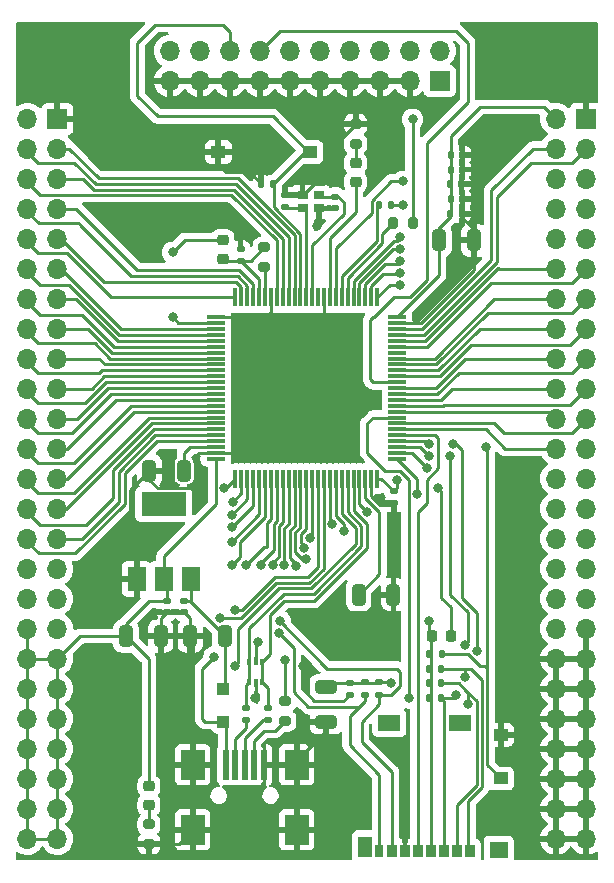
<source format=gbr>
%TF.GenerationSoftware,KiCad,Pcbnew,7.0.6*%
%TF.CreationDate,2023-07-17T14:52:58-07:00*%
%TF.ProjectId,pcb,7063622e-6b69-4636-9164-5f7063625858,rev?*%
%TF.SameCoordinates,Original*%
%TF.FileFunction,Copper,L1,Top*%
%TF.FilePolarity,Positive*%
%FSLAX46Y46*%
G04 Gerber Fmt 4.6, Leading zero omitted, Abs format (unit mm)*
G04 Created by KiCad (PCBNEW 7.0.6) date 2023-07-17 14:52:58*
%MOMM*%
%LPD*%
G01*
G04 APERTURE LIST*
G04 Aperture macros list*
%AMRoundRect*
0 Rectangle with rounded corners*
0 $1 Rounding radius*
0 $2 $3 $4 $5 $6 $7 $8 $9 X,Y pos of 4 corners*
0 Add a 4 corners polygon primitive as box body*
4,1,4,$2,$3,$4,$5,$6,$7,$8,$9,$2,$3,0*
0 Add four circle primitives for the rounded corners*
1,1,$1+$1,$2,$3*
1,1,$1+$1,$4,$5*
1,1,$1+$1,$6,$7*
1,1,$1+$1,$8,$9*
0 Add four rect primitives between the rounded corners*
20,1,$1+$1,$2,$3,$4,$5,0*
20,1,$1+$1,$4,$5,$6,$7,0*
20,1,$1+$1,$6,$7,$8,$9,0*
20,1,$1+$1,$8,$9,$2,$3,0*%
G04 Aperture macros list end*
%TA.AperFunction,SMDPad,CuDef*%
%ADD10RoundRect,0.250000X0.325000X0.650000X-0.325000X0.650000X-0.325000X-0.650000X0.325000X-0.650000X0*%
%TD*%
%TA.AperFunction,SMDPad,CuDef*%
%ADD11RoundRect,0.135000X-0.185000X0.135000X-0.185000X-0.135000X0.185000X-0.135000X0.185000X0.135000X0*%
%TD*%
%TA.AperFunction,ComponentPad*%
%ADD12R,1.700000X1.700000*%
%TD*%
%TA.AperFunction,ComponentPad*%
%ADD13O,1.700000X1.700000*%
%TD*%
%TA.AperFunction,SMDPad,CuDef*%
%ADD14RoundRect,0.135000X-0.135000X-0.185000X0.135000X-0.185000X0.135000X0.185000X-0.135000X0.185000X0*%
%TD*%
%TA.AperFunction,SMDPad,CuDef*%
%ADD15R,1.500000X2.000000*%
%TD*%
%TA.AperFunction,SMDPad,CuDef*%
%ADD16R,3.800000X2.000000*%
%TD*%
%TA.AperFunction,SMDPad,CuDef*%
%ADD17RoundRect,0.140000X-0.170000X0.140000X-0.170000X-0.140000X0.170000X-0.140000X0.170000X0.140000X0*%
%TD*%
%TA.AperFunction,SMDPad,CuDef*%
%ADD18R,0.500000X2.500000*%
%TD*%
%TA.AperFunction,SMDPad,CuDef*%
%ADD19R,2.000000X2.500000*%
%TD*%
%TA.AperFunction,SMDPad,CuDef*%
%ADD20R,0.850000X1.100000*%
%TD*%
%TA.AperFunction,SMDPad,CuDef*%
%ADD21R,0.750000X1.100000*%
%TD*%
%TA.AperFunction,SMDPad,CuDef*%
%ADD22R,1.200000X1.000000*%
%TD*%
%TA.AperFunction,SMDPad,CuDef*%
%ADD23R,1.550000X1.350000*%
%TD*%
%TA.AperFunction,SMDPad,CuDef*%
%ADD24R,1.170000X1.800000*%
%TD*%
%TA.AperFunction,SMDPad,CuDef*%
%ADD25R,1.900000X1.350000*%
%TD*%
%TA.AperFunction,SMDPad,CuDef*%
%ADD26RoundRect,0.218750X-0.218750X-0.256250X0.218750X-0.256250X0.218750X0.256250X-0.218750X0.256250X0*%
%TD*%
%TA.AperFunction,SMDPad,CuDef*%
%ADD27RoundRect,0.075000X-0.075000X0.725000X-0.075000X-0.725000X0.075000X-0.725000X0.075000X0.725000X0*%
%TD*%
%TA.AperFunction,SMDPad,CuDef*%
%ADD28RoundRect,0.075000X-0.725000X0.075000X-0.725000X-0.075000X0.725000X-0.075000X0.725000X0.075000X0*%
%TD*%
%TA.AperFunction,SMDPad,CuDef*%
%ADD29RoundRect,0.140000X-0.140000X-0.170000X0.140000X-0.170000X0.140000X0.170000X-0.140000X0.170000X0*%
%TD*%
%TA.AperFunction,SMDPad,CuDef*%
%ADD30RoundRect,0.200000X0.200000X0.275000X-0.200000X0.275000X-0.200000X-0.275000X0.200000X-0.275000X0*%
%TD*%
%TA.AperFunction,SMDPad,CuDef*%
%ADD31RoundRect,0.140000X0.140000X0.170000X-0.140000X0.170000X-0.140000X-0.170000X0.140000X-0.170000X0*%
%TD*%
%TA.AperFunction,SMDPad,CuDef*%
%ADD32R,0.900000X0.800000*%
%TD*%
%TA.AperFunction,SMDPad,CuDef*%
%ADD33RoundRect,0.250000X-0.650000X0.325000X-0.650000X-0.325000X0.650000X-0.325000X0.650000X0.325000X0*%
%TD*%
%TA.AperFunction,SMDPad,CuDef*%
%ADD34RoundRect,0.218750X-0.256250X0.218750X-0.256250X-0.218750X0.256250X-0.218750X0.256250X0.218750X0*%
%TD*%
%TA.AperFunction,SMDPad,CuDef*%
%ADD35RoundRect,0.250000X-0.325000X-0.650000X0.325000X-0.650000X0.325000X0.650000X-0.325000X0.650000X0*%
%TD*%
%TA.AperFunction,SMDPad,CuDef*%
%ADD36RoundRect,0.200000X-0.275000X0.200000X-0.275000X-0.200000X0.275000X-0.200000X0.275000X0.200000X0*%
%TD*%
%TA.AperFunction,SMDPad,CuDef*%
%ADD37RoundRect,0.140000X0.170000X-0.140000X0.170000X0.140000X-0.170000X0.140000X-0.170000X-0.140000X0*%
%TD*%
%TA.AperFunction,SMDPad,CuDef*%
%ADD38RoundRect,0.250000X-0.300000X0.300000X-0.300000X-0.300000X0.300000X-0.300000X0.300000X0.300000X0*%
%TD*%
%TA.AperFunction,SMDPad,CuDef*%
%ADD39RoundRect,0.200000X0.275000X-0.200000X0.275000X0.200000X-0.275000X0.200000X-0.275000X-0.200000X0*%
%TD*%
%TA.AperFunction,SMDPad,CuDef*%
%ADD40RoundRect,0.218750X0.256250X-0.218750X0.256250X0.218750X-0.256250X0.218750X-0.256250X-0.218750X0*%
%TD*%
%TA.AperFunction,SMDPad,CuDef*%
%ADD41R,1.250000X1.000000*%
%TD*%
%TA.AperFunction,SMDPad,CuDef*%
%ADD42R,0.375000X0.500000*%
%TD*%
%TA.AperFunction,SMDPad,CuDef*%
%ADD43R,0.300000X0.650000*%
%TD*%
%TA.AperFunction,ViaPad*%
%ADD44C,0.800000*%
%TD*%
%TA.AperFunction,Conductor*%
%ADD45C,0.250000*%
%TD*%
G04 APERTURE END LIST*
D10*
%TO.P,C7,1*%
%TO.N,Net-(C7-Pad1)*%
X75975000Y-84000000D03*
%TO.P,C7,2*%
%TO.N,Earth*%
X73025000Y-84000000D03*
%TD*%
D11*
%TO.P,R7,2*%
%TO.N,Earth*%
X93750000Y-86760000D03*
%TO.P,R7,1*%
%TO.N,BOOT0*%
X93750000Y-85740000D03*
%TD*%
D12*
%TO.P,J2,2,VCC/NC*%
%TO.N,unconnected-(J2-VCC{slash}NC-Pad2)*%
X97620000Y-51000000D03*
D13*
%TO.P,J2,1,VTREF*%
%TO.N,BOOT0*%
X97620000Y-48460000D03*
%TO.P,J2,4,GND*%
%TO.N,Earth*%
X95080000Y-51000000D03*
%TO.P,J2,3,~{TRST}*%
%TO.N,unconnected-(J2-~{TRST}-Pad3)*%
X95080000Y-48460000D03*
%TO.P,J2,6,GND*%
%TO.N,Earth*%
X92540000Y-51000000D03*
%TO.P,J2,5,TDI*%
%TO.N,unconnected-(J2-TDI-Pad5)*%
X92540000Y-48460000D03*
%TO.P,J2,8,GND*%
%TO.N,Earth*%
X90000000Y-51000000D03*
%TO.P,J2,7,TMS/SWDIO*%
%TO.N,PA13*%
X90000000Y-48460000D03*
%TO.P,J2,10,GND*%
%TO.N,Earth*%
X87460000Y-51000000D03*
%TO.P,J2,9,TCK/SWDCLK*%
%TO.N,PA14*%
X87460000Y-48460000D03*
%TO.P,J2,12,GND*%
%TO.N,Earth*%
X84920000Y-51000000D03*
%TO.P,J2,11,RTCK*%
%TO.N,unconnected-(J2-RTCK-Pad11)*%
X84920000Y-48460000D03*
%TO.P,J2,14,GND*%
%TO.N,Earth*%
X82380000Y-51000000D03*
%TO.P,J2,13,TDO/SWO*%
%TO.N,PB3*%
X82380000Y-48460000D03*
%TO.P,J2,16,GND*%
%TO.N,Earth*%
X79840000Y-51000000D03*
%TO.P,J2,15,~{SRST}*%
%TO.N,RESET*%
X79840000Y-48460000D03*
%TO.P,J2,18,GND*%
%TO.N,Earth*%
X77300000Y-51000000D03*
%TO.P,J2,17,DBGRQ/NC*%
%TO.N,unconnected-(J2-DBGRQ{slash}NC-Pad17)*%
X77300000Y-48460000D03*
%TO.P,J2,20,GND*%
%TO.N,Earth*%
X74760000Y-51000000D03*
%TO.P,J2,19,DBGACK/NC*%
%TO.N,unconnected-(J2-DBGACK{slash}NC-Pad19)*%
X74760000Y-48460000D03*
%TD*%
D14*
%TO.P,R11,1*%
%TO.N,Net-(J3-VDD)*%
X96750000Y-99500000D03*
%TO.P,R11,2*%
%TO.N,Net-(J3-DET)*%
X97770000Y-99500000D03*
%TD*%
D15*
%TO.P,U3,1,GND*%
%TO.N,Earth*%
X71950000Y-93150000D03*
%TO.P,U3,2,VO*%
%TO.N,BOOT0*%
X74250000Y-93150000D03*
%TO.P,U3,3,VI*%
%TO.N,+5V*%
X76550000Y-93150000D03*
D16*
%TO.P,U3,4*%
%TO.N,N/C*%
X74250000Y-86850000D03*
%TD*%
D17*
%TO.P,DC1,1*%
%TO.N,+5V*%
X76000000Y-95020000D03*
%TO.P,DC1,2*%
%TO.N,Earth*%
X76000000Y-95980000D03*
%TD*%
D10*
%TO.P,C1,1*%
%TO.N,+5V*%
X79450000Y-98000000D03*
%TO.P,C1,2*%
%TO.N,Earth*%
X76500000Y-98000000D03*
%TD*%
D18*
%TO.P,J1,1,VBUS*%
%TO.N,Net-(D3-A)*%
X79500000Y-108900000D03*
%TO.P,J1,2,D-*%
%TO.N,Net-(J1-D-)*%
X80300000Y-108900000D03*
%TO.P,J1,3,D+*%
%TO.N,Net-(J1-D+)*%
X81100000Y-108900000D03*
%TO.P,J1,4,ID*%
%TO.N,Net-(J1-ID)*%
X81900000Y-108900000D03*
%TO.P,J1,5,GND*%
%TO.N,Earth*%
X82700000Y-108900000D03*
D19*
%TO.P,J1,6,Shield*%
X85500000Y-114400000D03*
X85500000Y-108900000D03*
X76700000Y-108900000D03*
X76700000Y-114400000D03*
%TD*%
D12*
%TO.P,J5,1,Pin_1*%
%TO.N,Earth*%
X65250000Y-54210000D03*
D13*
%TO.P,J5,2,Pin_2*%
%TO.N,BOOT0*%
X62710000Y-54210000D03*
%TO.P,J5,3,Pin_3*%
%TO.N,PC0*%
X65250000Y-56750000D03*
%TO.P,J5,4,Pin_4*%
%TO.N,PC1*%
X62710000Y-56750000D03*
%TO.P,J5,5,Pin_5*%
%TO.N,PC2*%
X65250000Y-59290000D03*
%TO.P,J5,6,Pin_6*%
%TO.N,PC3*%
X62710000Y-59290000D03*
%TO.P,J5,7,Pin_7*%
%TO.N,PA0*%
X65250000Y-61830000D03*
%TO.P,J5,8,Pin_8*%
%TO.N,PA1*%
X62710000Y-61830000D03*
%TO.P,J5,9,Pin_9*%
%TO.N,PA2*%
X65250000Y-64370000D03*
%TO.P,J5,10,Pin_10*%
%TO.N,PA3*%
X62710000Y-64370000D03*
%TO.P,J5,11,Pin_11*%
%TO.N,PA4*%
X65250000Y-66910000D03*
%TO.P,J5,12,Pin_12*%
%TO.N,PA5*%
X62710000Y-66910000D03*
%TO.P,J5,13,Pin_13*%
%TO.N,PA6*%
X65250000Y-69450000D03*
%TO.P,J5,14,Pin_14*%
%TO.N,PA7*%
X62710000Y-69450000D03*
%TO.P,J5,15,Pin_15*%
%TO.N,PC4*%
X65250000Y-71990000D03*
%TO.P,J5,16,Pin_16*%
%TO.N,PC5*%
X62710000Y-71990000D03*
%TO.P,J5,17,Pin_17*%
%TO.N,PB0*%
X65250000Y-74530000D03*
%TO.P,J5,18,Pin_18*%
%TO.N,PB1*%
X62710000Y-74530000D03*
%TO.P,J5,19,Pin_19*%
%TO.N,PB2*%
X65250000Y-77070000D03*
%TO.P,J5,20,Pin_20*%
%TO.N,PE7*%
X62710000Y-77070000D03*
%TO.P,J5,21,Pin_21*%
%TO.N,PE8*%
X65250000Y-79610000D03*
%TO.P,J5,22,Pin_22*%
%TO.N,PE9*%
X62710000Y-79610000D03*
%TO.P,J5,23,Pin_23*%
%TO.N,PE10*%
X65250000Y-82150000D03*
%TO.P,J5,24,Pin_24*%
%TO.N,PE11*%
X62710000Y-82150000D03*
%TO.P,J5,25,Pin_25*%
%TO.N,PE12*%
X65250000Y-84690000D03*
%TO.P,J5,26,Pin_26*%
%TO.N,PE13*%
X62710000Y-84690000D03*
%TO.P,J5,27,Pin_27*%
%TO.N,PE14*%
X65250000Y-87230000D03*
%TO.P,J5,28,Pin_28*%
%TO.N,PE15*%
X62710000Y-87230000D03*
%TO.P,J5,29,Pin_29*%
%TO.N,PB10*%
X65250000Y-89770000D03*
%TO.P,J5,30,Pin_30*%
%TO.N,PB11*%
X62710000Y-89770000D03*
%TO.P,J5,31,Pin_31*%
%TO.N,PB13*%
X65250000Y-92310000D03*
%TO.P,J5,32,Pin_32*%
%TO.N,PB12*%
X62710000Y-92310000D03*
%TO.P,J5,33,Pin_33*%
%TO.N,PB15*%
X65250000Y-94850000D03*
%TO.P,J5,34,Pin_34*%
%TO.N,PB14*%
X62710000Y-94850000D03*
%TO.P,J5,35,Pin_35*%
%TO.N,PD8*%
X65250000Y-97390000D03*
%TO.P,J5,36,Pin_36*%
%TO.N,BOOT0*%
X62710000Y-97390000D03*
%TO.P,J5,37,Pin_37*%
X65250000Y-99930000D03*
%TO.P,J5,38,Pin_38*%
X62710000Y-99930000D03*
%TO.P,J5,39,Pin_39*%
X65250000Y-102470000D03*
%TO.P,J5,40,Pin_40*%
X62710000Y-102470000D03*
%TO.P,J5,41,Pin_41*%
X65250000Y-105010000D03*
%TO.P,J5,42,Pin_42*%
X62710000Y-105010000D03*
%TO.P,J5,43,Pin_43*%
X65250000Y-107550000D03*
%TO.P,J5,44,Pin_44*%
X62710000Y-107550000D03*
%TO.P,J5,45,Pin_45*%
X65250000Y-110090000D03*
%TO.P,J5,46,Pin_46*%
X62710000Y-110090000D03*
%TO.P,J5,47,Pin_47*%
X65250000Y-112630000D03*
%TO.P,J5,48,Pin_48*%
X62710000Y-112630000D03*
%TO.P,J5,49,Pin_49*%
X65250000Y-115170000D03*
%TO.P,J5,50,Pin_50*%
X62710000Y-115170000D03*
%TD*%
D12*
%TO.P,J4,1,Pin_1*%
%TO.N,Earth*%
X110000000Y-54200000D03*
D13*
%TO.P,J4,2,Pin_2*%
%TO.N,BOOT0*%
X107460000Y-54200000D03*
%TO.P,J4,3,Pin_3*%
%TO.N,PE0*%
X110000000Y-56740000D03*
%TO.P,J4,4,Pin_4*%
%TO.N,PE1*%
X107460000Y-56740000D03*
%TO.P,J4,5,Pin_5*%
%TO.N,PC14*%
X110000000Y-59280000D03*
%TO.P,J4,6,Pin_6*%
%TO.N,PE6*%
X107460000Y-59280000D03*
%TO.P,J4,7,Pin_7*%
%TO.N,PE5*%
X110000000Y-61820000D03*
%TO.P,J4,8,Pin_8*%
%TO.N,PE4*%
X107460000Y-61820000D03*
%TO.P,J4,9,Pin_9*%
%TO.N,PE3*%
X110000000Y-64360000D03*
%TO.P,J4,10,Pin_10*%
%TO.N,PE2*%
X107460000Y-64360000D03*
%TO.P,J4,11,Pin_11*%
%TO.N,PB8*%
X110000000Y-66900000D03*
%TO.P,J4,12,Pin_12*%
%TO.N,PB9*%
X107460000Y-66900000D03*
%TO.P,J4,13,Pin_13*%
%TO.N,PB6*%
X110000000Y-69440000D03*
%TO.P,J4,14,Pin_14*%
%TO.N,PB7*%
X107460000Y-69440000D03*
%TO.P,J4,15,Pin_15*%
%TO.N,PB4*%
X110000000Y-71980000D03*
%TO.P,J4,16,Pin_16*%
%TO.N,PB5*%
X107460000Y-71980000D03*
%TO.P,J4,17,Pin_17*%
%TO.N,PD6*%
X110000000Y-74520000D03*
%TO.P,J4,18,Pin_18*%
%TO.N,PD7*%
X107460000Y-74520000D03*
%TO.P,J4,19,Pin_19*%
%TO.N,PD4*%
X110000000Y-77060000D03*
%TO.P,J4,20,Pin_20*%
%TO.N,PD5*%
X107460000Y-77060000D03*
%TO.P,J4,21,Pin_21*%
%TO.N,PD1*%
X110000000Y-79600000D03*
%TO.P,J4,22,Pin_22*%
%TO.N,PD3*%
X107460000Y-79600000D03*
%TO.P,J4,23,Pin_23*%
%TO.N,PA15*%
X110000000Y-82140000D03*
%TO.P,J4,24,Pin_24*%
%TO.N,PD0*%
X107460000Y-82140000D03*
%TO.P,J4,25,Pin_25*%
%TO.N,PA8*%
X110000000Y-84680000D03*
%TO.P,J4,26,Pin_26*%
%TO.N,PA9*%
X107460000Y-84680000D03*
%TO.P,J4,27,Pin_27*%
%TO.N,PC6*%
X110000000Y-87220000D03*
%TO.P,J4,28,Pin_28*%
%TO.N,PC7*%
X107460000Y-87220000D03*
%TO.P,J4,29,Pin_29*%
%TO.N,PD14*%
X110000000Y-89760000D03*
%TO.P,J4,30,Pin_30*%
%TO.N,PD15*%
X107460000Y-89760000D03*
%TO.P,J4,31,Pin_31*%
%TO.N,PD12*%
X110000000Y-92300000D03*
%TO.P,J4,32,Pin_32*%
%TO.N,PD13*%
X107460000Y-92300000D03*
%TO.P,J4,33,Pin_33*%
%TO.N,PD10*%
X110000000Y-94840000D03*
%TO.P,J4,34,Pin_34*%
%TO.N,PD11*%
X107460000Y-94840000D03*
%TO.P,J4,35,Pin_35*%
%TO.N,Earth*%
X110000000Y-97380000D03*
%TO.P,J4,36,Pin_36*%
%TO.N,PD9*%
X107460000Y-97380000D03*
%TO.P,J4,37,Pin_37*%
%TO.N,Earth*%
X110000000Y-99920000D03*
%TO.P,J4,38,Pin_38*%
X107460000Y-99920000D03*
%TO.P,J4,39,Pin_39*%
X110000000Y-102460000D03*
%TO.P,J4,40,Pin_40*%
X107460000Y-102460000D03*
%TO.P,J4,41,Pin_41*%
X110000000Y-105000000D03*
%TO.P,J4,42,Pin_42*%
X107460000Y-105000000D03*
%TO.P,J4,43,Pin_43*%
X110000000Y-107540000D03*
%TO.P,J4,44,Pin_44*%
X107460000Y-107540000D03*
%TO.P,J4,45,Pin_45*%
X110000000Y-110080000D03*
%TO.P,J4,46,Pin_46*%
X107460000Y-110080000D03*
%TO.P,J4,47,Pin_47*%
X110000000Y-112620000D03*
%TO.P,J4,48,Pin_48*%
X107460000Y-112620000D03*
%TO.P,J4,49,Pin_49*%
X110000000Y-115160000D03*
%TO.P,J4,50,Pin_50*%
X107460000Y-115160000D03*
%TD*%
D20*
%TO.P,J3,1,DAT2*%
%TO.N,Net-(J3-DAT2)*%
X100165000Y-116200000D03*
%TO.P,J3,2,DAT3/CD*%
%TO.N,Net-(J3-DAT3{slash}CD)*%
X99065000Y-116200000D03*
%TO.P,J3,3,CMD*%
%TO.N,PD2*%
X97965000Y-116200000D03*
%TO.P,J3,4,VDD*%
%TO.N,Net-(J3-VDD)*%
X96865000Y-116200000D03*
%TO.P,J3,5,CLK*%
%TO.N,Net-(J3-CLK)*%
X95765000Y-116200000D03*
%TO.P,J3,6,VSS*%
%TO.N,Earth*%
X94665000Y-116200000D03*
%TO.P,J3,7,DAT0*%
%TO.N,Net-(J3-DAT0)*%
X93565000Y-116200000D03*
D21*
%TO.P,J3,8,DAT1*%
%TO.N,Net-(J3-DAT1)*%
X92515000Y-116200000D03*
D22*
%TO.P,J3,9,DET*%
%TO.N,Net-(J3-DET)*%
X102800000Y-110050000D03*
%TO.P,J3,10,SHIELD*%
%TO.N,Earth*%
X102800000Y-106350000D03*
D23*
%TO.P,J3,11*%
%TO.N,N/C*%
X102625000Y-116075000D03*
D24*
X91305000Y-115850000D03*
D25*
X93330000Y-105375000D03*
X99300000Y-105375000D03*
%TD*%
D14*
%TO.P,R16,1*%
%TO.N,Net-(J3-VDD)*%
X96740000Y-100750000D03*
%TO.P,R16,2*%
%TO.N,Net-(J3-DAT2)*%
X97760000Y-100750000D03*
%TD*%
D26*
%TO.P,L2,1,1*%
%TO.N,Net-(J3-VDD)*%
X96962500Y-98000000D03*
%TO.P,L2,2,2*%
%TO.N,BOOT0*%
X98537500Y-98000000D03*
%TD*%
D27*
%TO.P,U1,1,PE2*%
%TO.N,PE2*%
X92325000Y-69325000D03*
%TO.P,U1,2,PE3*%
%TO.N,PE3*%
X91825000Y-69325000D03*
%TO.P,U1,3,PE4*%
%TO.N,PE4*%
X91325000Y-69325000D03*
%TO.P,U1,4,PE5*%
%TO.N,PE5*%
X90825000Y-69325000D03*
%TO.P,U1,5,PE6*%
%TO.N,PE6*%
X90325000Y-69325000D03*
%TO.P,U1,6,VBAT*%
%TO.N,Net-(U1-VBAT)*%
X89825000Y-69325000D03*
%TO.P,U1,7,PC13*%
%TO.N,Net-(U1-PC13)*%
X89325000Y-69325000D03*
%TO.P,U1,8,PC14*%
%TO.N,PC14*%
X88825000Y-69325000D03*
%TO.P,U1,9,PC15*%
%TO.N,Net-(D2-A)*%
X88325000Y-69325000D03*
%TO.P,U1,10,VSS*%
%TO.N,Earth*%
X87825000Y-69325000D03*
%TO.P,U1,11,VDD*%
%TO.N,BOOT0*%
X87325000Y-69325000D03*
%TO.P,U1,12,PH0*%
%TO.N,/OSC_IN*%
X86825000Y-69325000D03*
%TO.P,U1,13,PH1*%
%TO.N,/OSC_OUT*%
X86325000Y-69325000D03*
%TO.P,U1,14,NRST*%
%TO.N,RESET*%
X85825000Y-69325000D03*
%TO.P,U1,15,PC0*%
%TO.N,PC0*%
X85325000Y-69325000D03*
%TO.P,U1,16,PC1*%
%TO.N,PC1*%
X84825000Y-69325000D03*
%TO.P,U1,17,PC2_C*%
%TO.N,PC2*%
X84325000Y-69325000D03*
%TO.P,U1,18,PC3_C*%
%TO.N,PC3*%
X83825000Y-69325000D03*
%TO.P,U1,19,VSSA*%
%TO.N,Earth*%
X83325000Y-69325000D03*
%TO.P,U1,20,VREF+*%
%TO.N,VREF+*%
X82825000Y-69325000D03*
%TO.P,U1,21,VDDA*%
%TO.N,VDDA*%
X82325000Y-69325000D03*
%TO.P,U1,22,PA0*%
%TO.N,PA0*%
X81825000Y-69325000D03*
%TO.P,U1,23,PA1*%
%TO.N,PA1*%
X81325000Y-69325000D03*
%TO.P,U1,24,PA2*%
%TO.N,PA2*%
X80825000Y-69325000D03*
%TO.P,U1,25,PA3*%
%TO.N,PA3*%
X80325000Y-69325000D03*
D28*
%TO.P,U1,26,VSS*%
%TO.N,Earth*%
X78650000Y-71000000D03*
%TO.P,U1,27,VDD*%
%TO.N,BOOT0*%
X78650000Y-71500000D03*
%TO.P,U1,28,PA4*%
%TO.N,PA4*%
X78650000Y-72000000D03*
%TO.P,U1,29,PA5*%
%TO.N,PA5*%
X78650000Y-72500000D03*
%TO.P,U1,30,PA6*%
%TO.N,PA6*%
X78650000Y-73000000D03*
%TO.P,U1,31,PA7*%
%TO.N,PA7*%
X78650000Y-73500000D03*
%TO.P,U1,32,PC4*%
%TO.N,PC4*%
X78650000Y-74000000D03*
%TO.P,U1,33,PC5*%
%TO.N,PC5*%
X78650000Y-74500000D03*
%TO.P,U1,34,PB0*%
%TO.N,PB0*%
X78650000Y-75000000D03*
%TO.P,U1,35,PB1*%
%TO.N,PB1*%
X78650000Y-75500000D03*
%TO.P,U1,36,PB2*%
%TO.N,PB2*%
X78650000Y-76000000D03*
%TO.P,U1,37,PE7*%
%TO.N,PE7*%
X78650000Y-76500000D03*
%TO.P,U1,38,PE8*%
%TO.N,PE8*%
X78650000Y-77000000D03*
%TO.P,U1,39,PE9*%
%TO.N,PE9*%
X78650000Y-77500000D03*
%TO.P,U1,40,PE10*%
%TO.N,PE10*%
X78650000Y-78000000D03*
%TO.P,U1,41,PE11*%
%TO.N,PE11*%
X78650000Y-78500000D03*
%TO.P,U1,42,PE12*%
%TO.N,PE12*%
X78650000Y-79000000D03*
%TO.P,U1,43,PE13*%
%TO.N,PE13*%
X78650000Y-79500000D03*
%TO.P,U1,44,PE14*%
%TO.N,PE14*%
X78650000Y-80000000D03*
%TO.P,U1,45,PE15*%
%TO.N,PE15*%
X78650000Y-80500000D03*
%TO.P,U1,46,PB10*%
%TO.N,PB10*%
X78650000Y-81000000D03*
%TO.P,U1,47,PB11*%
%TO.N,PB11*%
X78650000Y-81500000D03*
%TO.P,U1,48,VCAP*%
%TO.N,Net-(C7-Pad1)*%
X78650000Y-82000000D03*
%TO.P,U1,49,VSS*%
%TO.N,Earth*%
X78650000Y-82500000D03*
%TO.P,U1,50,VDD*%
%TO.N,BOOT0*%
X78650000Y-83000000D03*
D27*
%TO.P,U1,51,PB12*%
%TO.N,PB12*%
X80325000Y-84675000D03*
%TO.P,U1,52,PB13*%
%TO.N,PB13*%
X80825000Y-84675000D03*
%TO.P,U1,53,PB14*%
%TO.N,PB14*%
X81325000Y-84675000D03*
%TO.P,U1,54,PB15*%
%TO.N,PB15*%
X81825000Y-84675000D03*
%TO.P,U1,55,PD8*%
%TO.N,PD8*%
X82325000Y-84675000D03*
%TO.P,U1,56,PD9*%
%TO.N,PD9*%
X82825000Y-84675000D03*
%TO.P,U1,57,PD10*%
%TO.N,PD10*%
X83325000Y-84675000D03*
%TO.P,U1,58,PD11*%
%TO.N,PD11*%
X83825000Y-84675000D03*
%TO.P,U1,59,PD12*%
%TO.N,PD12*%
X84325000Y-84675000D03*
%TO.P,U1,60,PD13*%
%TO.N,PD13*%
X84825000Y-84675000D03*
%TO.P,U1,61,PD14*%
%TO.N,PD14*%
X85325000Y-84675000D03*
%TO.P,U1,62,PD15*%
%TO.N,PD15*%
X85825000Y-84675000D03*
%TO.P,U1,63,PC6*%
%TO.N,PC6*%
X86325000Y-84675000D03*
%TO.P,U1,64,PC7*%
%TO.N,PC7*%
X86825000Y-84675000D03*
%TO.P,U1,65,PC8*%
%TO.N,Net-(J3-DAT0)*%
X87325000Y-84675000D03*
%TO.P,U1,66,PC9*%
%TO.N,Net-(J3-DAT1)*%
X87825000Y-84675000D03*
%TO.P,U1,67,PA8*%
%TO.N,PA8*%
X88325000Y-84675000D03*
%TO.P,U1,68,PA9*%
%TO.N,PA9*%
X88825000Y-84675000D03*
%TO.P,U1,69,PA10*%
%TO.N,Net-(U1-PA10)*%
X89325000Y-84675000D03*
%TO.P,U1,70,PA11*%
%TO.N,Net-(U1-PA11)*%
X89825000Y-84675000D03*
%TO.P,U1,71,PA12*%
%TO.N,Net-(U1-PA12)*%
X90325000Y-84675000D03*
%TO.P,U1,72,PA13*%
%TO.N,PA13*%
X90825000Y-84675000D03*
%TO.P,U1,73,VCAP*%
%TO.N,Net-(C6-Pad1)*%
X91325000Y-84675000D03*
%TO.P,U1,74,VSS*%
%TO.N,Earth*%
X91825000Y-84675000D03*
%TO.P,U1,75,VDD*%
%TO.N,BOOT0*%
X92325000Y-84675000D03*
D28*
%TO.P,U1,76,PA14*%
%TO.N,PA14*%
X94000000Y-83000000D03*
%TO.P,U1,77,PA15*%
%TO.N,PA15*%
X94000000Y-82500000D03*
%TO.P,U1,78,PC10*%
%TO.N,Net-(J3-DAT2)*%
X94000000Y-82000000D03*
%TO.P,U1,79,PC11*%
%TO.N,Net-(J3-DAT3{slash}CD)*%
X94000000Y-81500000D03*
%TO.P,U1,80,PC12*%
%TO.N,Net-(J3-CLK)*%
X94000000Y-81000000D03*
%TO.P,U1,81,PD0*%
%TO.N,PD0*%
X94000000Y-80500000D03*
%TO.P,U1,82,PD1*%
%TO.N,PD1*%
X94000000Y-80000000D03*
%TO.P,U1,83,PD2*%
%TO.N,PD2*%
X94000000Y-79500000D03*
%TO.P,U1,84,PD3*%
%TO.N,PD3*%
X94000000Y-79000000D03*
%TO.P,U1,85,PD4*%
%TO.N,PD4*%
X94000000Y-78500000D03*
%TO.P,U1,86,PD5*%
%TO.N,PD5*%
X94000000Y-78000000D03*
%TO.P,U1,87,PD6*%
%TO.N,PD6*%
X94000000Y-77500000D03*
%TO.P,U1,88,PD7*%
%TO.N,PD7*%
X94000000Y-77000000D03*
%TO.P,U1,89,PB3*%
%TO.N,PB3*%
X94000000Y-76500000D03*
%TO.P,U1,90,PB4*%
%TO.N,PB4*%
X94000000Y-76000000D03*
%TO.P,U1,91,PB5*%
%TO.N,PB5*%
X94000000Y-75500000D03*
%TO.P,U1,92,PB6*%
%TO.N,PB6*%
X94000000Y-75000000D03*
%TO.P,U1,93,PB7*%
%TO.N,PB7*%
X94000000Y-74500000D03*
%TO.P,U1,94,BOOT0*%
%TO.N,BOOT0*%
X94000000Y-74000000D03*
%TO.P,U1,95,PB8*%
%TO.N,PB8*%
X94000000Y-73500000D03*
%TO.P,U1,96,PB9*%
%TO.N,PB9*%
X94000000Y-73000000D03*
%TO.P,U1,97,PE0*%
%TO.N,PE0*%
X94000000Y-72500000D03*
%TO.P,U1,98,PE1*%
%TO.N,PE1*%
X94000000Y-72000000D03*
%TO.P,U1,99,VSS*%
%TO.N,Earth*%
X94000000Y-71500000D03*
%TO.P,U1,100,VDD*%
%TO.N,BOOT0*%
X94000000Y-71000000D03*
%TD*%
D29*
%TO.P,DC6,1*%
%TO.N,BOOT0*%
X98540000Y-57250000D03*
%TO.P,DC6,2*%
%TO.N,Earth*%
X99500000Y-57250000D03*
%TD*%
D30*
%TO.P,R4,1*%
%TO.N,BOOT0*%
X95325000Y-63000000D03*
%TO.P,R4,2*%
%TO.N,Net-(U1-VBAT)*%
X93675000Y-63000000D03*
%TD*%
D31*
%TO.P,DC3,1*%
%TO.N,RESET*%
X83480000Y-59750000D03*
%TO.P,DC3,2*%
%TO.N,Earth*%
X82520000Y-59750000D03*
%TD*%
D32*
%TO.P,Y2,1,1*%
%TO.N,/OSC_IN*%
X87400000Y-60690000D03*
%TO.P,Y2,2,2*%
%TO.N,Earth*%
X86000000Y-60690000D03*
%TO.P,Y2,3,3*%
%TO.N,/OSC_OUT*%
X86000000Y-61790000D03*
%TO.P,Y2,4,4*%
%TO.N,Earth*%
X87400000Y-61790000D03*
%TD*%
D14*
%TO.P,R15,1*%
%TO.N,Net-(J3-VDD)*%
X96740000Y-102000000D03*
%TO.P,R15,2*%
%TO.N,Net-(J3-DAT3{slash}CD)*%
X97760000Y-102000000D03*
%TD*%
%TO.P,R14,1*%
%TO.N,Net-(J3-VDD)*%
X96740000Y-103250000D03*
%TO.P,R14,2*%
%TO.N,PD2*%
X97760000Y-103250000D03*
%TD*%
D29*
%TO.P,DC5,1*%
%TO.N,BOOT0*%
X98500000Y-59750000D03*
%TO.P,DC5,2*%
%TO.N,Earth*%
X99460000Y-59750000D03*
%TD*%
%TO.P,DC4,1*%
%TO.N,BOOT0*%
X98540000Y-58500000D03*
%TO.P,DC4,2*%
%TO.N,Earth*%
X99500000Y-58500000D03*
%TD*%
D11*
%TO.P,R13,1*%
%TO.N,Net-(J3-VDD)*%
X92500000Y-101930000D03*
%TO.P,R13,2*%
%TO.N,Net-(J3-DAT0)*%
X92500000Y-102950000D03*
%TD*%
D29*
%TO.P,DC8,1*%
%TO.N,BOOT0*%
X98520000Y-62250000D03*
%TO.P,DC8,2*%
%TO.N,Earth*%
X99480000Y-62250000D03*
%TD*%
D33*
%TO.P,C8,1*%
%TO.N,Net-(J3-VDD)*%
X88000000Y-102300000D03*
%TO.P,C8,2*%
%TO.N,Earth*%
X88000000Y-105250000D03*
%TD*%
D34*
%TO.P,D2,1,K*%
%TO.N,Net-(D2-K)*%
X90500000Y-57962500D03*
%TO.P,D2,2,A*%
%TO.N,Net-(D2-A)*%
X90500000Y-59537500D03*
%TD*%
D11*
%TO.P,R1,1*%
%TO.N,Net-(U1-PA11)*%
X81250000Y-104075000D03*
%TO.P,R1,2*%
%TO.N,Net-(J1-D-)*%
X81250000Y-105095000D03*
%TD*%
%TO.P,R2,1*%
%TO.N,Net-(U1-PA12)*%
X83037500Y-104055000D03*
%TO.P,R2,2*%
%TO.N,Net-(J1-D+)*%
X83037500Y-105075000D03*
%TD*%
D35*
%TO.P,C5,1*%
%TO.N,BOOT0*%
X97550000Y-64500000D03*
%TO.P,C5,2*%
%TO.N,Earth*%
X100500000Y-64500000D03*
%TD*%
D36*
%TO.P,R6,1*%
%TO.N,Net-(D1-K)*%
X73000000Y-113925000D03*
%TO.P,R6,2*%
%TO.N,Earth*%
X73000000Y-115575000D03*
%TD*%
D35*
%TO.P,C6,1*%
%TO.N,Net-(C6-Pad1)*%
X90750000Y-94500000D03*
%TO.P,C6,2*%
%TO.N,Earth*%
X93700000Y-94500000D03*
%TD*%
D17*
%TO.P,C4,1*%
%TO.N,/OSC_IN*%
X88750000Y-60790000D03*
%TO.P,C4,2*%
%TO.N,Earth*%
X88750000Y-61750000D03*
%TD*%
D37*
%TO.P,DC9,1*%
%TO.N,VDDA*%
X80750000Y-66230000D03*
%TO.P,DC9,2*%
%TO.N,Earth*%
X80750000Y-65270000D03*
%TD*%
D38*
%TO.P,D3,1,K*%
%TO.N,+5V*%
X79250000Y-102455000D03*
%TO.P,D3,2,A*%
%TO.N,Net-(D3-A)*%
X79250000Y-105255000D03*
%TD*%
D29*
%TO.P,DC7,1*%
%TO.N,BOOT0*%
X98540000Y-61000000D03*
%TO.P,DC7,2*%
%TO.N,Earth*%
X99500000Y-61000000D03*
%TD*%
D11*
%TO.P,R12,1*%
%TO.N,Net-(J3-VDD)*%
X91250000Y-101930000D03*
%TO.P,R12,2*%
%TO.N,Net-(J3-DAT1)*%
X91250000Y-102950000D03*
%TD*%
D39*
%TO.P,R5,1*%
%TO.N,VREF+*%
X82750000Y-66750000D03*
%TO.P,R5,2*%
%TO.N,VDDA*%
X82750000Y-65100000D03*
%TD*%
%TO.P,R8,1*%
%TO.N,Net-(D2-K)*%
X90500000Y-56325000D03*
%TO.P,R8,2*%
%TO.N,Earth*%
X90500000Y-54675000D03*
%TD*%
D36*
%TO.P,R3,1*%
%TO.N,Net-(U1-PA10)*%
X84500000Y-103530000D03*
%TO.P,R3,2*%
%TO.N,Net-(J1-ID)*%
X84500000Y-105180000D03*
%TD*%
D40*
%TO.P,L1,1,1*%
%TO.N,VDDA*%
X79250000Y-66037500D03*
%TO.P,L1,2,2*%
%TO.N,BOOT0*%
X79250000Y-64462500D03*
%TD*%
D41*
%TO.P,SW1,1,1*%
%TO.N,Earth*%
X78875000Y-57000000D03*
%TO.P,SW1,2,2*%
%TO.N,RESET*%
X86625000Y-57000000D03*
%TD*%
D42*
%TO.P,U2,1,I/O1*%
%TO.N,Net-(U1-PA11)*%
X81500000Y-101925000D03*
D43*
%TO.P,U2,2,GND*%
%TO.N,Earth*%
X82037500Y-102000000D03*
D42*
%TO.P,U2,3,I/O2*%
%TO.N,Net-(U1-PA12)*%
X82575000Y-101925000D03*
%TO.P,U2,4,I/O2*%
X82575000Y-100225000D03*
D43*
%TO.P,U2,5,VBUS*%
%TO.N,Net-(D3-A)*%
X82037500Y-100150000D03*
D42*
%TO.P,U2,6,I/O1*%
%TO.N,Net-(U1-PA11)*%
X81500000Y-100225000D03*
%TD*%
D14*
%TO.P,R10,1*%
%TO.N,Net-(U1-PC13)*%
X92490000Y-61500000D03*
%TO.P,R10,2*%
%TO.N,Net-(J3-DET)*%
X93510000Y-61500000D03*
%TD*%
D17*
%TO.P,DC11,1*%
%TO.N,Net-(J3-VDD)*%
X90000000Y-101990000D03*
%TO.P,DC11,2*%
%TO.N,Earth*%
X90000000Y-102950000D03*
%TD*%
%TO.P,DC2,1*%
%TO.N,BOOT0*%
X74500000Y-95000000D03*
%TO.P,DC2,2*%
%TO.N,Earth*%
X74500000Y-95960000D03*
%TD*%
D40*
%TO.P,D1,1,K*%
%TO.N,Net-(D1-K)*%
X73000000Y-112287500D03*
%TO.P,D1,2,A*%
%TO.N,BOOT0*%
X73000000Y-110712500D03*
%TD*%
D35*
%TO.P,C2,1*%
%TO.N,BOOT0*%
X71050000Y-98000000D03*
%TO.P,C2,2*%
%TO.N,Earth*%
X74000000Y-98000000D03*
%TD*%
D17*
%TO.P,C3,1*%
%TO.N,Earth*%
X84500000Y-60690000D03*
%TO.P,C3,2*%
%TO.N,/OSC_OUT*%
X84500000Y-61650000D03*
%TD*%
D44*
%TO.N,Earth*%
X87000000Y-72500000D03*
X103000000Y-51500000D03*
X88500000Y-99250000D03*
X71750000Y-57500000D03*
X87250000Y-63250000D03*
X93250000Y-54000000D03*
X86000000Y-100500000D03*
X103250000Y-56500000D03*
X69000000Y-99750000D03*
X68500000Y-96500000D03*
X76000000Y-62000000D03*
X85750000Y-106500000D03*
X82000000Y-103250000D03*
X94250000Y-107750000D03*
%TO.N,BOOT0*%
X93987701Y-84762299D03*
X97500000Y-85500000D03*
X95325000Y-54250000D03*
X75000000Y-65500000D03*
X75000000Y-71000000D03*
%TO.N,Net-(J3-VDD)*%
X93500451Y-101974951D03*
X96750000Y-96750000D03*
%TO.N,Net-(D3-A)*%
X82250000Y-98500000D03*
X78500000Y-99750000D03*
%TO.N,PA13*%
X91500000Y-87500000D03*
%TO.N,PA14*%
X95724500Y-86000000D03*
%TO.N,Net-(J3-DAT2)*%
X98500000Y-82750000D03*
X99750000Y-98750000D03*
X99762299Y-101487701D03*
X96750000Y-82749503D03*
%TO.N,Net-(J3-DAT3{slash}CD)*%
X100762299Y-99237701D03*
X98750000Y-81750000D03*
X96750000Y-81750000D03*
X100000000Y-103750000D03*
%TO.N,PD2*%
X99000000Y-103000000D03*
X95000000Y-103250000D03*
%TO.N,Net-(J3-DAT0)*%
X84127342Y-96762252D03*
X80250000Y-95775500D03*
%TO.N,Net-(J3-DAT1)*%
X79000000Y-96500000D03*
X83974500Y-97750000D03*
%TO.N,Net-(J3-DET)*%
X101500000Y-82000000D03*
X94500000Y-61500000D03*
%TO.N,Net-(U1-PA10)*%
X80250000Y-100500000D03*
X84500000Y-100000000D03*
%TO.N,PE2*%
X94250000Y-68250000D03*
%TO.N,PE3*%
X94250000Y-67250497D03*
%TO.N,PE4*%
X94250000Y-66250994D03*
%TO.N,PE5*%
X94250000Y-65251491D03*
%TO.N,PE6*%
X94250000Y-64251988D03*
%TO.N,PC14*%
X94500000Y-59500000D03*
%TO.N,PB12*%
X79374500Y-85500000D03*
%TO.N,PB13*%
X80112701Y-86612701D03*
%TO.N,PB14*%
X80000000Y-87750000D03*
%TO.N,PB15*%
X80012548Y-88762051D03*
%TO.N,PD8*%
X80012299Y-90012299D03*
%TO.N,PD9*%
X80000000Y-92000000D03*
%TO.N,PD10*%
X81250000Y-92000000D03*
%TO.N,PD11*%
X82459581Y-91999980D03*
%TO.N,PD12*%
X83459083Y-92000469D03*
%TO.N,PD13*%
X84458519Y-91989002D03*
%TO.N,PD14*%
X85457310Y-92026688D03*
%TO.N,PD15*%
X86304826Y-91496857D03*
%TO.N,PC6*%
X86088120Y-90521130D03*
%TO.N,PC7*%
X86600500Y-89662951D03*
%TO.N,PA15*%
X96500000Y-83750000D03*
%TO.N,PA8*%
X88529559Y-88525892D03*
%TO.N,PA9*%
X89553765Y-89075500D03*
%TD*%
D45*
%TO.N,BOOT0*%
X93987701Y-84762299D02*
X93987701Y-85502299D01*
X93987701Y-85502299D02*
X93750000Y-85740000D01*
%TO.N,PD2*%
X97760000Y-103250000D02*
X98750000Y-103250000D01*
X98750000Y-103250000D02*
X99000000Y-103000000D01*
%TO.N,Net-(J3-DAT2)*%
X99750000Y-100750000D02*
X100250000Y-100750000D01*
X100250000Y-100750000D02*
X101200000Y-101700000D01*
X99750000Y-100750000D02*
X99750000Y-101475402D01*
X97760000Y-100750000D02*
X99750000Y-100750000D01*
%TO.N,Earth*%
X110000000Y-99920000D02*
X107460000Y-99920000D01*
X103250000Y-56500000D02*
X102500000Y-57250000D01*
X102500000Y-57250000D02*
X99500000Y-57250000D01*
X110000000Y-51500000D02*
X109500000Y-51000000D01*
X110000000Y-54200000D02*
X110000000Y-51500000D01*
X109500000Y-51000000D02*
X103500000Y-51000000D01*
X103500000Y-51000000D02*
X103000000Y-51500000D01*
%TO.N,RESET*%
X79840000Y-48460000D02*
X79840000Y-46840000D01*
X79840000Y-46840000D02*
X79250000Y-46250000D01*
X72000000Y-47750000D02*
X73500000Y-46250000D01*
X72000000Y-52250000D02*
X72000000Y-47750000D01*
X73500000Y-46250000D02*
X79250000Y-46250000D01*
X86500000Y-57000000D02*
X83500000Y-54000000D01*
X83500000Y-54000000D02*
X73750000Y-54000000D01*
X73750000Y-54000000D02*
X72000000Y-52250000D01*
X83480000Y-59750000D02*
X86230000Y-57000000D01*
%TO.N,Net-(C7-Pad1)*%
X75975000Y-82525000D02*
X76500000Y-82000000D01*
X75975000Y-84000000D02*
X75975000Y-82525000D01*
X76500000Y-82000000D02*
X78650000Y-82000000D01*
%TO.N,Earth*%
X78650000Y-82500000D02*
X77250000Y-82500000D01*
X77250000Y-82500000D02*
X77000000Y-82750000D01*
X77000000Y-82750000D02*
X77000000Y-85250000D01*
X77000000Y-85250000D02*
X76750000Y-85500000D01*
X76750000Y-85500000D02*
X73750000Y-85500000D01*
X73750000Y-85500000D02*
X73025000Y-84775000D01*
X73025000Y-84775000D02*
X73025000Y-84000000D01*
X73025000Y-84000000D02*
X71412246Y-85612754D01*
X71412246Y-85612754D02*
X71412246Y-91162246D01*
X71950000Y-91700000D02*
X71950000Y-93150000D01*
X71412246Y-91162246D02*
X71950000Y-91700000D01*
%TO.N,+5V*%
X76500000Y-95000000D02*
X76550000Y-94950000D01*
%TO.N,BOOT0*%
X74500000Y-95000000D02*
X74500000Y-93400000D01*
X74500000Y-93400000D02*
X74250000Y-93150000D01*
X78650000Y-83000000D02*
X78650000Y-86850000D01*
X78650000Y-86850000D02*
X74250000Y-91250000D01*
X74250000Y-91250000D02*
X74250000Y-93150000D01*
%TO.N,+5V*%
X76550000Y-94950000D02*
X76550000Y-93150000D01*
%TO.N,Net-(J3-DAT1)*%
X90000000Y-104750000D02*
X90000000Y-107250000D01*
X91000000Y-103750000D02*
X90000000Y-104750000D01*
X90750000Y-104000000D02*
X91000000Y-103750000D01*
X90000000Y-107250000D02*
X92515000Y-109765000D01*
X91000000Y-103750000D02*
X91250000Y-103500000D01*
X92515000Y-109765000D02*
X92515000Y-116200000D01*
%TO.N,Earth*%
X78650000Y-82500000D02*
X81750000Y-82500000D01*
X93700000Y-94500000D02*
X93700000Y-96050000D01*
X93700000Y-96050000D02*
X90500000Y-99250000D01*
X90500000Y-99250000D02*
X88500000Y-99250000D01*
%TO.N,Net-(C6-Pad1)*%
X92500000Y-87474695D02*
X92500000Y-92750000D01*
X92500000Y-92750000D02*
X90750000Y-94500000D01*
%TO.N,Earth*%
X93750000Y-86760000D02*
X93700000Y-86810000D01*
X93700000Y-86810000D02*
X93700000Y-94500000D01*
X91825000Y-86163299D02*
X92580851Y-86919150D01*
X91825000Y-84675000D02*
X91825000Y-86163299D01*
X92580851Y-86919150D02*
X93590850Y-86919150D01*
X93590850Y-86919150D02*
X93750000Y-86760000D01*
%TO.N,Net-(C6-Pad1)*%
X91325000Y-84675000D02*
X91325000Y-86299695D01*
X91325000Y-86299695D02*
X92500000Y-87474695D01*
%TO.N,PB3*%
X92000000Y-71000000D02*
X91750000Y-71250000D01*
X92015685Y-71000000D02*
X92000000Y-71000000D01*
X95113604Y-69250000D02*
X93765685Y-69250000D01*
X91750000Y-76250000D02*
X92000000Y-76500000D01*
X96500000Y-67863604D02*
X95113604Y-69250000D01*
X91750000Y-71250000D02*
X91750000Y-76250000D01*
X96500000Y-56250000D02*
X96500000Y-67863604D01*
X100000000Y-52750000D02*
X96500000Y-56250000D01*
X99000000Y-46750000D02*
X100000000Y-47750000D01*
X93765685Y-69250000D02*
X92015685Y-71000000D01*
X100000000Y-47750000D02*
X100000000Y-52750000D01*
X84090000Y-46750000D02*
X99000000Y-46750000D01*
X82380000Y-48460000D02*
X84090000Y-46750000D01*
X92000000Y-76500000D02*
X94000000Y-76500000D01*
%TO.N,Earth*%
X87825000Y-69325000D02*
X87825000Y-70825000D01*
X87825000Y-70825000D02*
X87875000Y-70875000D01*
X87875000Y-70875000D02*
X87750000Y-71000000D01*
X87750000Y-71000000D02*
X83250000Y-71000000D01*
X78650000Y-71000000D02*
X83250000Y-71000000D01*
X83250000Y-71000000D02*
X83325000Y-70925000D01*
X83325000Y-70925000D02*
X83325000Y-69325000D01*
%TO.N,Net-(J3-DAT0)*%
X93565000Y-116200000D02*
X93565000Y-109515000D01*
X93565000Y-109515000D02*
X91000000Y-106950000D01*
X91000000Y-106950000D02*
X91000000Y-105250000D01*
X91000000Y-105250000D02*
X92500000Y-103750000D01*
X92500000Y-103750000D02*
X92500000Y-102950000D01*
%TO.N,Net-(J3-DAT1)*%
X90250000Y-104000000D02*
X90750000Y-104000000D01*
X91250000Y-102950000D02*
X91250000Y-103500000D01*
X86500000Y-104000000D02*
X90250000Y-104000000D01*
%TO.N,Net-(J3-VDD)*%
X96865000Y-98350000D02*
X96865000Y-116200000D01*
%TO.N,Net-(J3-DET)*%
X102800000Y-110050000D02*
X101650000Y-108900000D01*
%TO.N,Net-(J3-DAT3{slash}CD)*%
X100750000Y-103500000D02*
X99875000Y-102625000D01*
X99065000Y-116200000D02*
X99065000Y-112310000D01*
%TO.N,Net-(J3-DAT2)*%
X100030698Y-116065698D02*
X100165000Y-116200000D01*
%TO.N,Net-(J3-VDD)*%
X96750000Y-98235000D02*
X96865000Y-98350000D01*
%TO.N,Net-(J3-DAT2)*%
X100030698Y-111980698D02*
X100030698Y-116065698D01*
%TO.N,Net-(J3-DAT3{slash}CD)*%
X100750000Y-110625000D02*
X100750000Y-103500000D01*
%TO.N,PD2*%
X97965000Y-103455000D02*
X97965000Y-116200000D01*
%TO.N,Net-(J3-DAT2)*%
X101200000Y-110811396D02*
X100030698Y-111980698D01*
%TO.N,PD2*%
X97760000Y-103250000D02*
X97965000Y-103455000D01*
%TO.N,Net-(J3-DAT2)*%
X101200000Y-101700000D02*
X101200000Y-110811396D01*
%TO.N,Net-(J3-DAT3{slash}CD)*%
X99065000Y-112310000D02*
X100750000Y-110625000D01*
%TO.N,Net-(J3-VDD)*%
X96750000Y-96750000D02*
X96750000Y-98235000D01*
%TO.N,Net-(J3-CLK)*%
X94000000Y-81000000D02*
X97250000Y-81000000D01*
X97250000Y-81000000D02*
X97475000Y-81225000D01*
%TO.N,Earth*%
X94250000Y-107750000D02*
X94665000Y-108165000D01*
%TO.N,Net-(J3-CLK)*%
X97475000Y-81225000D02*
X97475000Y-83800305D01*
X97475000Y-83800305D02*
X96500000Y-84775305D01*
%TO.N,Earth*%
X94665000Y-108165000D02*
X94665000Y-116200000D01*
%TO.N,Net-(J3-CLK)*%
X96500000Y-84775305D02*
X96500000Y-86750000D01*
X96500000Y-86750000D02*
X95765000Y-87485000D01*
X95765000Y-87485000D02*
X95765000Y-116200000D01*
%TO.N,Net-(J3-DET)*%
X101650000Y-108900000D02*
X101650000Y-101750000D01*
%TO.N,BOOT0*%
X73000000Y-110712500D02*
X73000000Y-99950000D01*
X73000000Y-99950000D02*
X71050000Y-98000000D01*
%TO.N,Net-(D1-K)*%
X73000000Y-112287500D02*
X73000000Y-113925000D01*
%TO.N,Earth*%
X73000000Y-115575000D02*
X75525000Y-115575000D01*
X75525000Y-115575000D02*
X76700000Y-114400000D01*
%TO.N,PD1*%
X94000000Y-80000000D02*
X102250000Y-80000000D01*
X102250000Y-80000000D02*
X103025000Y-80775000D01*
X103025000Y-80775000D02*
X108825000Y-80775000D01*
X108825000Y-80775000D02*
X110000000Y-79600000D01*
%TO.N,PD0*%
X94000000Y-80500000D02*
X101500000Y-80500000D01*
X107460000Y-82140000D02*
X103140000Y-82140000D01*
X103140000Y-82140000D02*
X101500000Y-80500000D01*
%TO.N,PD2*%
X94000000Y-79500000D02*
X92000000Y-79500000D01*
X92000000Y-79500000D02*
X91500000Y-80000000D01*
X91500000Y-80000000D02*
X91500000Y-82484315D01*
X95000000Y-84750000D02*
X95000000Y-103250000D01*
X91500000Y-82484315D02*
X93015685Y-84000000D01*
X93015685Y-84000000D02*
X94250000Y-84000000D01*
X94250000Y-84000000D02*
X95000000Y-84750000D01*
%TO.N,+5V*%
X76000000Y-95020000D02*
X76020000Y-95000000D01*
X79450000Y-102255000D02*
X79250000Y-102455000D01*
X76500000Y-95050000D02*
X76500000Y-95000000D01*
X79450000Y-98000000D02*
X79450000Y-102255000D01*
X79450000Y-98000000D02*
X76500000Y-95050000D01*
X76020000Y-95000000D02*
X76500000Y-95000000D01*
%TO.N,Earth*%
X87400000Y-61790000D02*
X87400000Y-63100000D01*
X100500000Y-67000000D02*
X100500000Y-64500000D01*
X74760000Y-51000000D02*
X79840000Y-51000000D01*
X76700000Y-98200000D02*
X76700000Y-108900000D01*
X75980000Y-95960000D02*
X76000000Y-95980000D01*
X87000000Y-103500000D02*
X86000000Y-102500000D01*
X86625000Y-107375000D02*
X88000000Y-106000000D01*
X85500000Y-108900000D02*
X85500000Y-108500000D01*
X88750000Y-61750000D02*
X87440000Y-61750000D01*
X76000000Y-62000000D02*
X80000000Y-62000000D01*
X76500000Y-96480000D02*
X76000000Y-95980000D01*
X82520000Y-59750000D02*
X82450000Y-59750000D01*
X88000000Y-106000000D02*
X88000000Y-105250000D01*
X110000000Y-97380000D02*
X110000000Y-115160000D01*
X86000000Y-102500000D02*
X86000000Y-100500000D01*
X99460000Y-62500000D02*
X99460000Y-59540000D01*
X85750000Y-106500000D02*
X86625000Y-107375000D01*
X79500000Y-58750000D02*
X78875000Y-58125000D01*
X99460000Y-57290000D02*
X99500000Y-57250000D01*
X86000000Y-60690000D02*
X86940000Y-59750000D01*
X110000000Y-115160000D02*
X107460000Y-115160000D01*
X82520000Y-59750000D02*
X81520000Y-58750000D01*
X72250000Y-57000000D02*
X71750000Y-57500000D01*
X87440000Y-61750000D02*
X87400000Y-61790000D01*
X87750000Y-59750000D02*
X88750000Y-58750000D01*
X82380000Y-51000000D02*
X87460000Y-51000000D01*
X83325000Y-70425000D02*
X83350000Y-70450000D01*
X85500000Y-108500000D02*
X86625000Y-107375000D01*
X90000000Y-102950000D02*
X89450000Y-103500000D01*
X74132500Y-97720000D02*
X74182500Y-97720000D01*
X74000000Y-98000000D02*
X74000000Y-96460000D01*
X82000000Y-103250000D02*
X82037500Y-103287500D01*
X88750000Y-58750000D02*
X88750000Y-56425000D01*
X99460000Y-62500000D02*
X99480000Y-62520000D01*
X85500000Y-108900000D02*
X82700000Y-108900000D01*
X86940000Y-59750000D02*
X87750000Y-59750000D01*
X96000000Y-71500000D02*
X100500000Y-67000000D01*
X85500000Y-108900000D02*
X85500000Y-114400000D01*
X74000000Y-96460000D02*
X74500000Y-95960000D01*
X100500000Y-64500000D02*
X100500000Y-63540000D01*
X82037500Y-102000000D02*
X82037500Y-103212500D01*
X82037500Y-103212500D02*
X82000000Y-103250000D01*
X94000000Y-71500000D02*
X96000000Y-71500000D01*
X78875000Y-57000000D02*
X72250000Y-57000000D01*
X82037500Y-103287500D02*
X82037500Y-103537500D01*
X76700000Y-108900000D02*
X76700000Y-114400000D01*
X76500000Y-98000000D02*
X76700000Y-98200000D01*
X84500000Y-60690000D02*
X86000000Y-60690000D01*
X99520000Y-58250000D02*
X99520000Y-59250000D01*
X81520000Y-58750000D02*
X79500000Y-58750000D01*
X87400000Y-63100000D02*
X87250000Y-63250000D01*
X100500000Y-63540000D02*
X99460000Y-62500000D01*
X80750000Y-62750000D02*
X80750000Y-65270000D01*
X78875000Y-58125000D02*
X78875000Y-57000000D01*
X74500000Y-95960000D02*
X75980000Y-95960000D01*
X107460000Y-99920000D02*
X107460000Y-115160000D01*
X99460000Y-59540000D02*
X99500000Y-59500000D01*
X76700000Y-114400000D02*
X85500000Y-114400000D01*
X89450000Y-103500000D02*
X87000000Y-103500000D01*
X80000000Y-62000000D02*
X80750000Y-62750000D01*
X90000000Y-51000000D02*
X95080000Y-51000000D01*
X83325000Y-70425000D02*
X83325000Y-69325000D01*
X88750000Y-56425000D02*
X90500000Y-54675000D01*
X99460000Y-59750000D02*
X99460000Y-57290000D01*
X76500000Y-98000000D02*
X76500000Y-96480000D01*
%TO.N,BOOT0*%
X97735000Y-94750000D02*
X97735000Y-85735000D01*
X67180000Y-98000000D02*
X71050000Y-98000000D01*
X98540000Y-58500000D02*
X98540000Y-59500000D01*
X71050000Y-96950000D02*
X71050000Y-98000000D01*
X76037500Y-64462500D02*
X79250000Y-64462500D01*
X65250000Y-99930000D02*
X67180000Y-98000000D01*
X65250000Y-99930000D02*
X65250000Y-115170000D01*
X73000000Y-95000000D02*
X71050000Y-96950000D01*
X98540000Y-55670000D02*
X98540000Y-58500000D01*
X65250000Y-115170000D02*
X62710000Y-115170000D01*
X75500000Y-71500000D02*
X78650000Y-71500000D01*
X107460000Y-54200000D02*
X106470000Y-53210000D01*
X94000000Y-71000000D02*
X97550000Y-67450000D01*
X97500000Y-63500000D02*
X97500000Y-64450000D01*
X98537500Y-98000000D02*
X98537500Y-95552500D01*
X98500000Y-62500000D02*
X97500000Y-63500000D01*
X98540000Y-62460000D02*
X98500000Y-62500000D01*
X75000000Y-71000000D02*
X75500000Y-71500000D01*
X62710000Y-99930000D02*
X65250000Y-99930000D01*
X74500000Y-95000000D02*
X73000000Y-95000000D01*
X97735000Y-85735000D02*
X97500000Y-85500000D01*
X92685000Y-84675000D02*
X93750000Y-85740000D01*
X92325000Y-84675000D02*
X92685000Y-84675000D01*
X62710000Y-97390000D02*
X62710000Y-115170000D01*
X98540000Y-59500000D02*
X98540000Y-62460000D01*
X97550000Y-67450000D02*
X97550000Y-64500000D01*
X97500000Y-64450000D02*
X97550000Y-64500000D01*
X98537500Y-95552500D02*
X97735000Y-94750000D01*
X75000000Y-65500000D02*
X76037500Y-64462500D01*
X106470000Y-53210000D02*
X101000000Y-53210000D01*
X95325000Y-54250000D02*
X95325000Y-63000000D01*
X101000000Y-53210000D02*
X98540000Y-55670000D01*
%TO.N,/OSC_OUT*%
X86000000Y-61790000D02*
X84640000Y-61790000D01*
X84640000Y-61790000D02*
X84500000Y-61650000D01*
X86325000Y-62115000D02*
X86000000Y-61790000D01*
X86325000Y-69325000D02*
X86325000Y-62115000D01*
%TO.N,/OSC_IN*%
X89500000Y-62250000D02*
X86825000Y-64925000D01*
X88750000Y-60790000D02*
X87500000Y-60790000D01*
X88750000Y-60790000D02*
X89040000Y-60790000D01*
X87500000Y-60790000D02*
X87400000Y-60690000D01*
X89500000Y-61250000D02*
X89500000Y-62250000D01*
X86825000Y-64925000D02*
X86825000Y-69325000D01*
X89040000Y-60790000D02*
X89500000Y-61250000D01*
%TO.N,Net-(J3-VDD)*%
X90000000Y-101990000D02*
X88310000Y-101990000D01*
X90000000Y-101990000D02*
X92190000Y-101990000D01*
X93455500Y-101930000D02*
X92250000Y-101930000D01*
X96740000Y-103250000D02*
X96740000Y-103020000D01*
X93500451Y-101974951D02*
X93455500Y-101930000D01*
X96750000Y-100740000D02*
X96740000Y-100750000D01*
X96720000Y-99470000D02*
X96750000Y-99500000D01*
X96740000Y-103020000D02*
X96750000Y-103010000D01*
X88200000Y-102300000D02*
X88500000Y-102000000D01*
X88200000Y-102300000D02*
X88000000Y-102300000D01*
X92190000Y-101990000D02*
X92250000Y-101930000D01*
X88310000Y-101990000D02*
X88000000Y-102300000D01*
%TO.N,Net-(D2-K)*%
X90500000Y-57962500D02*
X90500000Y-56325000D01*
%TO.N,Net-(D2-A)*%
X88325000Y-64311396D02*
X90500000Y-62136396D01*
X90500000Y-62136396D02*
X90500000Y-59537500D01*
X88325000Y-69325000D02*
X88325000Y-64311396D01*
%TO.N,Net-(D3-A)*%
X79500000Y-105505000D02*
X79250000Y-105255000D01*
X82037500Y-100150000D02*
X82037500Y-98712500D01*
X82037500Y-98712500D02*
X82250000Y-98500000D01*
X77500000Y-100750000D02*
X78500000Y-99750000D01*
X79500000Y-108900000D02*
X79500000Y-105505000D01*
X77500000Y-105000000D02*
X77500000Y-100750000D01*
X79250000Y-105255000D02*
X77755000Y-105255000D01*
X77755000Y-105255000D02*
X77500000Y-105000000D01*
%TO.N,RESET*%
X83560000Y-61677609D02*
X85825000Y-63942610D01*
X83560000Y-59830000D02*
X83560000Y-61677609D01*
X83480000Y-59750000D02*
X83560000Y-59830000D01*
X85825000Y-63942610D02*
X85825000Y-69325000D01*
%TO.N,VDDA*%
X80750000Y-66230000D02*
X79505000Y-66230000D01*
X80750000Y-66230000D02*
X81620000Y-66230000D01*
X81620000Y-66230000D02*
X82750000Y-65100000D01*
X79505000Y-66230000D02*
X79500000Y-66235000D01*
X82325000Y-67805000D02*
X82325000Y-69325000D01*
X80750000Y-66230000D02*
X82325000Y-67805000D01*
%TO.N,Net-(J1-D-)*%
X80300000Y-108900000D02*
X80300000Y-106700000D01*
X80300000Y-106700000D02*
X81250000Y-105750000D01*
X81250000Y-105750000D02*
X81250000Y-105095000D01*
%TO.N,Net-(J1-D+)*%
X81100000Y-108900000D02*
X81100000Y-106650000D01*
X82675000Y-105075000D02*
X83037500Y-105075000D01*
X81100000Y-106650000D02*
X82675000Y-105075000D01*
%TO.N,Net-(J1-ID)*%
X81900000Y-106850000D02*
X82750000Y-106000000D01*
X83680000Y-106000000D02*
X84500000Y-105180000D01*
X82750000Y-106000000D02*
X83680000Y-106000000D01*
X81900000Y-108900000D02*
X81900000Y-106850000D01*
%TO.N,PA13*%
X91500000Y-87500000D02*
X90825000Y-86825000D01*
X90825000Y-86825000D02*
X90825000Y-84675000D01*
%TO.N,PA14*%
X95724500Y-86000000D02*
X95724500Y-84724500D01*
X95724500Y-84724500D02*
X94000000Y-83000000D01*
%TO.N,Net-(J3-DAT2)*%
X100000000Y-96000000D02*
X100000000Y-98500000D01*
X98500000Y-94500000D02*
X100000000Y-96000000D01*
X96724198Y-82749503D02*
X95974695Y-82000000D01*
X99750000Y-101475402D02*
X99762299Y-101487701D01*
X96750000Y-82749503D02*
X96724198Y-82749503D01*
X98500000Y-82750000D02*
X98500000Y-94500000D01*
X100000000Y-98500000D02*
X99750000Y-98750000D01*
X95974695Y-82000000D02*
X94000000Y-82000000D01*
%TO.N,Net-(J3-DAT3{slash}CD)*%
X99000000Y-81750000D02*
X99500000Y-82250000D01*
X99500000Y-94750000D02*
X100762299Y-96012299D01*
X96500000Y-81500000D02*
X96750000Y-81750000D01*
X98750000Y-81750000D02*
X99000000Y-81750000D01*
X100000000Y-102750000D02*
X100000000Y-103750000D01*
X100762299Y-96012299D02*
X100762299Y-99237701D01*
X99875000Y-102625000D02*
X100000000Y-102750000D01*
X99875000Y-102625000D02*
X99250000Y-102000000D01*
X94000000Y-81500000D02*
X96500000Y-81500000D01*
X99500000Y-82250000D02*
X99500000Y-94750000D01*
X99250000Y-102000000D02*
X97760000Y-102000000D01*
%TO.N,Net-(J3-DAT0)*%
X93500000Y-103000000D02*
X92300000Y-103000000D01*
X94000000Y-100750000D02*
X94250000Y-101000000D01*
X83688604Y-92977208D02*
X86477208Y-92977208D01*
X86477208Y-92977208D02*
X87325000Y-92129416D01*
X87325000Y-92129416D02*
X87325000Y-84675000D01*
X84127342Y-96762252D02*
X88115090Y-100750000D01*
X80890312Y-95775500D02*
X83688604Y-92977208D01*
X88115090Y-100750000D02*
X94000000Y-100750000D01*
X94250000Y-101000000D02*
X94250000Y-102250000D01*
X94250000Y-102250000D02*
X93500000Y-103000000D01*
X80250000Y-95775500D02*
X80890312Y-95775500D01*
%TO.N,Net-(J3-DAT1)*%
X85262299Y-99037799D02*
X85262299Y-102737701D01*
X86571510Y-93519302D02*
X87804559Y-92286253D01*
X87804559Y-92286253D02*
X87804559Y-84695441D01*
X83974500Y-97750000D02*
X85262299Y-99037799D01*
X85250000Y-102750000D02*
X86500000Y-104000000D01*
X83782906Y-93519302D02*
X86571510Y-93519302D01*
X80802208Y-96500000D02*
X83782906Y-93519302D01*
X87804559Y-84695441D02*
X87825000Y-84675000D01*
X85262299Y-102737701D02*
X85250000Y-102750000D01*
X79000000Y-96500000D02*
X80802208Y-96500000D01*
%TO.N,Net-(J3-DET)*%
X100000000Y-99500000D02*
X97770000Y-99500000D01*
X101650000Y-101750000D02*
X101650000Y-101500000D01*
X101012701Y-100512701D02*
X100000000Y-99500000D01*
X94500000Y-61500000D02*
X93510000Y-61500000D01*
X101650000Y-82150000D02*
X101500000Y-82000000D01*
X101650000Y-100675402D02*
X101487299Y-100512701D01*
X101650000Y-101500000D02*
X101650000Y-100675402D01*
X101650000Y-101750000D02*
X101650000Y-82150000D01*
X101487299Y-100512701D02*
X101012701Y-100512701D01*
%TO.N,Net-(U1-PA11)*%
X89825000Y-87523236D02*
X90976104Y-88674340D01*
X81500000Y-97338299D02*
X81500000Y-100225000D01*
X89825000Y-84675000D02*
X89825000Y-87523236D01*
X90976104Y-88674340D02*
X90976104Y-90387500D01*
X90976104Y-90387500D02*
X86944302Y-94419302D01*
X86944302Y-94419302D02*
X84418997Y-94419302D01*
X81250000Y-102175000D02*
X81250000Y-104075000D01*
X84418997Y-94419302D02*
X81500000Y-97338299D01*
X81500000Y-101925000D02*
X81250000Y-102175000D01*
X81500000Y-100225000D02*
X81500000Y-101925000D01*
%TO.N,Net-(U1-PA12)*%
X83250000Y-99550000D02*
X83250000Y-98750000D01*
X82575000Y-101925000D02*
X83037500Y-102387500D01*
X86975000Y-95025000D02*
X84449694Y-95025000D01*
X90325000Y-84675000D02*
X90325000Y-87386840D01*
X90325000Y-87386840D02*
X91426104Y-88487944D01*
X83250000Y-96224695D02*
X83250000Y-98750000D01*
X82575000Y-100225000D02*
X83250000Y-99550000D01*
X91426104Y-90573896D02*
X86975000Y-95025000D01*
X83037500Y-102387500D02*
X83037500Y-104055000D01*
X84449694Y-95025000D02*
X83250000Y-96224695D01*
X91426104Y-88487944D02*
X91426104Y-90573896D01*
X82575000Y-101925000D02*
X82575000Y-100225000D01*
%TO.N,Net-(U1-PA10)*%
X80500000Y-100250000D02*
X80250000Y-100500000D01*
X86757906Y-93969302D02*
X83969302Y-93969302D01*
X89325000Y-87659632D02*
X90526104Y-88860736D01*
X84500000Y-103530000D02*
X84500000Y-100000000D01*
X90526104Y-88860736D02*
X90526104Y-90201104D01*
X90526104Y-90201104D02*
X86757906Y-93969302D01*
X80500000Y-97438604D02*
X80500000Y-100250000D01*
X89325000Y-84675000D02*
X89325000Y-87659632D01*
X83969302Y-93969302D02*
X80500000Y-97438604D01*
%TO.N,Net-(U1-VBAT)*%
X92750000Y-64750000D02*
X89825000Y-67675000D01*
X89825000Y-67675000D02*
X89825000Y-69325000D01*
X92750000Y-63925000D02*
X92750000Y-64750000D01*
X93675000Y-63000000D02*
X92750000Y-63925000D01*
%TO.N,VREF+*%
X82750000Y-66750000D02*
X82825000Y-66825000D01*
X82825000Y-66825000D02*
X82825000Y-69325000D01*
%TO.N,Net-(U1-PC13)*%
X92490000Y-61500000D02*
X92300000Y-61690000D01*
X92300000Y-64563604D02*
X89325000Y-67538604D01*
X92300000Y-61690000D02*
X92300000Y-64563604D01*
X89325000Y-67538604D02*
X89325000Y-69325000D01*
%TO.N,PE2*%
X94250000Y-68250000D02*
X93400000Y-68250000D01*
X93400000Y-68250000D02*
X92325000Y-69325000D01*
%TO.N,PE3*%
X94250000Y-67250497D02*
X94117938Y-67382559D01*
X92781692Y-67382559D02*
X91825000Y-68339251D01*
X91825000Y-68339251D02*
X91825000Y-69325000D01*
X94117938Y-67382559D02*
X92781692Y-67382559D01*
%TO.N,PE4*%
X93975497Y-66525497D02*
X93002358Y-66525497D01*
X91325000Y-68202855D02*
X91325000Y-69325000D01*
X94250000Y-66250994D02*
X93975497Y-66525497D01*
X93002358Y-66525497D02*
X91325000Y-68202855D01*
%TO.N,PE5*%
X93639968Y-65251491D02*
X90825000Y-68066459D01*
X94250000Y-65251491D02*
X93639968Y-65251491D01*
X90825000Y-68066459D02*
X90825000Y-69325000D01*
%TO.N,PE6*%
X90325000Y-67930063D02*
X90325000Y-69325000D01*
X93975497Y-64526491D02*
X93728572Y-64526491D01*
X93728572Y-64526491D02*
X90325000Y-67930063D01*
X94250000Y-64251988D02*
X93975497Y-64526491D01*
%TO.N,PE7*%
X67608604Y-78255000D02*
X69363604Y-76500000D01*
X62460000Y-77080000D02*
X63635000Y-78255000D01*
X63635000Y-78255000D02*
X67608604Y-78255000D01*
X69363604Y-76500000D02*
X78650000Y-76500000D01*
%TO.N,PE8*%
X69500000Y-77000000D02*
X78650000Y-77000000D01*
X65250000Y-79610000D02*
X66890000Y-79610000D01*
X66890000Y-79610000D02*
X69500000Y-77000000D01*
%TO.N,PE9*%
X66455000Y-80795000D02*
X63635000Y-80795000D01*
X63635000Y-80795000D02*
X62460000Y-79620000D01*
X69750000Y-77500000D02*
X66455000Y-80795000D01*
X78650000Y-77500000D02*
X69750000Y-77500000D01*
%TO.N,PE10*%
X70185305Y-78000000D02*
X78650000Y-78000000D01*
X65000000Y-82160000D02*
X66025305Y-82160000D01*
X66025305Y-82160000D02*
X70185305Y-78000000D01*
%TO.N,PE11*%
X66665000Y-83335000D02*
X63635000Y-83335000D01*
X78650000Y-78500000D02*
X71500000Y-78500000D01*
X71500000Y-78500000D02*
X66665000Y-83335000D01*
X63635000Y-83335000D02*
X62460000Y-82160000D01*
%TO.N,PE12*%
X65000000Y-84700000D02*
X66025305Y-84700000D01*
X66025305Y-84700000D02*
X71725305Y-79000000D01*
X71725305Y-79000000D02*
X78650000Y-79000000D01*
%TO.N,PE13*%
X73000000Y-79500000D02*
X66625000Y-85875000D01*
X63635000Y-85875000D02*
X62460000Y-84700000D01*
X66625000Y-85875000D02*
X63635000Y-85875000D01*
X78650000Y-79500000D02*
X73000000Y-79500000D01*
%TO.N,PE14*%
X73250000Y-80000000D02*
X78650000Y-80000000D01*
X65000000Y-87240000D02*
X66010000Y-87240000D01*
X66010000Y-87240000D02*
X73250000Y-80000000D01*
%TO.N,PE15*%
X63815000Y-88595000D02*
X67655000Y-88595000D01*
X69981802Y-83919900D02*
X73401701Y-80500000D01*
X69981802Y-86268198D02*
X69981802Y-83919900D01*
X67655000Y-88595000D02*
X69981802Y-86268198D01*
X62460000Y-87240000D02*
X63815000Y-88595000D01*
X73401701Y-80500000D02*
X78650000Y-80500000D01*
%TO.N,PE0*%
X102450000Y-66322792D02*
X96272792Y-72500000D01*
X108825000Y-57915000D02*
X105335000Y-57915000D01*
X108825000Y-57915000D02*
X110000000Y-56740000D01*
X96272792Y-72500000D02*
X94000000Y-72500000D01*
X102450000Y-60800000D02*
X102450000Y-66322792D01*
X105335000Y-57915000D02*
X102450000Y-60800000D01*
%TO.N,PE1*%
X96136396Y-72000000D02*
X94000000Y-72000000D01*
X105510000Y-56740000D02*
X102000000Y-60250000D01*
X107460000Y-56740000D02*
X105510000Y-56740000D01*
X102000000Y-66136396D02*
X96136396Y-72000000D01*
X102000000Y-60250000D02*
X102000000Y-66136396D01*
%TO.N,PD7*%
X97272792Y-77000000D02*
X94000000Y-77000000D01*
X99752792Y-74520000D02*
X97272792Y-77000000D01*
X107460000Y-74520000D02*
X99752792Y-74520000D01*
%TO.N,PD6*%
X110000000Y-74520000D02*
X108825000Y-75695000D01*
X108825000Y-75695000D02*
X99214188Y-75695000D01*
X97409188Y-77500000D02*
X94000000Y-77500000D01*
X99214188Y-75695000D02*
X97409188Y-77500000D01*
%TO.N,PD5*%
X107460000Y-77060000D02*
X98690000Y-77060000D01*
X97750000Y-78000000D02*
X94000000Y-78000000D01*
X98690000Y-77060000D02*
X97750000Y-78000000D01*
%TO.N,PD4*%
X97961396Y-78425000D02*
X97886396Y-78500000D01*
X108635000Y-78425000D02*
X97961396Y-78425000D01*
X110000000Y-77060000D02*
X108635000Y-78425000D01*
X97886396Y-78500000D02*
X94000000Y-78500000D01*
%TO.N,PD3*%
X94000000Y-79000000D02*
X106860000Y-79000000D01*
X106860000Y-79000000D02*
X107460000Y-79600000D01*
%TO.N,PC0*%
X68750000Y-59250000D02*
X66260000Y-56760000D01*
X85325000Y-69325000D02*
X85325000Y-64079006D01*
X80495994Y-59250000D02*
X68750000Y-59250000D01*
X85325000Y-64079006D02*
X80495994Y-59250000D01*
X66260000Y-56760000D02*
X65000000Y-56760000D01*
%TO.N,PC1*%
X63635000Y-57935000D02*
X66685000Y-57935000D01*
X62460000Y-56760000D02*
X63635000Y-57935000D01*
X80359598Y-59750000D02*
X84825000Y-64215402D01*
X66685000Y-57935000D02*
X68500000Y-59750000D01*
X68500000Y-59750000D02*
X80359598Y-59750000D01*
X84825000Y-64215402D02*
X84825000Y-69325000D01*
%TO.N,PC2*%
X67413604Y-59300000D02*
X65000000Y-59300000D01*
X84325000Y-69325000D02*
X84325000Y-64351798D01*
X84325000Y-64351798D02*
X80173202Y-60200000D01*
X80173202Y-60200000D02*
X68313604Y-60200000D01*
X68313604Y-60200000D02*
X67413604Y-59300000D01*
%TO.N,PC3*%
X63810000Y-60650000D02*
X79986806Y-60650000D01*
X79986806Y-60650000D02*
X83825000Y-64488194D01*
X62460000Y-59300000D02*
X63810000Y-60650000D01*
X83825000Y-64488194D02*
X83825000Y-69325000D01*
%TO.N,PA0*%
X65250000Y-61830000D02*
X66830000Y-61830000D01*
X72000000Y-67000000D02*
X80638477Y-67000000D01*
X80638477Y-67000000D02*
X81825000Y-68186523D01*
X81825000Y-68186523D02*
X81825000Y-69325000D01*
X66830000Y-61830000D02*
X72000000Y-67000000D01*
%TO.N,PA1*%
X81325000Y-68322919D02*
X81325000Y-69325000D01*
X71500000Y-67500000D02*
X80502081Y-67500000D01*
X62460000Y-61840000D02*
X63685000Y-63065000D01*
X80502081Y-67500000D02*
X81325000Y-68322919D01*
X63685000Y-63065000D02*
X67065000Y-63065000D01*
X67065000Y-63065000D02*
X67195000Y-63195000D01*
X67195000Y-63195000D02*
X71500000Y-67500000D01*
%TO.N,PA2*%
X65565000Y-64380000D02*
X69185000Y-68000000D01*
X65000000Y-64380000D02*
X65565000Y-64380000D01*
X69185000Y-68000000D02*
X80365685Y-68000000D01*
X80365685Y-68000000D02*
X80825000Y-68459315D01*
X80825000Y-68459315D02*
X80825000Y-69325000D01*
%TO.N,PA3*%
X62460000Y-64380000D02*
X63635000Y-65555000D01*
X69825000Y-69325000D02*
X80325000Y-69325000D01*
X66055000Y-65555000D02*
X69825000Y-69325000D01*
X63635000Y-65555000D02*
X66055000Y-65555000D01*
%TO.N,PA5*%
X66250000Y-68250000D02*
X63790000Y-68250000D01*
X63790000Y-68250000D02*
X62460000Y-66920000D01*
X70500000Y-72500000D02*
X66250000Y-68250000D01*
X78650000Y-72500000D02*
X70500000Y-72500000D01*
%TO.N,PA4*%
X70665000Y-72000000D02*
X78650000Y-72000000D01*
X65000000Y-66920000D02*
X65585000Y-66920000D01*
X65585000Y-66920000D02*
X70665000Y-72000000D01*
%TO.N,PA7*%
X67315000Y-70815000D02*
X63815000Y-70815000D01*
X70000000Y-73500000D02*
X67315000Y-70815000D01*
X63815000Y-70815000D02*
X62460000Y-69460000D01*
X78650000Y-73500000D02*
X70000000Y-73500000D01*
%TO.N,PA6*%
X65000000Y-69460000D02*
X66823604Y-69460000D01*
X70363604Y-73000000D02*
X78650000Y-73000000D01*
X66823604Y-69460000D02*
X70363604Y-73000000D01*
%TO.N,PC4*%
X67863604Y-72000000D02*
X69863604Y-74000000D01*
X69863604Y-74000000D02*
X78650000Y-74000000D01*
X65000000Y-72000000D02*
X67863604Y-72000000D01*
%TO.N,PC5*%
X78650000Y-74500000D02*
X69727208Y-74500000D01*
X63635000Y-73175000D02*
X62460000Y-72000000D01*
X69727208Y-74500000D02*
X68402208Y-73175000D01*
X68402208Y-73175000D02*
X63635000Y-73175000D01*
%TO.N,PB0*%
X69250000Y-75000000D02*
X78650000Y-75000000D01*
X65250000Y-74530000D02*
X68780000Y-74530000D01*
X68780000Y-74530000D02*
X69250000Y-75000000D01*
%TO.N,PB1*%
X63625000Y-75705000D02*
X68795000Y-75705000D01*
X68795000Y-75705000D02*
X69000000Y-75500000D01*
X69000000Y-75500000D02*
X78650000Y-75500000D01*
X62460000Y-74540000D02*
X63625000Y-75705000D01*
%TO.N,PB2*%
X65250000Y-77070000D02*
X68157208Y-77070000D01*
X69227208Y-76000000D02*
X78650000Y-76000000D01*
X68157208Y-77070000D02*
X69227208Y-76000000D01*
%TO.N,PB10*%
X70431802Y-84106294D02*
X73538097Y-81000000D01*
X67343604Y-89770000D02*
X70431802Y-86681802D01*
X65250000Y-89770000D02*
X67343604Y-89770000D01*
X70431802Y-86681802D02*
X70431802Y-84106294D01*
X73538097Y-81000000D02*
X78650000Y-81000000D01*
%TO.N,PB11*%
X73674493Y-81500000D02*
X78650000Y-81500000D01*
X70962246Y-86787754D02*
X70962246Y-84212246D01*
X70962246Y-84212246D02*
X73674493Y-81500000D01*
X63680000Y-91000000D02*
X66750000Y-91000000D01*
X62460000Y-89780000D02*
X63680000Y-91000000D01*
X66750000Y-91000000D02*
X70962246Y-86787754D01*
%TO.N,PB4*%
X108635000Y-73345000D02*
X100291396Y-73345000D01*
X97636396Y-76000000D02*
X94000000Y-76000000D01*
X110000000Y-71980000D02*
X108635000Y-73345000D01*
X100291396Y-73345000D02*
X97636396Y-76000000D01*
%TO.N,PB5*%
X97500000Y-75500000D02*
X101020000Y-71980000D01*
X101020000Y-71980000D02*
X107460000Y-71980000D01*
X94000000Y-75500000D02*
X97500000Y-75500000D01*
%TO.N,PB6*%
X108825000Y-70615000D02*
X101711396Y-70615000D01*
X101711396Y-70615000D02*
X97326396Y-75000000D01*
X110000000Y-69440000D02*
X108825000Y-70615000D01*
X97326396Y-75000000D02*
X94000000Y-75000000D01*
%TO.N,PB7*%
X102250000Y-69440000D02*
X107460000Y-69440000D01*
X97190000Y-74500000D02*
X94000000Y-74500000D01*
X102250000Y-69440000D02*
X97190000Y-74500000D01*
%TO.N,PB8*%
X110000000Y-66900000D02*
X108825000Y-68075000D01*
X96545584Y-73500000D02*
X94000000Y-73500000D01*
X108825000Y-68075000D02*
X101970584Y-68075000D01*
X101970584Y-68075000D02*
X96545584Y-73500000D01*
%TO.N,PB9*%
X96409188Y-73000000D02*
X102579594Y-66829594D01*
X102650000Y-66900000D02*
X107460000Y-66900000D01*
X102579594Y-66829594D02*
X102650000Y-66900000D01*
X94000000Y-73000000D02*
X96409188Y-73000000D01*
%TO.N,PC14*%
X93519462Y-59500000D02*
X91850000Y-61169462D01*
X91850000Y-62150000D02*
X88825000Y-65175000D01*
X91850000Y-61169462D02*
X91850000Y-62150000D01*
X88825000Y-65175000D02*
X88825000Y-69325000D01*
X94500000Y-59500000D02*
X93519462Y-59500000D01*
%TO.N,PB12*%
X79374500Y-85500000D02*
X79500000Y-85500000D01*
X79500000Y-85500000D02*
X80325000Y-84675000D01*
%TO.N,PB13*%
X80112701Y-86612701D02*
X80825000Y-85900402D01*
X80825000Y-85900402D02*
X80825000Y-84675000D01*
%TO.N,PB14*%
X81325000Y-84675000D02*
X81325000Y-86425000D01*
X81325000Y-86425000D02*
X80000000Y-87750000D01*
%TO.N,PB15*%
X80012548Y-88762051D02*
X81825000Y-86949599D01*
X81825000Y-86949599D02*
X81825000Y-84675000D01*
%TO.N,PD8*%
X82325000Y-84675000D02*
X82325000Y-87699598D01*
X82325000Y-87699598D02*
X80012299Y-90012299D01*
%TO.N,PD9*%
X82825000Y-84675000D02*
X82825000Y-87958374D01*
X80737299Y-90046075D02*
X80737299Y-91262701D01*
X82825000Y-87958374D02*
X80737299Y-90046075D01*
X80737299Y-91262701D02*
X80000000Y-92000000D01*
%TO.N,PD10*%
X83325000Y-88094770D02*
X83000000Y-88419770D01*
X82750000Y-90500000D02*
X81500000Y-91750000D01*
X81500000Y-91750000D02*
X81250000Y-92000000D01*
X83000000Y-88419770D02*
X83000000Y-90500000D01*
X83000000Y-90500000D02*
X82750000Y-90500000D01*
X83325000Y-84675000D02*
X83325000Y-88094770D01*
%TO.N,PD11*%
X83558519Y-88497647D02*
X83825000Y-88231166D01*
X82459581Y-91848938D02*
X83558519Y-90750000D01*
X83825000Y-88231166D02*
X83825000Y-84675000D01*
X82459581Y-91999980D02*
X82459581Y-91848938D01*
X83558519Y-90750000D02*
X83558519Y-88497647D01*
%TO.N,PD12*%
X84008519Y-88684043D02*
X84008519Y-91250000D01*
X83459083Y-91799436D02*
X83459083Y-92000469D01*
X84325000Y-84675000D02*
X84325000Y-88367562D01*
X84325000Y-88367562D02*
X84008519Y-88684043D01*
X84008519Y-91250000D02*
X83459083Y-91799436D01*
%TO.N,PD13*%
X84458519Y-88870439D02*
X84825000Y-88503958D01*
X84825000Y-88503958D02*
X84825000Y-84675000D01*
X84458519Y-91989002D02*
X84458519Y-88870439D01*
%TO.N,PD14*%
X85500000Y-92000000D02*
X85473312Y-92026688D01*
X85473312Y-92026688D02*
X85457310Y-92026688D01*
X84913120Y-89052234D02*
X84913120Y-91413120D01*
X85325000Y-88640354D02*
X84913120Y-89052234D01*
X85325000Y-84675000D02*
X85325000Y-88640354D01*
X84913120Y-91413120D02*
X85500000Y-92000000D01*
%TO.N,PD15*%
X85996857Y-91496857D02*
X86304826Y-91496857D01*
X85363120Y-90863120D02*
X85996857Y-91496857D01*
X85825000Y-88776750D02*
X85363120Y-89238630D01*
X85363120Y-89238630D02*
X85363120Y-90863120D01*
X85825000Y-84675000D02*
X85825000Y-88776750D01*
%TO.N,PC6*%
X86088120Y-90521130D02*
X86088120Y-90363424D01*
X85862348Y-89375798D02*
X86325000Y-88913146D01*
X86325000Y-88913146D02*
X86325000Y-84675000D01*
X85862348Y-90137652D02*
X85862348Y-89375798D01*
X86088120Y-90363424D02*
X85862348Y-90137652D01*
%TO.N,PC7*%
X86825000Y-84675000D02*
X86825000Y-89438451D01*
X86825000Y-89438451D02*
X86600500Y-89662951D01*
%TO.N,PA15*%
X94000000Y-82500000D02*
X95250000Y-82500000D01*
X95250000Y-82500000D02*
X96500000Y-83750000D01*
%TO.N,PA8*%
X88529559Y-88525892D02*
X88325000Y-88321333D01*
X88325000Y-88321333D02*
X88325000Y-84675000D01*
%TO.N,PA9*%
X88825000Y-87796028D02*
X88825000Y-84675000D01*
X89553765Y-88524793D02*
X88825000Y-87796028D01*
X89553765Y-89075500D02*
X89553765Y-88524793D01*
%TD*%
%TA.AperFunction,Conductor*%
%TO.N,Earth*%
G36*
X73637130Y-95645185D02*
G01*
X73669252Y-95675047D01*
X73695496Y-95710000D01*
X74001648Y-95710000D01*
X74064766Y-95727267D01*
X74073605Y-95732494D01*
X74073608Y-95732494D01*
X74073610Y-95732496D01*
X74229002Y-95777642D01*
X74229005Y-95777642D01*
X74229007Y-95777643D01*
X74241107Y-95778595D01*
X74265308Y-95780500D01*
X74265310Y-95780500D01*
X74734692Y-95780500D01*
X74752841Y-95779071D01*
X74770993Y-95777643D01*
X74770995Y-95777642D01*
X74770997Y-95777642D01*
X74926389Y-95732496D01*
X74926389Y-95732495D01*
X74926395Y-95732494D01*
X74935233Y-95727267D01*
X74998352Y-95710000D01*
X75278638Y-95710000D01*
X75345677Y-95729685D01*
X75346068Y-95730000D01*
X75501648Y-95730000D01*
X75564766Y-95747267D01*
X75573605Y-95752494D01*
X75573608Y-95752494D01*
X75573610Y-95752496D01*
X75729002Y-95797642D01*
X75729005Y-95797642D01*
X75729007Y-95797643D01*
X75741107Y-95798595D01*
X75765308Y-95800500D01*
X76126000Y-95800500D01*
X76193039Y-95820185D01*
X76238794Y-95872989D01*
X76250000Y-95924500D01*
X76250000Y-96106000D01*
X76230315Y-96173039D01*
X76177511Y-96218794D01*
X76126000Y-96230000D01*
X75221362Y-96230000D01*
X75154323Y-96210315D01*
X75153932Y-96210000D01*
X73695496Y-96210000D01*
X73737968Y-96356195D01*
X73771491Y-96412879D01*
X73788674Y-96480603D01*
X73766514Y-96546865D01*
X73712048Y-96590629D01*
X73664762Y-96600000D01*
X73625030Y-96600000D01*
X73625012Y-96600001D01*
X73522302Y-96610494D01*
X73355880Y-96665641D01*
X73355875Y-96665643D01*
X73206654Y-96757684D01*
X73082684Y-96881654D01*
X72990643Y-97030875D01*
X72990641Y-97030880D01*
X72935494Y-97197302D01*
X72935493Y-97197309D01*
X72925000Y-97300013D01*
X72925000Y-97750000D01*
X75074999Y-97750000D01*
X75074999Y-97300028D01*
X75074998Y-97300013D01*
X75064505Y-97197302D01*
X75009358Y-97030880D01*
X75009356Y-97030875D01*
X74917315Y-96881654D01*
X74914498Y-96878837D01*
X74913181Y-96876426D01*
X74912839Y-96875993D01*
X74912913Y-96875934D01*
X74881013Y-96817514D01*
X74885997Y-96747822D01*
X74927869Y-96691889D01*
X74939058Y-96684424D01*
X75065375Y-96609720D01*
X75065383Y-96609714D01*
X75152319Y-96522779D01*
X75213642Y-96489294D01*
X75283334Y-96494278D01*
X75327681Y-96522779D01*
X75434616Y-96629714D01*
X75434625Y-96629721D01*
X75549035Y-96697383D01*
X75596719Y-96748452D01*
X75609222Y-96817194D01*
X75585643Y-96874996D01*
X75586475Y-96875509D01*
X75583402Y-96880489D01*
X75583189Y-96881014D01*
X75582690Y-96881644D01*
X75490643Y-97030875D01*
X75490641Y-97030880D01*
X75435494Y-97197302D01*
X75435493Y-97197309D01*
X75425000Y-97300013D01*
X75425000Y-97750000D01*
X77574999Y-97750000D01*
X77574999Y-97308952D01*
X77594684Y-97241913D01*
X77647488Y-97196158D01*
X77716646Y-97186214D01*
X77780202Y-97215239D01*
X77786680Y-97221271D01*
X78338181Y-97772772D01*
X78371666Y-97834095D01*
X78374500Y-97860453D01*
X78374500Y-98700001D01*
X78374502Y-98700024D01*
X78378789Y-98741997D01*
X78366018Y-98810690D01*
X78318136Y-98861573D01*
X78281213Y-98875886D01*
X78220196Y-98888856D01*
X78220192Y-98888857D01*
X78047270Y-98965848D01*
X78047265Y-98965851D01*
X77894129Y-99077111D01*
X77767466Y-99217785D01*
X77672821Y-99381715D01*
X77672818Y-99381722D01*
X77626500Y-99524276D01*
X77614326Y-99561744D01*
X77600363Y-99694596D01*
X77596679Y-99729649D01*
X77570094Y-99794263D01*
X77561039Y-99804368D01*
X77116208Y-100249199D01*
X77103951Y-100259020D01*
X77104134Y-100259241D01*
X77098123Y-100264213D01*
X77050772Y-100314636D01*
X77029889Y-100335519D01*
X77029877Y-100335532D01*
X77025621Y-100341017D01*
X77021837Y-100345447D01*
X76989937Y-100379418D01*
X76989936Y-100379420D01*
X76980284Y-100396976D01*
X76969610Y-100413226D01*
X76957329Y-100429061D01*
X76957324Y-100429068D01*
X76938815Y-100471838D01*
X76936245Y-100477084D01*
X76913803Y-100517906D01*
X76908822Y-100537307D01*
X76902521Y-100555710D01*
X76894562Y-100574102D01*
X76894561Y-100574105D01*
X76887271Y-100620127D01*
X76886087Y-100625846D01*
X76874501Y-100670972D01*
X76874500Y-100670982D01*
X76874500Y-100691016D01*
X76872973Y-100710413D01*
X76869840Y-100730196D01*
X76872163Y-100754770D01*
X76874225Y-100776583D01*
X76874500Y-100782421D01*
X76874500Y-104917255D01*
X76872775Y-104932872D01*
X76873061Y-104932899D01*
X76872326Y-104940665D01*
X76874500Y-105009814D01*
X76874500Y-105039343D01*
X76874501Y-105039360D01*
X76875368Y-105046231D01*
X76875826Y-105052050D01*
X76877290Y-105098624D01*
X76877291Y-105098627D01*
X76882880Y-105117867D01*
X76886824Y-105136911D01*
X76889336Y-105156791D01*
X76906490Y-105200119D01*
X76908382Y-105205647D01*
X76921381Y-105250388D01*
X76931580Y-105267634D01*
X76940136Y-105285100D01*
X76947514Y-105303732D01*
X76967178Y-105330798D01*
X76974898Y-105341423D01*
X76978106Y-105346307D01*
X77001827Y-105386416D01*
X77001833Y-105386424D01*
X77015990Y-105400580D01*
X77028627Y-105415375D01*
X77040406Y-105431587D01*
X77046481Y-105436613D01*
X77076308Y-105461287D01*
X77080619Y-105465209D01*
X77220418Y-105605009D01*
X77254198Y-105638789D01*
X77264022Y-105651050D01*
X77264243Y-105650868D01*
X77269213Y-105656876D01*
X77319637Y-105704228D01*
X77340523Y-105725115D01*
X77340527Y-105725118D01*
X77340529Y-105725120D01*
X77346011Y-105729373D01*
X77350443Y-105733157D01*
X77384418Y-105765062D01*
X77401976Y-105774714D01*
X77418235Y-105785395D01*
X77434064Y-105797673D01*
X77476838Y-105816182D01*
X77482056Y-105818738D01*
X77522908Y-105841197D01*
X77542316Y-105846180D01*
X77560717Y-105852480D01*
X77579104Y-105860437D01*
X77622488Y-105867308D01*
X77625119Y-105867725D01*
X77630839Y-105868909D01*
X77675981Y-105880500D01*
X77696016Y-105880500D01*
X77715414Y-105882026D01*
X77735194Y-105885159D01*
X77735195Y-105885160D01*
X77735195Y-105885159D01*
X77735196Y-105885160D01*
X77781583Y-105880775D01*
X77787422Y-105880500D01*
X78199782Y-105880500D01*
X78266821Y-105900185D01*
X78305319Y-105939401D01*
X78357288Y-106023656D01*
X78481344Y-106147712D01*
X78630666Y-106239814D01*
X78752580Y-106280212D01*
X78789504Y-106292448D01*
X78846949Y-106332221D01*
X78873772Y-106396737D01*
X78874500Y-106410154D01*
X78874500Y-107275165D01*
X78854815Y-107342204D01*
X78849767Y-107349476D01*
X78806204Y-107407668D01*
X78806202Y-107407671D01*
X78755908Y-107542517D01*
X78749501Y-107602116D01*
X78749501Y-107602123D01*
X78749500Y-107602135D01*
X78749500Y-110197870D01*
X78749501Y-110197876D01*
X78755908Y-110257483D01*
X78806202Y-110392328D01*
X78806206Y-110392335D01*
X78892452Y-110507544D01*
X78892455Y-110507547D01*
X78984208Y-110576234D01*
X79026079Y-110632168D01*
X79031063Y-110701859D01*
X78997577Y-110763182D01*
X78936254Y-110796666D01*
X78909897Y-110799500D01*
X78857626Y-110799500D01*
X78731131Y-110814859D01*
X78731125Y-110814860D01*
X78572068Y-110875182D01*
X78432072Y-110971816D01*
X78319263Y-111099150D01*
X78240210Y-111249773D01*
X78218588Y-111337498D01*
X78199500Y-111414944D01*
X78199500Y-111585056D01*
X78208017Y-111619612D01*
X78240210Y-111750226D01*
X78319263Y-111900849D01*
X78319266Y-111900852D01*
X78432071Y-112028183D01*
X78522318Y-112090476D01*
X78572068Y-112124817D01*
X78572069Y-112124817D01*
X78572070Y-112124818D01*
X78731128Y-112185140D01*
X78807028Y-112194356D01*
X78857626Y-112200500D01*
X78857628Y-112200500D01*
X78942374Y-112200500D01*
X78987273Y-112195048D01*
X79068872Y-112185140D01*
X79227930Y-112124818D01*
X79367929Y-112028183D01*
X79480734Y-111900852D01*
X79559790Y-111750225D01*
X79600500Y-111585056D01*
X82599500Y-111585056D01*
X82608017Y-111619612D01*
X82640210Y-111750226D01*
X82719263Y-111900849D01*
X82719266Y-111900852D01*
X82832071Y-112028183D01*
X82922318Y-112090476D01*
X82972068Y-112124817D01*
X82972069Y-112124817D01*
X82972070Y-112124818D01*
X83131128Y-112185140D01*
X83207028Y-112194356D01*
X83257626Y-112200500D01*
X83257628Y-112200500D01*
X83342374Y-112200500D01*
X83387273Y-112195048D01*
X83468872Y-112185140D01*
X83627930Y-112124818D01*
X83767929Y-112028183D01*
X83880734Y-111900852D01*
X83959790Y-111750225D01*
X84000500Y-111585056D01*
X84000500Y-111414944D01*
X83959790Y-111249775D01*
X83959789Y-111249773D01*
X83880736Y-111099150D01*
X83831958Y-111044091D01*
X83767929Y-110971817D01*
X83718177Y-110937475D01*
X83627931Y-110875182D01*
X83468874Y-110814860D01*
X83468868Y-110814859D01*
X83342374Y-110799500D01*
X83342372Y-110799500D01*
X83289269Y-110799500D01*
X83222230Y-110779815D01*
X83176475Y-110727011D01*
X83166531Y-110657853D01*
X83195556Y-110594297D01*
X83214958Y-110576234D01*
X83307187Y-110507190D01*
X83307190Y-110507187D01*
X83393350Y-110392093D01*
X83393354Y-110392086D01*
X83443596Y-110257379D01*
X83443598Y-110257372D01*
X83449999Y-110197844D01*
X83450000Y-110197827D01*
X83450000Y-109150000D01*
X84000000Y-109150000D01*
X84000000Y-110197844D01*
X84006401Y-110257372D01*
X84006403Y-110257379D01*
X84056645Y-110392086D01*
X84056649Y-110392093D01*
X84142809Y-110507187D01*
X84142812Y-110507190D01*
X84257906Y-110593350D01*
X84257913Y-110593354D01*
X84392620Y-110643596D01*
X84392627Y-110643598D01*
X84452155Y-110649999D01*
X84452172Y-110650000D01*
X85250000Y-110650000D01*
X85250000Y-109150000D01*
X85750000Y-109150000D01*
X85750000Y-110650000D01*
X86547828Y-110650000D01*
X86547844Y-110649999D01*
X86607372Y-110643598D01*
X86607379Y-110643596D01*
X86742086Y-110593354D01*
X86742093Y-110593350D01*
X86857187Y-110507190D01*
X86857190Y-110507187D01*
X86943350Y-110392093D01*
X86943354Y-110392086D01*
X86993596Y-110257379D01*
X86993598Y-110257372D01*
X86999999Y-110197844D01*
X87000000Y-110197827D01*
X87000000Y-109150000D01*
X85750000Y-109150000D01*
X85250000Y-109150000D01*
X84000000Y-109150000D01*
X83450000Y-109150000D01*
X82950000Y-109150000D01*
X82950000Y-110650000D01*
X82986319Y-110686319D01*
X82983911Y-110688726D01*
X83013166Y-110722489D01*
X83023110Y-110791647D01*
X82994085Y-110855203D01*
X82970814Y-110876048D01*
X82832071Y-110971817D01*
X82832070Y-110971818D01*
X82719263Y-111099150D01*
X82640210Y-111249773D01*
X82618588Y-111337498D01*
X82599500Y-111414944D01*
X82599500Y-111585056D01*
X79600500Y-111585056D01*
X79600500Y-111414944D01*
X79559790Y-111249775D01*
X79559789Y-111249773D01*
X79480736Y-111099150D01*
X79431958Y-111044091D01*
X79367929Y-110971817D01*
X79229909Y-110876548D01*
X79185920Y-110822266D01*
X79178261Y-110752817D01*
X79209365Y-110690252D01*
X79269356Y-110654435D01*
X79300344Y-110650499D01*
X79797872Y-110650499D01*
X79857483Y-110644091D01*
X79857485Y-110644090D01*
X79857487Y-110644090D01*
X79865031Y-110642308D01*
X79865377Y-110643775D01*
X79926342Y-110639408D01*
X79941378Y-110643822D01*
X79942511Y-110644089D01*
X79942517Y-110644091D01*
X80002127Y-110650500D01*
X80597872Y-110650499D01*
X80657483Y-110644091D01*
X80657485Y-110644090D01*
X80657487Y-110644090D01*
X80665031Y-110642308D01*
X80665377Y-110643775D01*
X80726342Y-110639408D01*
X80741378Y-110643822D01*
X80742511Y-110644089D01*
X80742517Y-110644091D01*
X80802127Y-110650500D01*
X81397872Y-110650499D01*
X81457483Y-110644091D01*
X81457485Y-110644090D01*
X81457487Y-110644090D01*
X81465031Y-110642308D01*
X81465377Y-110643775D01*
X81526342Y-110639408D01*
X81541378Y-110643822D01*
X81542511Y-110644089D01*
X81542517Y-110644091D01*
X81602127Y-110650500D01*
X82197872Y-110650499D01*
X82257483Y-110644091D01*
X82257489Y-110644088D01*
X82265025Y-110642308D01*
X82265321Y-110643561D01*
X82327063Y-110639142D01*
X82340655Y-110643132D01*
X82342627Y-110643598D01*
X82402155Y-110649999D01*
X82402172Y-110650000D01*
X82450000Y-110650000D01*
X82450000Y-110612694D01*
X82469685Y-110545655D01*
X82499690Y-110513426D01*
X82507546Y-110507546D01*
X82593796Y-110392331D01*
X82644091Y-110257483D01*
X82650500Y-110197873D01*
X82650499Y-107602128D01*
X82644091Y-107542517D01*
X82637942Y-107526032D01*
X82593797Y-107407671D01*
X82593795Y-107407668D01*
X82593138Y-107406791D01*
X82550625Y-107350000D01*
X82550233Y-107349476D01*
X82525816Y-107284011D01*
X82525500Y-107275165D01*
X82525500Y-107160452D01*
X82528569Y-107150000D01*
X82950000Y-107150000D01*
X82950000Y-108650000D01*
X83450000Y-108650000D01*
X84000000Y-108650000D01*
X85250000Y-108650000D01*
X85250000Y-107150000D01*
X85750000Y-107150000D01*
X85750000Y-108650000D01*
X87000000Y-108650000D01*
X87000000Y-107602172D01*
X86999999Y-107602155D01*
X86993598Y-107542627D01*
X86993596Y-107542620D01*
X86943354Y-107407913D01*
X86943350Y-107407906D01*
X86857190Y-107292812D01*
X86857187Y-107292809D01*
X86742093Y-107206649D01*
X86742086Y-107206645D01*
X86607379Y-107156403D01*
X86607372Y-107156401D01*
X86547844Y-107150000D01*
X85750000Y-107150000D01*
X85250000Y-107150000D01*
X84452155Y-107150000D01*
X84392627Y-107156401D01*
X84392620Y-107156403D01*
X84257913Y-107206645D01*
X84257906Y-107206649D01*
X84142812Y-107292809D01*
X84142809Y-107292812D01*
X84056649Y-107407906D01*
X84056645Y-107407913D01*
X84006403Y-107542620D01*
X84006401Y-107542627D01*
X84000000Y-107602155D01*
X84000000Y-108650000D01*
X83450000Y-108650000D01*
X83450000Y-107602172D01*
X83449999Y-107602155D01*
X83443598Y-107542627D01*
X83443596Y-107542620D01*
X83393354Y-107407913D01*
X83393350Y-107407906D01*
X83307190Y-107292812D01*
X83307187Y-107292809D01*
X83192093Y-107206649D01*
X83192086Y-107206645D01*
X83057379Y-107156403D01*
X83057372Y-107156401D01*
X82997844Y-107150000D01*
X82950000Y-107150000D01*
X82528569Y-107150000D01*
X82545185Y-107093413D01*
X82561819Y-107072771D01*
X82972771Y-106661819D01*
X83034094Y-106628334D01*
X83060452Y-106625500D01*
X83597257Y-106625500D01*
X83612877Y-106627224D01*
X83612904Y-106626939D01*
X83620660Y-106627671D01*
X83620667Y-106627673D01*
X83689814Y-106625500D01*
X83719350Y-106625500D01*
X83726228Y-106624630D01*
X83732041Y-106624172D01*
X83778627Y-106622709D01*
X83797869Y-106617117D01*
X83816912Y-106613174D01*
X83836792Y-106610664D01*
X83880122Y-106593507D01*
X83885646Y-106591617D01*
X83889396Y-106590527D01*
X83930390Y-106578618D01*
X83947629Y-106568422D01*
X83965103Y-106559862D01*
X83983727Y-106552488D01*
X83983727Y-106552487D01*
X83983732Y-106552486D01*
X84021449Y-106525082D01*
X84026305Y-106521892D01*
X84066420Y-106498170D01*
X84080589Y-106483999D01*
X84095379Y-106471368D01*
X84111587Y-106459594D01*
X84141299Y-106423676D01*
X84145212Y-106419376D01*
X84447772Y-106116816D01*
X84509094Y-106083334D01*
X84535452Y-106080500D01*
X84831613Y-106080500D01*
X84831616Y-106080500D01*
X84902196Y-106074086D01*
X85064606Y-106023478D01*
X85210185Y-105935472D01*
X85330472Y-105815185D01*
X85418478Y-105669606D01*
X85469086Y-105507196D01*
X85469740Y-105500000D01*
X86600001Y-105500000D01*
X86600001Y-105624986D01*
X86610494Y-105727697D01*
X86665641Y-105894119D01*
X86665643Y-105894124D01*
X86757684Y-106043345D01*
X86881654Y-106167315D01*
X87030875Y-106259356D01*
X87030880Y-106259358D01*
X87197302Y-106314505D01*
X87197309Y-106314506D01*
X87300019Y-106324999D01*
X87749999Y-106324999D01*
X87750000Y-106324998D01*
X87750000Y-105500000D01*
X86600001Y-105500000D01*
X85469740Y-105500000D01*
X85475500Y-105436616D01*
X85475500Y-104923384D01*
X85469086Y-104852804D01*
X85418478Y-104690394D01*
X85330472Y-104544815D01*
X85285657Y-104500000D01*
X85228338Y-104442680D01*
X85194854Y-104381357D01*
X85199838Y-104311665D01*
X85228337Y-104267319D01*
X85330472Y-104165185D01*
X85418182Y-104020094D01*
X85469707Y-103972911D01*
X85538566Y-103961072D01*
X85602895Y-103988341D01*
X85611974Y-103996564D01*
X85813093Y-104197684D01*
X85999197Y-104383788D01*
X86009022Y-104396051D01*
X86009243Y-104395869D01*
X86014214Y-104401878D01*
X86038335Y-104424528D01*
X86064635Y-104449226D01*
X86085529Y-104470120D01*
X86091011Y-104474373D01*
X86095443Y-104478157D01*
X86129418Y-104510062D01*
X86146976Y-104519714D01*
X86163233Y-104530393D01*
X86179064Y-104542673D01*
X86198737Y-104551186D01*
X86221833Y-104561182D01*
X86227077Y-104563750D01*
X86267908Y-104586197D01*
X86280523Y-104589435D01*
X86287305Y-104591177D01*
X86305719Y-104597481D01*
X86324104Y-104605438D01*
X86370157Y-104612732D01*
X86375826Y-104613906D01*
X86420981Y-104625500D01*
X86441016Y-104625500D01*
X86460413Y-104627026D01*
X86480196Y-104630160D01*
X86480203Y-104630159D01*
X86487993Y-104630405D01*
X86487915Y-104632855D01*
X86544616Y-104643825D01*
X86595149Y-104692077D01*
X86611573Y-104759988D01*
X86611076Y-104766604D01*
X86600000Y-104875013D01*
X86600000Y-105000000D01*
X88126000Y-105000000D01*
X88193039Y-105019685D01*
X88238794Y-105072489D01*
X88250000Y-105124000D01*
X88250000Y-106324999D01*
X88699972Y-106324999D01*
X88699986Y-106324998D01*
X88802697Y-106314505D01*
X88969119Y-106259358D01*
X88969124Y-106259356D01*
X89118345Y-106167315D01*
X89162818Y-106122842D01*
X89224141Y-106089356D01*
X89293832Y-106094340D01*
X89349766Y-106136211D01*
X89374184Y-106201675D01*
X89374500Y-106210522D01*
X89374500Y-107167255D01*
X89372775Y-107182872D01*
X89373061Y-107182899D01*
X89372326Y-107190665D01*
X89374500Y-107259814D01*
X89374500Y-107289343D01*
X89374501Y-107289360D01*
X89375368Y-107296231D01*
X89375826Y-107302050D01*
X89377290Y-107348624D01*
X89377291Y-107348627D01*
X89382880Y-107367867D01*
X89386824Y-107386911D01*
X89389336Y-107406792D01*
X89389684Y-107407671D01*
X89406490Y-107450119D01*
X89408382Y-107455647D01*
X89421381Y-107500388D01*
X89431580Y-107517634D01*
X89440136Y-107535100D01*
X89443114Y-107542620D01*
X89447514Y-107553732D01*
X89474898Y-107591423D01*
X89478106Y-107596307D01*
X89501827Y-107636416D01*
X89501833Y-107636424D01*
X89515990Y-107650580D01*
X89528628Y-107665376D01*
X89540405Y-107681586D01*
X89540406Y-107681587D01*
X89576309Y-107711288D01*
X89580620Y-107715210D01*
X90722408Y-108856998D01*
X91853181Y-109987771D01*
X91886666Y-110049094D01*
X91889500Y-110075452D01*
X91889500Y-114325500D01*
X91869815Y-114392539D01*
X91817011Y-114438294D01*
X91765500Y-114449500D01*
X90672129Y-114449500D01*
X90672123Y-114449501D01*
X90612516Y-114455908D01*
X90477671Y-114506202D01*
X90477664Y-114506206D01*
X90362455Y-114592452D01*
X90362452Y-114592455D01*
X90276206Y-114707664D01*
X90276202Y-114707671D01*
X90225908Y-114842517D01*
X90219501Y-114902116D01*
X90219500Y-114902135D01*
X90219500Y-116797870D01*
X90219501Y-116797876D01*
X90226421Y-116862247D01*
X90214014Y-116931006D01*
X90166403Y-116982143D01*
X90103131Y-116999500D01*
X61874500Y-116999500D01*
X61807461Y-116979815D01*
X61761706Y-116927011D01*
X61750500Y-116875500D01*
X61750500Y-116385009D01*
X61770185Y-116317970D01*
X61822989Y-116272215D01*
X61892147Y-116262271D01*
X61945621Y-116283432D01*
X62032170Y-116344035D01*
X62246337Y-116443903D01*
X62246343Y-116443904D01*
X62246344Y-116443905D01*
X62301285Y-116458626D01*
X62474592Y-116505063D01*
X62662918Y-116521539D01*
X62709999Y-116525659D01*
X62710000Y-116525659D01*
X62710001Y-116525659D01*
X62749234Y-116522226D01*
X62945408Y-116505063D01*
X63173663Y-116443903D01*
X63387830Y-116344035D01*
X63581401Y-116208495D01*
X63748495Y-116041401D01*
X63878424Y-115855842D01*
X63933002Y-115812217D01*
X64002500Y-115805023D01*
X64064855Y-115836546D01*
X64081575Y-115855842D01*
X64211500Y-116041395D01*
X64211505Y-116041401D01*
X64378599Y-116208495D01*
X64455399Y-116262271D01*
X64572165Y-116344032D01*
X64572167Y-116344033D01*
X64572170Y-116344035D01*
X64786337Y-116443903D01*
X64786343Y-116443904D01*
X64786344Y-116443905D01*
X64841285Y-116458626D01*
X65014592Y-116505063D01*
X65202918Y-116521539D01*
X65249999Y-116525659D01*
X65250000Y-116525659D01*
X65250001Y-116525659D01*
X65289234Y-116522226D01*
X65485408Y-116505063D01*
X65713663Y-116443903D01*
X65927830Y-116344035D01*
X66121401Y-116208495D01*
X66288495Y-116041401D01*
X66424035Y-115847830D01*
X66434681Y-115825000D01*
X72025001Y-115825000D01*
X72025001Y-115831582D01*
X72031408Y-115902102D01*
X72031409Y-115902107D01*
X72081981Y-116064396D01*
X72169927Y-116209877D01*
X72290122Y-116330072D01*
X72435604Y-116418019D01*
X72435603Y-116418019D01*
X72597894Y-116468590D01*
X72597892Y-116468590D01*
X72668418Y-116474999D01*
X72749999Y-116474998D01*
X72750000Y-116474998D01*
X72750000Y-115825000D01*
X73250000Y-115825000D01*
X73250000Y-116474999D01*
X73331581Y-116474999D01*
X73402102Y-116468591D01*
X73402107Y-116468590D01*
X73564396Y-116418018D01*
X73709877Y-116330072D01*
X73830072Y-116209877D01*
X73918019Y-116064395D01*
X73968590Y-115902106D01*
X73975000Y-115831572D01*
X73975000Y-115825000D01*
X73250000Y-115825000D01*
X72750000Y-115825000D01*
X72025001Y-115825000D01*
X66434681Y-115825000D01*
X66523903Y-115633663D01*
X66585063Y-115405408D01*
X66605659Y-115170000D01*
X66585063Y-114934592D01*
X66528635Y-114723996D01*
X66523905Y-114706344D01*
X66523904Y-114706343D01*
X66523903Y-114706337D01*
X66424035Y-114492171D01*
X66418425Y-114484158D01*
X66288494Y-114298597D01*
X66121402Y-114131506D01*
X66121396Y-114131501D01*
X65935842Y-114001575D01*
X65892217Y-113946998D01*
X65885023Y-113877500D01*
X65916546Y-113815145D01*
X65935842Y-113798425D01*
X66069532Y-113704814D01*
X66121401Y-113668495D01*
X66288495Y-113501401D01*
X66424035Y-113307830D01*
X66523903Y-113093663D01*
X66585063Y-112865408D01*
X66605659Y-112630000D01*
X66585063Y-112394592D01*
X66523903Y-112166337D01*
X66424035Y-111952171D01*
X66418425Y-111944158D01*
X66288494Y-111758597D01*
X66121402Y-111591506D01*
X66121396Y-111591501D01*
X65935842Y-111461575D01*
X65892217Y-111406998D01*
X65885023Y-111337500D01*
X65916546Y-111275145D01*
X65935842Y-111258425D01*
X65982341Y-111225866D01*
X66121401Y-111128495D01*
X66288495Y-110961401D01*
X66424035Y-110767830D01*
X66523903Y-110553663D01*
X66585063Y-110325408D01*
X66605659Y-110090000D01*
X66585063Y-109854592D01*
X66523903Y-109626337D01*
X66424035Y-109412171D01*
X66418425Y-109404158D01*
X66288494Y-109218597D01*
X66121402Y-109051506D01*
X66121396Y-109051501D01*
X65935842Y-108921575D01*
X65892217Y-108866998D01*
X65885023Y-108797500D01*
X65916546Y-108735145D01*
X65935842Y-108718425D01*
X66069532Y-108624814D01*
X66121401Y-108588495D01*
X66288495Y-108421401D01*
X66424035Y-108227830D01*
X66523903Y-108013663D01*
X66585063Y-107785408D01*
X66605659Y-107550000D01*
X66585063Y-107314592D01*
X66525445Y-107092093D01*
X66523905Y-107086344D01*
X66523904Y-107086343D01*
X66523903Y-107086337D01*
X66424035Y-106872171D01*
X66418425Y-106864158D01*
X66288494Y-106678597D01*
X66121402Y-106511506D01*
X66121396Y-106511501D01*
X65935842Y-106381575D01*
X65892217Y-106326998D01*
X65885023Y-106257500D01*
X65916546Y-106195145D01*
X65935842Y-106178425D01*
X65965752Y-106157482D01*
X66121401Y-106048495D01*
X66288495Y-105881401D01*
X66424035Y-105687830D01*
X66523903Y-105473663D01*
X66585063Y-105245408D01*
X66605659Y-105010000D01*
X66585063Y-104774592D01*
X66535918Y-104591177D01*
X66523905Y-104546344D01*
X66523904Y-104546343D01*
X66523903Y-104546337D01*
X66424035Y-104332171D01*
X66418425Y-104324158D01*
X66288494Y-104138597D01*
X66121402Y-103971506D01*
X66121396Y-103971501D01*
X65935842Y-103841575D01*
X65892217Y-103786998D01*
X65885023Y-103717500D01*
X65916546Y-103655145D01*
X65935842Y-103638425D01*
X65975489Y-103610664D01*
X66121401Y-103508495D01*
X66288495Y-103341401D01*
X66424035Y-103147830D01*
X66523903Y-102933663D01*
X66585063Y-102705408D01*
X66605659Y-102470000D01*
X66585063Y-102234592D01*
X66523903Y-102006337D01*
X66424035Y-101792171D01*
X66418425Y-101784158D01*
X66288494Y-101598597D01*
X66121402Y-101431506D01*
X66121396Y-101431501D01*
X65935842Y-101301575D01*
X65892217Y-101246998D01*
X65885023Y-101177500D01*
X65916546Y-101115145D01*
X65935842Y-101098425D01*
X66004364Y-101050445D01*
X66121401Y-100968495D01*
X66288495Y-100801401D01*
X66424035Y-100607830D01*
X66523903Y-100393663D01*
X66585063Y-100165408D01*
X66605659Y-99930000D01*
X66602854Y-99897945D01*
X66591563Y-99768884D01*
X66585063Y-99694592D01*
X66564803Y-99618980D01*
X66558143Y-99594125D01*
X66559806Y-99524276D01*
X66590235Y-99474353D01*
X67402771Y-98661819D01*
X67464095Y-98628334D01*
X67490453Y-98625500D01*
X69854911Y-98625500D01*
X69921950Y-98645185D01*
X69967705Y-98697989D01*
X69978269Y-98736898D01*
X69985001Y-98802797D01*
X69985001Y-98802799D01*
X70040185Y-98969331D01*
X70040187Y-98969336D01*
X70055206Y-98993685D01*
X70132288Y-99118656D01*
X70256344Y-99242712D01*
X70405666Y-99334814D01*
X70572203Y-99389999D01*
X70674991Y-99400500D01*
X71425008Y-99400499D01*
X71494233Y-99393427D01*
X71562923Y-99406196D01*
X71594514Y-99429104D01*
X72338181Y-100172771D01*
X72371666Y-100234094D01*
X72374500Y-100260452D01*
X72374500Y-109807234D01*
X72354815Y-109874273D01*
X72315600Y-109912771D01*
X72294608Y-109925719D01*
X72175719Y-110044608D01*
X72175716Y-110044612D01*
X72087455Y-110187704D01*
X72087450Y-110187715D01*
X72084084Y-110197873D01*
X72034564Y-110347315D01*
X72034564Y-110347316D01*
X72034563Y-110347316D01*
X72024500Y-110445818D01*
X72024500Y-110979181D01*
X72034563Y-111077683D01*
X72087450Y-111237284D01*
X72087455Y-111237295D01*
X72175716Y-111380387D01*
X72175719Y-111380391D01*
X72207647Y-111412319D01*
X72241132Y-111473642D01*
X72236148Y-111543334D01*
X72207647Y-111587681D01*
X72175719Y-111619608D01*
X72175716Y-111619612D01*
X72087455Y-111762704D01*
X72087450Y-111762715D01*
X72060773Y-111843219D01*
X72034564Y-111922315D01*
X72034564Y-111922316D01*
X72034563Y-111922316D01*
X72024500Y-112020818D01*
X72024500Y-112554181D01*
X72034563Y-112652683D01*
X72087450Y-112812284D01*
X72087455Y-112812295D01*
X72175716Y-112955387D01*
X72175719Y-112955391D01*
X72252154Y-113031826D01*
X72285639Y-113093149D01*
X72280655Y-113162841D01*
X72252154Y-113207188D01*
X72169531Y-113289810D01*
X72169530Y-113289811D01*
X72081522Y-113435393D01*
X72030913Y-113597807D01*
X72024500Y-113668386D01*
X72024500Y-114181613D01*
X72030913Y-114252192D01*
X72030913Y-114252194D01*
X72030914Y-114252196D01*
X72081522Y-114414606D01*
X72148770Y-114525848D01*
X72169530Y-114560188D01*
X72272015Y-114662673D01*
X72305500Y-114723996D01*
X72300516Y-114793688D01*
X72272015Y-114838035D01*
X72169928Y-114940121D01*
X72169927Y-114940122D01*
X72081980Y-115085604D01*
X72031409Y-115247893D01*
X72025000Y-115318427D01*
X72025000Y-115325000D01*
X73974999Y-115325000D01*
X73974999Y-115318417D01*
X73968591Y-115247897D01*
X73968590Y-115247892D01*
X73918018Y-115085603D01*
X73830072Y-114940122D01*
X73727984Y-114838034D01*
X73694499Y-114776711D01*
X73699483Y-114707019D01*
X73727983Y-114662673D01*
X73740656Y-114650000D01*
X75200000Y-114650000D01*
X75200000Y-115697844D01*
X75206401Y-115757372D01*
X75206403Y-115757379D01*
X75256645Y-115892086D01*
X75256649Y-115892093D01*
X75342809Y-116007187D01*
X75342812Y-116007190D01*
X75457906Y-116093350D01*
X75457913Y-116093354D01*
X75592620Y-116143596D01*
X75592627Y-116143598D01*
X75652155Y-116149999D01*
X75652172Y-116150000D01*
X76450000Y-116150000D01*
X76450000Y-114650000D01*
X76950000Y-114650000D01*
X76950000Y-116150000D01*
X77747828Y-116150000D01*
X77747844Y-116149999D01*
X77807372Y-116143598D01*
X77807379Y-116143596D01*
X77942086Y-116093354D01*
X77942093Y-116093350D01*
X78057187Y-116007190D01*
X78057190Y-116007187D01*
X78143350Y-115892093D01*
X78143354Y-115892086D01*
X78193596Y-115757379D01*
X78193598Y-115757372D01*
X78199999Y-115697844D01*
X78200000Y-115697827D01*
X78200000Y-114650000D01*
X84000000Y-114650000D01*
X84000000Y-115697844D01*
X84006401Y-115757372D01*
X84006403Y-115757379D01*
X84056645Y-115892086D01*
X84056649Y-115892093D01*
X84142809Y-116007187D01*
X84142812Y-116007190D01*
X84257906Y-116093350D01*
X84257913Y-116093354D01*
X84392620Y-116143596D01*
X84392627Y-116143598D01*
X84452155Y-116149999D01*
X84452172Y-116150000D01*
X85250000Y-116150000D01*
X85250000Y-114650000D01*
X85750000Y-114650000D01*
X85750000Y-116150000D01*
X86547828Y-116150000D01*
X86547844Y-116149999D01*
X86607372Y-116143598D01*
X86607379Y-116143596D01*
X86742086Y-116093354D01*
X86742093Y-116093350D01*
X86857187Y-116007190D01*
X86857190Y-116007187D01*
X86943350Y-115892093D01*
X86943354Y-115892086D01*
X86993596Y-115757379D01*
X86993598Y-115757372D01*
X86999999Y-115697844D01*
X87000000Y-115697827D01*
X87000000Y-114650000D01*
X85750000Y-114650000D01*
X85250000Y-114650000D01*
X84000000Y-114650000D01*
X78200000Y-114650000D01*
X76950000Y-114650000D01*
X76450000Y-114650000D01*
X75200000Y-114650000D01*
X73740656Y-114650000D01*
X73830472Y-114560185D01*
X73918478Y-114414606D01*
X73969086Y-114252196D01*
X73975500Y-114181616D01*
X73975500Y-114150000D01*
X75200000Y-114150000D01*
X76450000Y-114150000D01*
X76450000Y-112650000D01*
X76950000Y-112650000D01*
X76950000Y-114150000D01*
X78200000Y-114150000D01*
X84000000Y-114150000D01*
X85250000Y-114150000D01*
X85250000Y-112650000D01*
X85750000Y-112650000D01*
X85750000Y-114150000D01*
X87000000Y-114150000D01*
X87000000Y-113102172D01*
X86999999Y-113102155D01*
X86993598Y-113042627D01*
X86993596Y-113042620D01*
X86943354Y-112907913D01*
X86943350Y-112907906D01*
X86857190Y-112792812D01*
X86857187Y-112792809D01*
X86742093Y-112706649D01*
X86742086Y-112706645D01*
X86607379Y-112656403D01*
X86607372Y-112656401D01*
X86547844Y-112650000D01*
X85750000Y-112650000D01*
X85250000Y-112650000D01*
X84452155Y-112650000D01*
X84392627Y-112656401D01*
X84392620Y-112656403D01*
X84257913Y-112706645D01*
X84257906Y-112706649D01*
X84142812Y-112792809D01*
X84142809Y-112792812D01*
X84056649Y-112907906D01*
X84056645Y-112907913D01*
X84006403Y-113042620D01*
X84006401Y-113042627D01*
X84000000Y-113102155D01*
X84000000Y-114150000D01*
X78200000Y-114150000D01*
X78200000Y-113102172D01*
X78199999Y-113102155D01*
X78193598Y-113042627D01*
X78193596Y-113042620D01*
X78143354Y-112907913D01*
X78143350Y-112907906D01*
X78057190Y-112792812D01*
X78057187Y-112792809D01*
X77942093Y-112706649D01*
X77942086Y-112706645D01*
X77807379Y-112656403D01*
X77807372Y-112656401D01*
X77747844Y-112650000D01*
X76950000Y-112650000D01*
X76450000Y-112650000D01*
X75652155Y-112650000D01*
X75592627Y-112656401D01*
X75592620Y-112656403D01*
X75457913Y-112706645D01*
X75457906Y-112706649D01*
X75342812Y-112792809D01*
X75342809Y-112792812D01*
X75256649Y-112907906D01*
X75256645Y-112907913D01*
X75206403Y-113042620D01*
X75206401Y-113042627D01*
X75200000Y-113102155D01*
X75200000Y-114150000D01*
X73975500Y-114150000D01*
X73975500Y-113668384D01*
X73969086Y-113597804D01*
X73918478Y-113435394D01*
X73830472Y-113289815D01*
X73830470Y-113289813D01*
X73830469Y-113289811D01*
X73747846Y-113207188D01*
X73714361Y-113145865D01*
X73719345Y-113076173D01*
X73747846Y-113031826D01*
X73747845Y-113031826D01*
X73824281Y-112955391D01*
X73912549Y-112812287D01*
X73965436Y-112652685D01*
X73975500Y-112554174D01*
X73975500Y-112020826D01*
X73965436Y-111922315D01*
X73912549Y-111762713D01*
X73912545Y-111762707D01*
X73912544Y-111762704D01*
X73824283Y-111619612D01*
X73824280Y-111619608D01*
X73792353Y-111587681D01*
X73758868Y-111526358D01*
X73763852Y-111456666D01*
X73792353Y-111412319D01*
X73807674Y-111396998D01*
X73824281Y-111380391D01*
X73912549Y-111237287D01*
X73965436Y-111077685D01*
X73975500Y-110979174D01*
X73975500Y-110445826D01*
X73965436Y-110347315D01*
X73912549Y-110187713D01*
X73912545Y-110187707D01*
X73912544Y-110187704D01*
X73824283Y-110044612D01*
X73824280Y-110044608D01*
X73705391Y-109925719D01*
X73684400Y-109912771D01*
X73637677Y-109860822D01*
X73625500Y-109807234D01*
X73625500Y-109150000D01*
X75200000Y-109150000D01*
X75200000Y-110197844D01*
X75206401Y-110257372D01*
X75206403Y-110257379D01*
X75256645Y-110392086D01*
X75256649Y-110392093D01*
X75342809Y-110507187D01*
X75342812Y-110507190D01*
X75457906Y-110593350D01*
X75457913Y-110593354D01*
X75592620Y-110643596D01*
X75592627Y-110643598D01*
X75652155Y-110649999D01*
X75652172Y-110650000D01*
X76450000Y-110650000D01*
X76450000Y-109150000D01*
X76950000Y-109150000D01*
X76950000Y-110650000D01*
X77747828Y-110650000D01*
X77747844Y-110649999D01*
X77807372Y-110643598D01*
X77807379Y-110643596D01*
X77942086Y-110593354D01*
X77942093Y-110593350D01*
X78057187Y-110507190D01*
X78057190Y-110507187D01*
X78143350Y-110392093D01*
X78143354Y-110392086D01*
X78193596Y-110257379D01*
X78193598Y-110257372D01*
X78199999Y-110197844D01*
X78200000Y-110197827D01*
X78200000Y-109150000D01*
X76950000Y-109150000D01*
X76450000Y-109150000D01*
X75200000Y-109150000D01*
X73625500Y-109150000D01*
X73625500Y-108650000D01*
X75200000Y-108650000D01*
X76450000Y-108650000D01*
X76450000Y-107150000D01*
X76950000Y-107150000D01*
X76950000Y-108650000D01*
X78200000Y-108650000D01*
X78200000Y-107602172D01*
X78199999Y-107602155D01*
X78193598Y-107542627D01*
X78193596Y-107542620D01*
X78143354Y-107407913D01*
X78143350Y-107407906D01*
X78057190Y-107292812D01*
X78057187Y-107292809D01*
X77942093Y-107206649D01*
X77942086Y-107206645D01*
X77807379Y-107156403D01*
X77807372Y-107156401D01*
X77747844Y-107150000D01*
X76950000Y-107150000D01*
X76450000Y-107150000D01*
X75652155Y-107150000D01*
X75592627Y-107156401D01*
X75592620Y-107156403D01*
X75457913Y-107206645D01*
X75457906Y-107206649D01*
X75342812Y-107292809D01*
X75342809Y-107292812D01*
X75256649Y-107407906D01*
X75256645Y-107407913D01*
X75206403Y-107542620D01*
X75206401Y-107542627D01*
X75200000Y-107602155D01*
X75200000Y-108650000D01*
X73625500Y-108650000D01*
X73625500Y-100032737D01*
X73627224Y-100017123D01*
X73626938Y-100017096D01*
X73627672Y-100009333D01*
X73625500Y-99940202D01*
X73625500Y-99910651D01*
X73625500Y-99910650D01*
X73624629Y-99903759D01*
X73624172Y-99897945D01*
X73622709Y-99851374D01*
X73622709Y-99851372D01*
X73617120Y-99832137D01*
X73613174Y-99813084D01*
X73612073Y-99804368D01*
X73610664Y-99793208D01*
X73593501Y-99749859D01*
X73591614Y-99744346D01*
X73578617Y-99699610D01*
X73578616Y-99699608D01*
X73568421Y-99682369D01*
X73559860Y-99664893D01*
X73552486Y-99646269D01*
X73552486Y-99646267D01*
X73532660Y-99618980D01*
X73525083Y-99608550D01*
X73521900Y-99603705D01*
X73511994Y-99586954D01*
X73494815Y-99519233D01*
X73516976Y-99452971D01*
X73571443Y-99409210D01*
X73621864Y-99400547D01*
X73621864Y-99400000D01*
X73749999Y-99399999D01*
X73750000Y-99399998D01*
X73750000Y-98250000D01*
X74250000Y-98250000D01*
X74250000Y-99399999D01*
X74374972Y-99399999D01*
X74374986Y-99399998D01*
X74477697Y-99389505D01*
X74644119Y-99334358D01*
X74644124Y-99334356D01*
X74793345Y-99242315D01*
X74917315Y-99118345D01*
X75009356Y-98969124D01*
X75009358Y-98969119D01*
X75064505Y-98802697D01*
X75064506Y-98802690D01*
X75074999Y-98699986D01*
X75075000Y-98699973D01*
X75075000Y-98250000D01*
X75425001Y-98250000D01*
X75425001Y-98699986D01*
X75435494Y-98802697D01*
X75490641Y-98969119D01*
X75490643Y-98969124D01*
X75582684Y-99118345D01*
X75706654Y-99242315D01*
X75855875Y-99334356D01*
X75855880Y-99334358D01*
X76022302Y-99389505D01*
X76022309Y-99389506D01*
X76125019Y-99399999D01*
X76249999Y-99399999D01*
X76250000Y-99399998D01*
X76250000Y-98250000D01*
X76750000Y-98250000D01*
X76750000Y-99399999D01*
X76874972Y-99399999D01*
X76874986Y-99399998D01*
X76977697Y-99389505D01*
X77144119Y-99334358D01*
X77144124Y-99334356D01*
X77293345Y-99242315D01*
X77417315Y-99118345D01*
X77509356Y-98969124D01*
X77509358Y-98969119D01*
X77564505Y-98802697D01*
X77564506Y-98802690D01*
X77574999Y-98699986D01*
X77575000Y-98699973D01*
X77575000Y-98250000D01*
X76750000Y-98250000D01*
X76250000Y-98250000D01*
X75425001Y-98250000D01*
X75075000Y-98250000D01*
X74250000Y-98250000D01*
X73750000Y-98250000D01*
X72925001Y-98250000D01*
X72925001Y-98691048D01*
X72905316Y-98758087D01*
X72852512Y-98803842D01*
X72783354Y-98813786D01*
X72719798Y-98784761D01*
X72713320Y-98778729D01*
X72161818Y-98227227D01*
X72128333Y-98165904D01*
X72125499Y-98139546D01*
X72125499Y-97299998D01*
X72125498Y-97299981D01*
X72114999Y-97197203D01*
X72114998Y-97197200D01*
X72107880Y-97175719D01*
X72059814Y-97030666D01*
X72046874Y-97009687D01*
X72032739Y-96986769D01*
X72014299Y-96919376D01*
X72035222Y-96852713D01*
X72050592Y-96833997D01*
X73222771Y-95661819D01*
X73284095Y-95628334D01*
X73310453Y-95625500D01*
X73570091Y-95625500D01*
X73637130Y-95645185D01*
G37*
%TD.AperFunction*%
%TA.AperFunction,Conductor*%
G36*
X102487706Y-82373537D02*
G01*
X102498735Y-82383326D01*
X102639197Y-82523788D01*
X102649022Y-82536051D01*
X102649243Y-82535869D01*
X102654214Y-82541878D01*
X102667647Y-82554492D01*
X102704635Y-82589226D01*
X102725529Y-82610120D01*
X102731011Y-82614373D01*
X102735443Y-82618157D01*
X102769418Y-82650062D01*
X102786976Y-82659714D01*
X102803235Y-82670395D01*
X102819064Y-82682673D01*
X102861838Y-82701182D01*
X102867056Y-82703738D01*
X102907908Y-82726197D01*
X102927316Y-82731180D01*
X102945717Y-82737480D01*
X102964104Y-82745437D01*
X103005220Y-82751949D01*
X103010119Y-82752725D01*
X103015839Y-82753909D01*
X103060981Y-82765500D01*
X103081016Y-82765500D01*
X103100414Y-82767026D01*
X103120194Y-82770159D01*
X103120195Y-82770160D01*
X103120195Y-82770159D01*
X103120196Y-82770160D01*
X103166583Y-82765775D01*
X103172422Y-82765500D01*
X106184773Y-82765500D01*
X106251812Y-82785185D01*
X106286348Y-82818377D01*
X106421501Y-83011396D01*
X106421506Y-83011402D01*
X106588597Y-83178493D01*
X106588603Y-83178498D01*
X106774158Y-83308425D01*
X106817783Y-83363002D01*
X106824977Y-83432500D01*
X106793454Y-83494855D01*
X106774158Y-83511575D01*
X106588597Y-83641505D01*
X106421505Y-83808597D01*
X106285965Y-84002169D01*
X106285964Y-84002171D01*
X106186098Y-84216335D01*
X106186094Y-84216344D01*
X106124938Y-84444586D01*
X106124936Y-84444596D01*
X106104341Y-84679999D01*
X106104341Y-84680000D01*
X106124936Y-84915403D01*
X106124938Y-84915413D01*
X106186094Y-85143655D01*
X106186096Y-85143659D01*
X106186097Y-85143663D01*
X106251970Y-85284927D01*
X106285965Y-85357830D01*
X106285967Y-85357834D01*
X106394281Y-85512521D01*
X106421501Y-85551396D01*
X106421506Y-85551402D01*
X106588597Y-85718493D01*
X106588603Y-85718498D01*
X106774158Y-85848425D01*
X106817783Y-85903002D01*
X106824977Y-85972500D01*
X106793454Y-86034855D01*
X106774158Y-86051575D01*
X106588597Y-86181505D01*
X106421505Y-86348597D01*
X106285965Y-86542169D01*
X106285964Y-86542171D01*
X106186098Y-86756335D01*
X106186094Y-86756344D01*
X106124938Y-86984586D01*
X106124936Y-86984596D01*
X106104341Y-87219999D01*
X106104341Y-87220000D01*
X106124936Y-87455403D01*
X106124938Y-87455413D01*
X106186094Y-87683655D01*
X106186096Y-87683659D01*
X106186097Y-87683663D01*
X106212301Y-87739857D01*
X106285965Y-87897830D01*
X106285967Y-87897834D01*
X106394281Y-88052521D01*
X106421501Y-88091396D01*
X106421506Y-88091402D01*
X106588597Y-88258493D01*
X106588603Y-88258498D01*
X106774158Y-88388425D01*
X106817783Y-88443002D01*
X106824977Y-88512500D01*
X106793454Y-88574855D01*
X106774158Y-88591575D01*
X106588597Y-88721505D01*
X106421505Y-88888597D01*
X106285965Y-89082169D01*
X106285964Y-89082171D01*
X106186098Y-89296335D01*
X106186094Y-89296344D01*
X106124938Y-89524586D01*
X106124936Y-89524596D01*
X106104341Y-89759999D01*
X106104341Y-89760000D01*
X106124936Y-89995403D01*
X106124938Y-89995413D01*
X106186094Y-90223655D01*
X106186096Y-90223659D01*
X106186097Y-90223663D01*
X106256434Y-90374500D01*
X106285965Y-90437830D01*
X106285967Y-90437834D01*
X106394281Y-90592521D01*
X106421504Y-90631400D01*
X106421506Y-90631402D01*
X106588597Y-90798493D01*
X106588603Y-90798498D01*
X106774158Y-90928425D01*
X106817783Y-90983002D01*
X106824977Y-91052500D01*
X106793454Y-91114855D01*
X106774158Y-91131575D01*
X106588597Y-91261505D01*
X106421505Y-91428597D01*
X106285965Y-91622169D01*
X106285964Y-91622171D01*
X106186098Y-91836335D01*
X106186094Y-91836344D01*
X106124938Y-92064586D01*
X106124936Y-92064596D01*
X106104341Y-92299999D01*
X106104341Y-92300000D01*
X106124936Y-92535403D01*
X106124938Y-92535413D01*
X106186094Y-92763655D01*
X106186096Y-92763659D01*
X106186097Y-92763663D01*
X106251860Y-92904692D01*
X106285965Y-92977830D01*
X106285967Y-92977834D01*
X106378512Y-93110001D01*
X106421504Y-93171400D01*
X106421506Y-93171402D01*
X106588597Y-93338493D01*
X106588603Y-93338498D01*
X106774158Y-93468425D01*
X106817783Y-93523002D01*
X106824977Y-93592500D01*
X106793454Y-93654855D01*
X106774158Y-93671575D01*
X106588597Y-93801505D01*
X106421505Y-93968597D01*
X106285965Y-94162169D01*
X106285964Y-94162171D01*
X106234391Y-94272770D01*
X106187814Y-94372656D01*
X106186098Y-94376335D01*
X106186094Y-94376344D01*
X106124938Y-94604586D01*
X106124936Y-94604596D01*
X106104341Y-94839999D01*
X106104341Y-94840000D01*
X106124936Y-95075403D01*
X106124938Y-95075413D01*
X106186094Y-95303655D01*
X106186096Y-95303659D01*
X106186097Y-95303663D01*
X106263351Y-95469334D01*
X106285965Y-95517830D01*
X106285967Y-95517834D01*
X106355136Y-95616617D01*
X106421504Y-95711400D01*
X106421506Y-95711402D01*
X106588597Y-95878493D01*
X106588603Y-95878498D01*
X106774158Y-96008425D01*
X106817783Y-96063002D01*
X106824977Y-96132500D01*
X106793454Y-96194855D01*
X106774158Y-96211575D01*
X106588597Y-96341505D01*
X106421505Y-96508597D01*
X106285965Y-96702169D01*
X106285964Y-96702171D01*
X106186098Y-96916335D01*
X106186094Y-96916344D01*
X106124938Y-97144586D01*
X106124936Y-97144596D01*
X106104341Y-97379999D01*
X106104341Y-97380000D01*
X106124936Y-97615403D01*
X106124938Y-97615413D01*
X106186094Y-97843655D01*
X106186096Y-97843659D01*
X106186097Y-97843663D01*
X106269155Y-98021781D01*
X106285965Y-98057830D01*
X106285967Y-98057834D01*
X106343183Y-98139546D01*
X106421501Y-98251396D01*
X106421506Y-98251402D01*
X106588597Y-98418493D01*
X106588603Y-98418498D01*
X106774594Y-98548730D01*
X106818219Y-98603307D01*
X106825413Y-98672805D01*
X106793890Y-98735160D01*
X106774595Y-98751880D01*
X106588922Y-98881890D01*
X106588920Y-98881891D01*
X106421891Y-99048920D01*
X106421886Y-99048926D01*
X106286400Y-99242420D01*
X106286399Y-99242422D01*
X106186570Y-99456507D01*
X106186567Y-99456513D01*
X106129364Y-99669999D01*
X106129364Y-99670000D01*
X107026314Y-99670000D01*
X107000507Y-99710156D01*
X106960000Y-99848111D01*
X106960000Y-99991889D01*
X107000507Y-100129844D01*
X107026314Y-100170000D01*
X106129364Y-100170000D01*
X106186567Y-100383486D01*
X106186570Y-100383492D01*
X106286399Y-100597578D01*
X106421894Y-100791082D01*
X106588917Y-100958105D01*
X106775031Y-101088425D01*
X106818656Y-101143003D01*
X106825848Y-101212501D01*
X106794326Y-101274856D01*
X106775031Y-101291575D01*
X106588922Y-101421890D01*
X106588920Y-101421891D01*
X106421891Y-101588920D01*
X106421886Y-101588926D01*
X106286400Y-101782420D01*
X106286399Y-101782422D01*
X106186570Y-101996507D01*
X106186567Y-101996513D01*
X106129364Y-102209999D01*
X106129364Y-102210000D01*
X107026314Y-102210000D01*
X107000507Y-102250156D01*
X106960000Y-102388111D01*
X106960000Y-102531889D01*
X107000507Y-102669844D01*
X107026314Y-102710000D01*
X106129364Y-102710000D01*
X106186567Y-102923486D01*
X106186570Y-102923492D01*
X106286399Y-103137578D01*
X106421894Y-103331082D01*
X106588917Y-103498105D01*
X106775031Y-103628425D01*
X106818656Y-103683003D01*
X106825848Y-103752501D01*
X106794326Y-103814856D01*
X106775031Y-103831575D01*
X106588922Y-103961890D01*
X106588920Y-103961891D01*
X106421891Y-104128920D01*
X106421886Y-104128926D01*
X106286400Y-104322420D01*
X106286399Y-104322422D01*
X106186570Y-104536507D01*
X106186567Y-104536513D01*
X106129364Y-104749999D01*
X106129364Y-104750000D01*
X107026314Y-104750000D01*
X107000507Y-104790156D01*
X106960000Y-104928111D01*
X106960000Y-105071889D01*
X107000507Y-105209844D01*
X107026314Y-105250000D01*
X106129364Y-105250000D01*
X106186567Y-105463486D01*
X106186570Y-105463492D01*
X106286399Y-105677578D01*
X106421894Y-105871082D01*
X106588917Y-106038105D01*
X106775031Y-106168425D01*
X106818656Y-106223003D01*
X106825848Y-106292501D01*
X106794326Y-106354856D01*
X106775031Y-106371575D01*
X106588922Y-106501890D01*
X106588920Y-106501891D01*
X106421891Y-106668920D01*
X106421886Y-106668926D01*
X106286400Y-106862420D01*
X106286399Y-106862422D01*
X106186570Y-107076507D01*
X106186567Y-107076513D01*
X106129364Y-107289999D01*
X106129364Y-107290000D01*
X107026314Y-107290000D01*
X107000507Y-107330156D01*
X106960000Y-107468111D01*
X106960000Y-107611889D01*
X107000507Y-107749844D01*
X107026314Y-107790000D01*
X106129364Y-107790000D01*
X106186567Y-108003486D01*
X106186570Y-108003492D01*
X106286399Y-108217578D01*
X106421894Y-108411082D01*
X106588917Y-108578105D01*
X106775031Y-108708425D01*
X106818656Y-108763003D01*
X106825848Y-108832501D01*
X106794326Y-108894856D01*
X106775031Y-108911575D01*
X106588922Y-109041890D01*
X106588920Y-109041891D01*
X106421891Y-109208920D01*
X106421886Y-109208926D01*
X106286400Y-109402420D01*
X106286399Y-109402422D01*
X106186570Y-109616507D01*
X106186567Y-109616513D01*
X106129364Y-109829999D01*
X106129364Y-109830000D01*
X107026314Y-109830000D01*
X107000507Y-109870156D01*
X106960000Y-110008111D01*
X106960000Y-110151889D01*
X107000507Y-110289844D01*
X107026314Y-110330000D01*
X106129364Y-110330000D01*
X106186567Y-110543486D01*
X106186570Y-110543492D01*
X106286399Y-110757578D01*
X106421894Y-110951082D01*
X106588917Y-111118105D01*
X106775031Y-111248425D01*
X106818656Y-111303003D01*
X106825848Y-111372501D01*
X106794326Y-111434856D01*
X106775031Y-111451575D01*
X106588922Y-111581890D01*
X106588920Y-111581891D01*
X106421891Y-111748920D01*
X106421886Y-111748926D01*
X106286400Y-111942420D01*
X106286399Y-111942422D01*
X106186570Y-112156507D01*
X106186567Y-112156513D01*
X106129364Y-112369999D01*
X106129364Y-112370000D01*
X107026314Y-112370000D01*
X107000507Y-112410156D01*
X106960000Y-112548111D01*
X106960000Y-112691889D01*
X107000507Y-112829844D01*
X107026314Y-112870000D01*
X106129364Y-112870000D01*
X106186567Y-113083486D01*
X106186570Y-113083492D01*
X106286399Y-113297578D01*
X106421894Y-113491082D01*
X106588917Y-113658105D01*
X106775031Y-113788425D01*
X106818656Y-113843003D01*
X106825848Y-113912501D01*
X106794326Y-113974856D01*
X106775031Y-113991575D01*
X106588922Y-114121890D01*
X106588920Y-114121891D01*
X106421891Y-114288920D01*
X106421886Y-114288926D01*
X106286400Y-114482420D01*
X106286399Y-114482422D01*
X106186570Y-114696507D01*
X106186567Y-114696513D01*
X106129364Y-114909999D01*
X106129364Y-114910000D01*
X107026314Y-114910000D01*
X107000507Y-114950156D01*
X106960000Y-115088111D01*
X106960000Y-115231889D01*
X107000507Y-115369844D01*
X107026314Y-115410000D01*
X106129364Y-115410000D01*
X106186567Y-115623486D01*
X106186570Y-115623492D01*
X106286399Y-115837578D01*
X106421894Y-116031082D01*
X106588917Y-116198105D01*
X106782421Y-116333600D01*
X106996507Y-116433429D01*
X106996516Y-116433433D01*
X107210000Y-116490634D01*
X107210000Y-115595501D01*
X107317685Y-115644680D01*
X107424237Y-115660000D01*
X107495763Y-115660000D01*
X107602315Y-115644680D01*
X107710000Y-115595501D01*
X107710000Y-116490633D01*
X107923483Y-116433433D01*
X107923492Y-116433429D01*
X108137578Y-116333600D01*
X108331082Y-116198105D01*
X108498105Y-116031082D01*
X108628425Y-115844968D01*
X108683002Y-115801344D01*
X108752501Y-115794151D01*
X108814855Y-115825673D01*
X108831575Y-115844968D01*
X108961894Y-116031082D01*
X109128917Y-116198105D01*
X109322421Y-116333600D01*
X109536507Y-116433429D01*
X109536516Y-116433433D01*
X109750000Y-116490634D01*
X109750000Y-115595501D01*
X109857685Y-115644680D01*
X109964237Y-115660000D01*
X110035763Y-115660000D01*
X110142315Y-115644680D01*
X110250000Y-115595501D01*
X110250000Y-116490633D01*
X110463483Y-116433433D01*
X110463492Y-116433429D01*
X110677579Y-116333599D01*
X110677585Y-116333595D01*
X110804376Y-116244815D01*
X110870582Y-116222487D01*
X110938349Y-116239497D01*
X110986163Y-116290444D01*
X110999500Y-116346389D01*
X110999500Y-116875500D01*
X110979815Y-116942539D01*
X110927011Y-116988294D01*
X110875500Y-116999500D01*
X104016868Y-116999500D01*
X103949829Y-116979815D01*
X103904074Y-116927011D01*
X103893579Y-116862244D01*
X103900499Y-116797881D01*
X103900500Y-116797873D01*
X103900499Y-115352128D01*
X103894091Y-115292517D01*
X103877447Y-115247893D01*
X103843797Y-115157671D01*
X103843793Y-115157664D01*
X103757547Y-115042455D01*
X103757544Y-115042452D01*
X103642335Y-114956206D01*
X103642328Y-114956202D01*
X103507482Y-114905908D01*
X103507483Y-114905908D01*
X103447883Y-114899501D01*
X103447881Y-114899500D01*
X103447873Y-114899500D01*
X103447864Y-114899500D01*
X101802129Y-114899500D01*
X101802123Y-114899501D01*
X101742516Y-114905908D01*
X101607671Y-114956202D01*
X101607664Y-114956206D01*
X101492455Y-115042452D01*
X101492452Y-115042455D01*
X101406206Y-115157664D01*
X101406202Y-115157671D01*
X101355908Y-115292517D01*
X101350632Y-115341598D01*
X101349501Y-115352123D01*
X101349500Y-115352135D01*
X101349500Y-116797870D01*
X101349501Y-116797876D01*
X101356421Y-116862247D01*
X101344014Y-116931006D01*
X101296403Y-116982143D01*
X101233131Y-116999500D01*
X101206868Y-116999500D01*
X101139829Y-116979815D01*
X101094074Y-116927011D01*
X101083579Y-116862244D01*
X101090499Y-116797881D01*
X101090500Y-116797873D01*
X101090499Y-115602128D01*
X101084091Y-115542517D01*
X101034665Y-115410000D01*
X101033797Y-115407671D01*
X101033793Y-115407664D01*
X100947547Y-115292455D01*
X100947544Y-115292452D01*
X100832335Y-115206206D01*
X100832330Y-115206203D01*
X100736863Y-115170596D01*
X100680930Y-115128724D01*
X100656513Y-115063260D01*
X100656198Y-115054441D01*
X100656198Y-112291149D01*
X100675883Y-112224110D01*
X100692517Y-112203468D01*
X101137388Y-111758597D01*
X101583786Y-111312198D01*
X101596048Y-111302376D01*
X101595865Y-111302155D01*
X101601867Y-111297188D01*
X101601877Y-111297182D01*
X101649241Y-111246744D01*
X101670120Y-111225866D01*
X101674373Y-111220382D01*
X101678150Y-111215959D01*
X101710062Y-111181978D01*
X101719714Y-111164419D01*
X101730389Y-111148168D01*
X101742674Y-111132332D01*
X101761183Y-111089556D01*
X101763741Y-111084331D01*
X101786197Y-111043488D01*
X101786198Y-111043483D01*
X101787231Y-111041605D01*
X101836778Y-110992342D01*
X101905094Y-110977687D01*
X101949339Y-110990748D01*
X101949359Y-110990697D01*
X101950100Y-110990973D01*
X101955322Y-110992515D01*
X101957667Y-110993795D01*
X101957668Y-110993795D01*
X101957669Y-110993796D01*
X102092517Y-111044091D01*
X102092516Y-111044091D01*
X102099444Y-111044835D01*
X102152127Y-111050500D01*
X103447872Y-111050499D01*
X103507483Y-111044091D01*
X103642331Y-110993796D01*
X103757546Y-110907546D01*
X103843796Y-110792331D01*
X103894091Y-110657483D01*
X103900500Y-110597873D01*
X103900499Y-109502128D01*
X103894091Y-109442517D01*
X103883576Y-109414326D01*
X103843797Y-109307671D01*
X103843793Y-109307664D01*
X103757547Y-109192455D01*
X103757544Y-109192452D01*
X103642335Y-109106206D01*
X103642328Y-109106202D01*
X103507482Y-109055908D01*
X103507483Y-109055908D01*
X103447883Y-109049501D01*
X103447881Y-109049500D01*
X103447873Y-109049500D01*
X103447865Y-109049500D01*
X102735453Y-109049500D01*
X102668414Y-109029815D01*
X102647772Y-109013181D01*
X102311819Y-108677228D01*
X102278334Y-108615905D01*
X102275500Y-108589547D01*
X102275500Y-107474000D01*
X102295185Y-107406961D01*
X102347989Y-107361206D01*
X102399500Y-107350000D01*
X102550000Y-107350000D01*
X102550000Y-106600000D01*
X103050000Y-106600000D01*
X103050000Y-107350000D01*
X103447828Y-107350000D01*
X103447844Y-107349999D01*
X103507372Y-107343598D01*
X103507379Y-107343596D01*
X103642086Y-107293354D01*
X103642093Y-107293350D01*
X103757187Y-107207190D01*
X103757190Y-107207187D01*
X103843350Y-107092093D01*
X103843354Y-107092086D01*
X103893596Y-106957379D01*
X103893598Y-106957372D01*
X103899999Y-106897844D01*
X103900000Y-106897827D01*
X103900000Y-106600000D01*
X103050000Y-106600000D01*
X102550000Y-106600000D01*
X102550000Y-105350000D01*
X103050000Y-105350000D01*
X103050000Y-106100000D01*
X103899999Y-106100000D01*
X103900000Y-105802172D01*
X103899999Y-105802155D01*
X103893598Y-105742627D01*
X103893596Y-105742620D01*
X103843354Y-105607913D01*
X103843350Y-105607906D01*
X103757190Y-105492812D01*
X103757187Y-105492809D01*
X103642093Y-105406649D01*
X103642086Y-105406645D01*
X103507379Y-105356403D01*
X103507372Y-105356401D01*
X103447844Y-105350000D01*
X103050000Y-105350000D01*
X102550000Y-105350000D01*
X102399500Y-105350000D01*
X102332461Y-105330315D01*
X102286706Y-105277511D01*
X102275500Y-105226000D01*
X102275500Y-100758144D01*
X102277224Y-100742524D01*
X102276939Y-100742498D01*
X102277671Y-100734742D01*
X102277673Y-100734735D01*
X102275500Y-100665587D01*
X102275500Y-82491019D01*
X102292113Y-82429019D01*
X102294445Y-82424980D01*
X102303667Y-82409006D01*
X102354234Y-82360791D01*
X102422841Y-82347569D01*
X102487706Y-82373537D01*
G37*
%TD.AperFunction*%
%TA.AperFunction,Conductor*%
G36*
X94905354Y-104150500D02*
G01*
X94905355Y-104150500D01*
X95015500Y-104150500D01*
X95082539Y-104170185D01*
X95128294Y-104222989D01*
X95139500Y-104274500D01*
X95139500Y-115026000D01*
X95119815Y-115093039D01*
X95067011Y-115138794D01*
X95015500Y-115150000D01*
X94915000Y-115150000D01*
X94915000Y-115341598D01*
X94899832Y-115401026D01*
X94896202Y-115407672D01*
X94845908Y-115542517D01*
X94839501Y-115602116D01*
X94839500Y-115602127D01*
X94839500Y-116198105D01*
X94839501Y-116326000D01*
X94819817Y-116393039D01*
X94767013Y-116438794D01*
X94715501Y-116450000D01*
X94614500Y-116450000D01*
X94547461Y-116430315D01*
X94501706Y-116377511D01*
X94490500Y-116326000D01*
X94490499Y-115602129D01*
X94490498Y-115602123D01*
X94490497Y-115602116D01*
X94484091Y-115542517D01*
X94433796Y-115407669D01*
X94433793Y-115407665D01*
X94430168Y-115401026D01*
X94415000Y-115341598D01*
X94415000Y-115150000D01*
X94314500Y-115150000D01*
X94247461Y-115130315D01*
X94201706Y-115077511D01*
X94190500Y-115026000D01*
X94190500Y-109597742D01*
X94192224Y-109582122D01*
X94191939Y-109582096D01*
X94192671Y-109574340D01*
X94192673Y-109574333D01*
X94190500Y-109505185D01*
X94190500Y-109475650D01*
X94189631Y-109468772D01*
X94189172Y-109462943D01*
X94187709Y-109416372D01*
X94182122Y-109397144D01*
X94178174Y-109378084D01*
X94175663Y-109358204D01*
X94158512Y-109314887D01*
X94156619Y-109309358D01*
X94143618Y-109264609D01*
X94143616Y-109264606D01*
X94133423Y-109247371D01*
X94124861Y-109229894D01*
X94117487Y-109211270D01*
X94115784Y-109208926D01*
X94090079Y-109173545D01*
X94086888Y-109168686D01*
X94063172Y-109128583D01*
X94063165Y-109128574D01*
X94049006Y-109114415D01*
X94036368Y-109099619D01*
X94024594Y-109083413D01*
X93988688Y-109053709D01*
X93984376Y-109049786D01*
X91661819Y-106727228D01*
X91628334Y-106665905D01*
X91625500Y-106639547D01*
X91625500Y-105560451D01*
X91645185Y-105493412D01*
X91661815Y-105472774D01*
X91667820Y-105466768D01*
X91729142Y-105433285D01*
X91798834Y-105438269D01*
X91854767Y-105480141D01*
X91879184Y-105545605D01*
X91879500Y-105554451D01*
X91879500Y-106097870D01*
X91879501Y-106097876D01*
X91885908Y-106157483D01*
X91936202Y-106292328D01*
X91936206Y-106292335D01*
X92022452Y-106407544D01*
X92022455Y-106407547D01*
X92137664Y-106493793D01*
X92137671Y-106493797D01*
X92272517Y-106544091D01*
X92272516Y-106544091D01*
X92279444Y-106544835D01*
X92332127Y-106550500D01*
X94327872Y-106550499D01*
X94387483Y-106544091D01*
X94522331Y-106493796D01*
X94637546Y-106407546D01*
X94723796Y-106292331D01*
X94774091Y-106157483D01*
X94780500Y-106097873D01*
X94780499Y-104652128D01*
X94774091Y-104592517D01*
X94773591Y-104591177D01*
X94723797Y-104457671D01*
X94723793Y-104457664D01*
X94637547Y-104342455D01*
X94624400Y-104332613D01*
X94582530Y-104276679D01*
X94577546Y-104206987D01*
X94611032Y-104145664D01*
X94672356Y-104112180D01*
X94724492Y-104112057D01*
X94905354Y-104150500D01*
G37*
%TD.AperFunction*%
%TA.AperFunction,Conductor*%
G36*
X109540507Y-114950156D02*
G01*
X109500000Y-115088111D01*
X109500000Y-115231889D01*
X109540507Y-115369844D01*
X109566314Y-115410000D01*
X107893686Y-115410000D01*
X107919493Y-115369844D01*
X107960000Y-115231889D01*
X107960000Y-115088111D01*
X107919493Y-114950156D01*
X107893686Y-114910000D01*
X109566314Y-114910000D01*
X109540507Y-114950156D01*
G37*
%TD.AperFunction*%
%TA.AperFunction,Conductor*%
G36*
X107710000Y-114724498D02*
G01*
X107602315Y-114675320D01*
X107495763Y-114660000D01*
X107424237Y-114660000D01*
X107317685Y-114675320D01*
X107210000Y-114724498D01*
X107210000Y-113055501D01*
X107317685Y-113104680D01*
X107424237Y-113120000D01*
X107495763Y-113120000D01*
X107602315Y-113104680D01*
X107710000Y-113055501D01*
X107710000Y-114724498D01*
G37*
%TD.AperFunction*%
%TA.AperFunction,Conductor*%
G36*
X110250000Y-114724498D02*
G01*
X110142315Y-114675320D01*
X110035763Y-114660000D01*
X109964237Y-114660000D01*
X109857685Y-114675320D01*
X109750000Y-114724498D01*
X109750000Y-113055501D01*
X109857685Y-113104680D01*
X109964237Y-113120000D01*
X110035763Y-113120000D01*
X110142315Y-113104680D01*
X110250000Y-113055501D01*
X110250000Y-114724498D01*
G37*
%TD.AperFunction*%
%TA.AperFunction,Conductor*%
G36*
X109540507Y-112410156D02*
G01*
X109500000Y-112548111D01*
X109500000Y-112691889D01*
X109540507Y-112829844D01*
X109566314Y-112870000D01*
X107893686Y-112870000D01*
X107919493Y-112829844D01*
X107960000Y-112691889D01*
X107960000Y-112548111D01*
X107919493Y-112410156D01*
X107893686Y-112370000D01*
X109566314Y-112370000D01*
X109540507Y-112410156D01*
G37*
%TD.AperFunction*%
%TA.AperFunction,Conductor*%
G36*
X107710000Y-112184498D02*
G01*
X107602315Y-112135320D01*
X107495763Y-112120000D01*
X107424237Y-112120000D01*
X107317685Y-112135320D01*
X107210000Y-112184498D01*
X107210000Y-110515501D01*
X107317685Y-110564680D01*
X107424237Y-110580000D01*
X107495763Y-110580000D01*
X107602315Y-110564680D01*
X107710000Y-110515501D01*
X107710000Y-112184498D01*
G37*
%TD.AperFunction*%
%TA.AperFunction,Conductor*%
G36*
X110250000Y-112184498D02*
G01*
X110142315Y-112135320D01*
X110035763Y-112120000D01*
X109964237Y-112120000D01*
X109857685Y-112135320D01*
X109750000Y-112184498D01*
X109750000Y-110515501D01*
X109857685Y-110564680D01*
X109964237Y-110580000D01*
X110035763Y-110580000D01*
X110142315Y-110564680D01*
X110250000Y-110515501D01*
X110250000Y-112184498D01*
G37*
%TD.AperFunction*%
%TA.AperFunction,Conductor*%
G36*
X109540507Y-109870156D02*
G01*
X109500000Y-110008111D01*
X109500000Y-110151889D01*
X109540507Y-110289844D01*
X109566314Y-110330000D01*
X107893686Y-110330000D01*
X107919493Y-110289844D01*
X107960000Y-110151889D01*
X107960000Y-110008111D01*
X107919493Y-109870156D01*
X107893686Y-109830000D01*
X109566314Y-109830000D01*
X109540507Y-109870156D01*
G37*
%TD.AperFunction*%
%TA.AperFunction,Conductor*%
G36*
X107710000Y-109644498D02*
G01*
X107602315Y-109595320D01*
X107495763Y-109580000D01*
X107424237Y-109580000D01*
X107317685Y-109595320D01*
X107210000Y-109644498D01*
X107210000Y-107975501D01*
X107317685Y-108024680D01*
X107424237Y-108040000D01*
X107495763Y-108040000D01*
X107602315Y-108024680D01*
X107710000Y-107975501D01*
X107710000Y-109644498D01*
G37*
%TD.AperFunction*%
%TA.AperFunction,Conductor*%
G36*
X110250000Y-109644498D02*
G01*
X110142315Y-109595320D01*
X110035763Y-109580000D01*
X109964237Y-109580000D01*
X109857685Y-109595320D01*
X109750000Y-109644498D01*
X109750000Y-107975501D01*
X109857685Y-108024680D01*
X109964237Y-108040000D01*
X110035763Y-108040000D01*
X110142315Y-108024680D01*
X110250000Y-107975501D01*
X110250000Y-109644498D01*
G37*
%TD.AperFunction*%
%TA.AperFunction,Conductor*%
G36*
X109540507Y-107330156D02*
G01*
X109500000Y-107468111D01*
X109500000Y-107611889D01*
X109540507Y-107749844D01*
X109566314Y-107790000D01*
X107893686Y-107790000D01*
X107919493Y-107749844D01*
X107960000Y-107611889D01*
X107960000Y-107468111D01*
X107919493Y-107330156D01*
X107893686Y-107290000D01*
X109566314Y-107290000D01*
X109540507Y-107330156D01*
G37*
%TD.AperFunction*%
%TA.AperFunction,Conductor*%
G36*
X107710000Y-107104498D02*
G01*
X107602315Y-107055320D01*
X107495763Y-107040000D01*
X107424237Y-107040000D01*
X107317685Y-107055320D01*
X107210000Y-107104498D01*
X107210000Y-105435501D01*
X107317685Y-105484680D01*
X107424237Y-105500000D01*
X107495763Y-105500000D01*
X107602315Y-105484680D01*
X107710000Y-105435501D01*
X107710000Y-107104498D01*
G37*
%TD.AperFunction*%
%TA.AperFunction,Conductor*%
G36*
X110250000Y-107104498D02*
G01*
X110142315Y-107055320D01*
X110035763Y-107040000D01*
X109964237Y-107040000D01*
X109857685Y-107055320D01*
X109750000Y-107104498D01*
X109750000Y-105435501D01*
X109857685Y-105484680D01*
X109964237Y-105500000D01*
X110035763Y-105500000D01*
X110142315Y-105484680D01*
X110250000Y-105435501D01*
X110250000Y-107104498D01*
G37*
%TD.AperFunction*%
%TA.AperFunction,Conductor*%
G36*
X109540507Y-104790156D02*
G01*
X109500000Y-104928111D01*
X109500000Y-105071889D01*
X109540507Y-105209844D01*
X109566314Y-105250000D01*
X107893686Y-105250000D01*
X107919493Y-105209844D01*
X107960000Y-105071889D01*
X107960000Y-104928111D01*
X107919493Y-104790156D01*
X107893686Y-104750000D01*
X109566314Y-104750000D01*
X109540507Y-104790156D01*
G37*
%TD.AperFunction*%
%TA.AperFunction,Conductor*%
G36*
X107710000Y-104564498D02*
G01*
X107602315Y-104515320D01*
X107495763Y-104500000D01*
X107424237Y-104500000D01*
X107317685Y-104515320D01*
X107210000Y-104564498D01*
X107210000Y-102895501D01*
X107317685Y-102944680D01*
X107424237Y-102960000D01*
X107495763Y-102960000D01*
X107602315Y-102944680D01*
X107710000Y-102895501D01*
X107710000Y-104564498D01*
G37*
%TD.AperFunction*%
%TA.AperFunction,Conductor*%
G36*
X110250000Y-104564498D02*
G01*
X110142315Y-104515320D01*
X110035763Y-104500000D01*
X109964237Y-104500000D01*
X109857685Y-104515320D01*
X109750000Y-104564498D01*
X109750000Y-102895501D01*
X109857685Y-102944680D01*
X109964237Y-102960000D01*
X110035763Y-102960000D01*
X110142315Y-102944680D01*
X110250000Y-102895501D01*
X110250000Y-104564498D01*
G37*
%TD.AperFunction*%
%TA.AperFunction,Conductor*%
G36*
X82096925Y-102584257D02*
G01*
X82111805Y-102593820D01*
X82137812Y-102613289D01*
X82179682Y-102669222D01*
X82187500Y-102712554D01*
X82187500Y-102825000D01*
X82235328Y-102825000D01*
X82235337Y-102824999D01*
X82274741Y-102820762D01*
X82343501Y-102833165D01*
X82394640Y-102880774D01*
X82412000Y-102944051D01*
X82412000Y-103410404D01*
X82392315Y-103477443D01*
X82375681Y-103498085D01*
X82346369Y-103527396D01*
X82346363Y-103527404D01*
X82264631Y-103665606D01*
X82264628Y-103665612D01*
X82259919Y-103681822D01*
X82222311Y-103740707D01*
X82158837Y-103769911D01*
X82089651Y-103760162D01*
X82036718Y-103714556D01*
X82026637Y-103692479D01*
X82025968Y-103692769D01*
X82022870Y-103685610D01*
X82022869Y-103685607D01*
X81941135Y-103547402D01*
X81941133Y-103547400D01*
X81941130Y-103547396D01*
X81911818Y-103518084D01*
X81878333Y-103456761D01*
X81875499Y-103430403D01*
X81875499Y-103074331D01*
X81875499Y-102888359D01*
X81887500Y-102847491D01*
X81887500Y-102712554D01*
X81907185Y-102645515D01*
X81937186Y-102613289D01*
X81963189Y-102593823D01*
X82028652Y-102569406D01*
X82096925Y-102584257D01*
G37*
%TD.AperFunction*%
%TA.AperFunction,Conductor*%
G36*
X86093002Y-99612948D02*
G01*
X86099478Y-99618978D01*
X86816018Y-100335519D01*
X87493318Y-101012819D01*
X87526803Y-101074142D01*
X87521819Y-101143834D01*
X87479947Y-101199767D01*
X87414483Y-101224184D01*
X87405638Y-101224500D01*
X87299999Y-101224500D01*
X87299980Y-101224501D01*
X87197203Y-101235000D01*
X87197200Y-101235001D01*
X87030668Y-101290185D01*
X87030663Y-101290187D01*
X86881342Y-101382289D01*
X86757289Y-101506342D01*
X86665187Y-101655663D01*
X86665185Y-101655666D01*
X86665186Y-101655666D01*
X86610001Y-101822203D01*
X86610001Y-101822204D01*
X86610000Y-101822204D01*
X86599500Y-101924983D01*
X86599500Y-102675001D01*
X86599501Y-102675019D01*
X86610000Y-102777796D01*
X86628348Y-102833165D01*
X86665186Y-102944334D01*
X86665187Y-102944337D01*
X86667263Y-102950599D01*
X86669665Y-103020428D01*
X86633934Y-103080470D01*
X86571413Y-103111663D01*
X86501954Y-103104103D01*
X86461876Y-103077285D01*
X85924118Y-102539527D01*
X85890633Y-102478204D01*
X85887799Y-102451846D01*
X85887799Y-99706661D01*
X85907484Y-99639622D01*
X85960288Y-99593867D01*
X86029446Y-99583923D01*
X86093002Y-99612948D01*
G37*
%TD.AperFunction*%
%TA.AperFunction,Conductor*%
G36*
X109540507Y-102250156D02*
G01*
X109500000Y-102388111D01*
X109500000Y-102531889D01*
X109540507Y-102669844D01*
X109566314Y-102710000D01*
X107893686Y-102710000D01*
X107919493Y-102669844D01*
X107960000Y-102531889D01*
X107960000Y-102388111D01*
X107919493Y-102250156D01*
X107893686Y-102210000D01*
X109566314Y-102210000D01*
X109540507Y-102250156D01*
G37*
%TD.AperFunction*%
%TA.AperFunction,Conductor*%
G36*
X107710000Y-102024498D02*
G01*
X107602315Y-101975320D01*
X107495763Y-101960000D01*
X107424237Y-101960000D01*
X107317685Y-101975320D01*
X107210000Y-102024498D01*
X107210000Y-100355501D01*
X107317685Y-100404680D01*
X107424237Y-100420000D01*
X107495763Y-100420000D01*
X107602315Y-100404680D01*
X107710000Y-100355501D01*
X107710000Y-102024498D01*
G37*
%TD.AperFunction*%
%TA.AperFunction,Conductor*%
G36*
X110250000Y-102024498D02*
G01*
X110142315Y-101975320D01*
X110035763Y-101960000D01*
X109964237Y-101960000D01*
X109857685Y-101975320D01*
X109750000Y-102024498D01*
X109750000Y-100355501D01*
X109857685Y-100404680D01*
X109964237Y-100420000D01*
X110035763Y-100420000D01*
X110142315Y-100404680D01*
X110250000Y-100355501D01*
X110250000Y-102024498D01*
G37*
%TD.AperFunction*%
%TA.AperFunction,Conductor*%
G36*
X109540507Y-99710156D02*
G01*
X109500000Y-99848111D01*
X109500000Y-99991889D01*
X109540507Y-100129844D01*
X109566314Y-100170000D01*
X107893686Y-100170000D01*
X107919493Y-100129844D01*
X107960000Y-99991889D01*
X107960000Y-99848111D01*
X107919493Y-99710156D01*
X107893686Y-99670000D01*
X109566314Y-99670000D01*
X109540507Y-99710156D01*
G37*
%TD.AperFunction*%
%TA.AperFunction,Conductor*%
G36*
X92865592Y-85859506D02*
G01*
X92915582Y-85908319D01*
X92931084Y-85959309D01*
X92932335Y-85975205D01*
X92977129Y-86129388D01*
X92977130Y-86129391D01*
X92977131Y-86129393D01*
X92986829Y-86145792D01*
X93011419Y-86187371D01*
X93028601Y-86255095D01*
X93011419Y-86313611D01*
X92977594Y-86370806D01*
X92937156Y-86510000D01*
X93492026Y-86510000D01*
X93496891Y-86510191D01*
X93500816Y-86510500D01*
X93500817Y-86510500D01*
X93500818Y-86510499D01*
X93500819Y-86510500D01*
X93876000Y-86510499D01*
X93943039Y-86530183D01*
X93988794Y-86582987D01*
X94000000Y-86634499D01*
X94000000Y-87529930D01*
X94035122Y-87527167D01*
X94035128Y-87527166D01*
X94189188Y-87482407D01*
X94196349Y-87479309D01*
X94197087Y-87481016D01*
X94255092Y-87466295D01*
X94321357Y-87488449D01*
X94365125Y-87542911D01*
X94374500Y-87590210D01*
X94374500Y-93003988D01*
X94354815Y-93071027D01*
X94302011Y-93116782D01*
X94232853Y-93126726D01*
X94211498Y-93121694D01*
X94177704Y-93110496D01*
X94177690Y-93110493D01*
X94074986Y-93100000D01*
X93950000Y-93100000D01*
X93950000Y-95899999D01*
X94074972Y-95899999D01*
X94074986Y-95899998D01*
X94177697Y-95889505D01*
X94211496Y-95878306D01*
X94281324Y-95875904D01*
X94341366Y-95911636D01*
X94372559Y-95974156D01*
X94374500Y-95996012D01*
X94374500Y-100040507D01*
X94354815Y-100107546D01*
X94302011Y-100153301D01*
X94232853Y-100163245D01*
X94219672Y-100160614D01*
X94219008Y-100160443D01*
X94212695Y-100158822D01*
X94194281Y-100152518D01*
X94175898Y-100144562D01*
X94175892Y-100144560D01*
X94129874Y-100137272D01*
X94124152Y-100136087D01*
X94079021Y-100124500D01*
X94079019Y-100124500D01*
X94058984Y-100124500D01*
X94039586Y-100122973D01*
X94032162Y-100121797D01*
X94019805Y-100119840D01*
X94019804Y-100119840D01*
X93973416Y-100124225D01*
X93967578Y-100124500D01*
X88425543Y-100124500D01*
X88358504Y-100104815D01*
X88337862Y-100088181D01*
X85066302Y-96816621D01*
X85032817Y-96755298D01*
X85030665Y-96741920D01*
X85013016Y-96573996D01*
X84954521Y-96393968D01*
X84859875Y-96230036D01*
X84733213Y-96089364D01*
X84731066Y-96087804D01*
X84582334Y-95979744D01*
X84539668Y-95924414D01*
X84533689Y-95854801D01*
X84566295Y-95793006D01*
X84567437Y-95791847D01*
X84672466Y-95686818D01*
X84733790Y-95653334D01*
X84760147Y-95650500D01*
X86892257Y-95650500D01*
X86907877Y-95652224D01*
X86907904Y-95651939D01*
X86915660Y-95652671D01*
X86915667Y-95652673D01*
X86984814Y-95650500D01*
X87014350Y-95650500D01*
X87021228Y-95649630D01*
X87027041Y-95649172D01*
X87073627Y-95647709D01*
X87092869Y-95642117D01*
X87111912Y-95638174D01*
X87131792Y-95635664D01*
X87175122Y-95618507D01*
X87180646Y-95616617D01*
X87184396Y-95615527D01*
X87225390Y-95603618D01*
X87242629Y-95593422D01*
X87260103Y-95584862D01*
X87278727Y-95577488D01*
X87278727Y-95577487D01*
X87278732Y-95577486D01*
X87316449Y-95550082D01*
X87321305Y-95546892D01*
X87361420Y-95523170D01*
X87375589Y-95508999D01*
X87390379Y-95496368D01*
X87406587Y-95484594D01*
X87436299Y-95448676D01*
X87440212Y-95444376D01*
X89611780Y-93272808D01*
X89673101Y-93239325D01*
X89742793Y-93244309D01*
X89798726Y-93286181D01*
X89823143Y-93351645D01*
X89808291Y-93419918D01*
X89804998Y-93425587D01*
X89740189Y-93530659D01*
X89740185Y-93530668D01*
X89712349Y-93614670D01*
X89685001Y-93697203D01*
X89685001Y-93697204D01*
X89685000Y-93697204D01*
X89674500Y-93799983D01*
X89674500Y-95200001D01*
X89674501Y-95200018D01*
X89685000Y-95302796D01*
X89685001Y-95302799D01*
X89731912Y-95444365D01*
X89740186Y-95469334D01*
X89832288Y-95618656D01*
X89956344Y-95742712D01*
X90105666Y-95834814D01*
X90272203Y-95889999D01*
X90374991Y-95900500D01*
X91125008Y-95900499D01*
X91125016Y-95900498D01*
X91125019Y-95900498D01*
X91181302Y-95894748D01*
X91227797Y-95889999D01*
X91394334Y-95834814D01*
X91543656Y-95742712D01*
X91667712Y-95618656D01*
X91759814Y-95469334D01*
X91814999Y-95302797D01*
X91825500Y-95200009D01*
X91825499Y-94750000D01*
X92625001Y-94750000D01*
X92625001Y-95199986D01*
X92635494Y-95302697D01*
X92690641Y-95469119D01*
X92690643Y-95469124D01*
X92782684Y-95618345D01*
X92906654Y-95742315D01*
X93055875Y-95834356D01*
X93055880Y-95834358D01*
X93222302Y-95889505D01*
X93222309Y-95889506D01*
X93325019Y-95899999D01*
X93449999Y-95899999D01*
X93450000Y-95899998D01*
X93450000Y-94750000D01*
X92625001Y-94750000D01*
X91825499Y-94750000D01*
X91825499Y-94360450D01*
X91845183Y-94293412D01*
X91861813Y-94272775D01*
X92413321Y-93721267D01*
X92474642Y-93687784D01*
X92544334Y-93692768D01*
X92600267Y-93734640D01*
X92624684Y-93800104D01*
X92625000Y-93808950D01*
X92625000Y-94250000D01*
X93450000Y-94250000D01*
X93450000Y-93100000D01*
X93325027Y-93100000D01*
X93325009Y-93100001D01*
X93226850Y-93110029D01*
X93158157Y-93097259D01*
X93107273Y-93049378D01*
X93090353Y-92981588D01*
X93100448Y-92937424D01*
X93105438Y-92925895D01*
X93112729Y-92879853D01*
X93113908Y-92874162D01*
X93125500Y-92829019D01*
X93125500Y-92808982D01*
X93127027Y-92789582D01*
X93130160Y-92769804D01*
X93125775Y-92723415D01*
X93125500Y-92717577D01*
X93125500Y-87590210D01*
X93145185Y-87523171D01*
X93197989Y-87477416D01*
X93267147Y-87467472D01*
X93303270Y-87480188D01*
X93303651Y-87479309D01*
X93310811Y-87482407D01*
X93464871Y-87527166D01*
X93464877Y-87527167D01*
X93500000Y-87529931D01*
X93500000Y-87010000D01*
X92971257Y-87010000D01*
X92904218Y-86990315D01*
X92883576Y-86973681D01*
X92094136Y-86184240D01*
X92060651Y-86122917D01*
X92065635Y-86053225D01*
X92107507Y-85997292D01*
X92172971Y-85972875D01*
X92197998Y-85973619D01*
X92212280Y-85975500D01*
X92212287Y-85975500D01*
X92437713Y-85975500D01*
X92437720Y-85975500D01*
X92550236Y-85960687D01*
X92690233Y-85902698D01*
X92731980Y-85870664D01*
X92797146Y-85845469D01*
X92865592Y-85859506D01*
G37*
%TD.AperFunction*%
%TA.AperFunction,Conductor*%
G36*
X110250000Y-99484498D02*
G01*
X110142315Y-99435320D01*
X110035763Y-99420000D01*
X109964237Y-99420000D01*
X109857685Y-99435320D01*
X109750000Y-99484498D01*
X109750000Y-97815501D01*
X109857685Y-97864680D01*
X109964237Y-97880000D01*
X110035763Y-97880000D01*
X110142315Y-97864680D01*
X110250000Y-97815501D01*
X110250000Y-99484498D01*
G37*
%TD.AperFunction*%
%TA.AperFunction,Conductor*%
G36*
X71869334Y-84292261D02*
G01*
X71925267Y-84334133D01*
X71949684Y-84399597D01*
X71950000Y-84408443D01*
X71950000Y-84699970D01*
X71950001Y-84699987D01*
X71960494Y-84802697D01*
X72015641Y-84969119D01*
X72015643Y-84969124D01*
X72107684Y-85118345D01*
X72180905Y-85191566D01*
X72214390Y-85252889D01*
X72209406Y-85322581D01*
X72167534Y-85378514D01*
X72136557Y-85395429D01*
X72107671Y-85406202D01*
X72107664Y-85406206D01*
X71992455Y-85492452D01*
X71992452Y-85492455D01*
X71906206Y-85607664D01*
X71906202Y-85607671D01*
X71855908Y-85742517D01*
X71849501Y-85802116D01*
X71849501Y-85802123D01*
X71849500Y-85802135D01*
X71849500Y-87897870D01*
X71849501Y-87897876D01*
X71855908Y-87957483D01*
X71906202Y-88092328D01*
X71906206Y-88092335D01*
X71992452Y-88207544D01*
X71992455Y-88207547D01*
X72107664Y-88293793D01*
X72107671Y-88293797D01*
X72242517Y-88344091D01*
X72242516Y-88344091D01*
X72249444Y-88344835D01*
X72302127Y-88350500D01*
X75965547Y-88350499D01*
X76032586Y-88370184D01*
X76078341Y-88422988D01*
X76088285Y-88492146D01*
X76059260Y-88555702D01*
X76053228Y-88562180D01*
X73866208Y-90749199D01*
X73853951Y-90759020D01*
X73854134Y-90759241D01*
X73848123Y-90764213D01*
X73800772Y-90814636D01*
X73779889Y-90835519D01*
X73779877Y-90835532D01*
X73775621Y-90841017D01*
X73771837Y-90845447D01*
X73739937Y-90879418D01*
X73739936Y-90879420D01*
X73730284Y-90896976D01*
X73719610Y-90913226D01*
X73707329Y-90929061D01*
X73707324Y-90929068D01*
X73688815Y-90971838D01*
X73686245Y-90977084D01*
X73663803Y-91017906D01*
X73658822Y-91037307D01*
X73652521Y-91055710D01*
X73644562Y-91074102D01*
X73644561Y-91074105D01*
X73637271Y-91120127D01*
X73636087Y-91125846D01*
X73624501Y-91170972D01*
X73624500Y-91170982D01*
X73624500Y-91191016D01*
X73622973Y-91210415D01*
X73619970Y-91229377D01*
X73619840Y-91230196D01*
X73620364Y-91235736D01*
X73624225Y-91276583D01*
X73624500Y-91282421D01*
X73624500Y-91525500D01*
X73604815Y-91592539D01*
X73552011Y-91638294D01*
X73500502Y-91649500D01*
X73452131Y-91649500D01*
X73452123Y-91649501D01*
X73392516Y-91655908D01*
X73257671Y-91706202D01*
X73257669Y-91706204D01*
X73173894Y-91768918D01*
X73108430Y-91793335D01*
X73040157Y-91778484D01*
X73025272Y-91768918D01*
X72942088Y-91706646D01*
X72942086Y-91706645D01*
X72807379Y-91656403D01*
X72807372Y-91656401D01*
X72747844Y-91650000D01*
X72200000Y-91650000D01*
X72200000Y-94650000D01*
X72214114Y-94664114D01*
X72233085Y-94669685D01*
X72278840Y-94722489D01*
X72288784Y-94791647D01*
X72259759Y-94855203D01*
X72253727Y-94861681D01*
X70666208Y-96449199D01*
X70653951Y-96459020D01*
X70654134Y-96459241D01*
X70648123Y-96464213D01*
X70600772Y-96514636D01*
X70579889Y-96535519D01*
X70579877Y-96535532D01*
X70575621Y-96541017D01*
X70571837Y-96545447D01*
X70539937Y-96579418D01*
X70539933Y-96579423D01*
X70535639Y-96587235D01*
X70486090Y-96636496D01*
X70465987Y-96645196D01*
X70405668Y-96665184D01*
X70256342Y-96757289D01*
X70132289Y-96881342D01*
X70040187Y-97030663D01*
X70040185Y-97030668D01*
X70040115Y-97030880D01*
X69985348Y-97196158D01*
X69985001Y-97197204D01*
X69985000Y-97197205D01*
X69978268Y-97263103D01*
X69951871Y-97327795D01*
X69894690Y-97367946D01*
X69854910Y-97374500D01*
X67262737Y-97374500D01*
X67247120Y-97372776D01*
X67247093Y-97373062D01*
X67239331Y-97372327D01*
X67170203Y-97374500D01*
X67140650Y-97374500D01*
X67139929Y-97374590D01*
X67133757Y-97375369D01*
X67127945Y-97375826D01*
X67081373Y-97377290D01*
X67081372Y-97377290D01*
X67062129Y-97382881D01*
X67043079Y-97386825D01*
X67023211Y-97389334D01*
X67023209Y-97389335D01*
X66979884Y-97406488D01*
X66974357Y-97408380D01*
X66929610Y-97421381D01*
X66929609Y-97421382D01*
X66912367Y-97431579D01*
X66894899Y-97440137D01*
X66876269Y-97447513D01*
X66876267Y-97447514D01*
X66838576Y-97474898D01*
X66833692Y-97478106D01*
X66792766Y-97502310D01*
X66725042Y-97519493D01*
X66658779Y-97497333D01*
X66615015Y-97442868D01*
X66607841Y-97395414D01*
X66605659Y-97395414D01*
X66605659Y-97389999D01*
X66590369Y-97215239D01*
X66585063Y-97154592D01*
X66531596Y-96955048D01*
X66523905Y-96926344D01*
X66523904Y-96926343D01*
X66523903Y-96926337D01*
X66424035Y-96712171D01*
X66418425Y-96704158D01*
X66288494Y-96518597D01*
X66121402Y-96351506D01*
X66121396Y-96351501D01*
X65935842Y-96221575D01*
X65892217Y-96166998D01*
X65885023Y-96097500D01*
X65916546Y-96035145D01*
X65935842Y-96018425D01*
X65993430Y-95978101D01*
X66121401Y-95888495D01*
X66288495Y-95721401D01*
X66424035Y-95527830D01*
X66523903Y-95313663D01*
X66585063Y-95085408D01*
X66605659Y-94850000D01*
X66585063Y-94614592D01*
X66525445Y-94392093D01*
X66523905Y-94386344D01*
X66523904Y-94386343D01*
X66523903Y-94386337D01*
X66424035Y-94172171D01*
X66418425Y-94164158D01*
X66288494Y-93978597D01*
X66121402Y-93811506D01*
X66121396Y-93811501D01*
X65935842Y-93681575D01*
X65892217Y-93626998D01*
X65885023Y-93557500D01*
X65916546Y-93495145D01*
X65935842Y-93478425D01*
X66047844Y-93400000D01*
X70700000Y-93400000D01*
X70700000Y-94197844D01*
X70706401Y-94257372D01*
X70706403Y-94257379D01*
X70756645Y-94392086D01*
X70756649Y-94392093D01*
X70842809Y-94507187D01*
X70842812Y-94507190D01*
X70957906Y-94593350D01*
X70957913Y-94593354D01*
X71092620Y-94643596D01*
X71092627Y-94643598D01*
X71152155Y-94649999D01*
X71152172Y-94650000D01*
X71700000Y-94650000D01*
X71700000Y-93400000D01*
X70700000Y-93400000D01*
X66047844Y-93400000D01*
X66121401Y-93348495D01*
X66288495Y-93181401D01*
X66424035Y-92987830D01*
X66424963Y-92985841D01*
X66462803Y-92904692D01*
X66464991Y-92900000D01*
X70700000Y-92900000D01*
X71700000Y-92900000D01*
X71700000Y-91650000D01*
X71152155Y-91650000D01*
X71092627Y-91656401D01*
X71092620Y-91656403D01*
X70957913Y-91706645D01*
X70957906Y-91706649D01*
X70842812Y-91792809D01*
X70842809Y-91792812D01*
X70756649Y-91907906D01*
X70756645Y-91907913D01*
X70706403Y-92042620D01*
X70706401Y-92042627D01*
X70700000Y-92102155D01*
X70700000Y-92900000D01*
X66464991Y-92900000D01*
X66523903Y-92773663D01*
X66585063Y-92545408D01*
X66605659Y-92310000D01*
X66585063Y-92074592D01*
X66523903Y-91846337D01*
X66507772Y-91811744D01*
X66503184Y-91801904D01*
X66492692Y-91732827D01*
X66521212Y-91669043D01*
X66579689Y-91630804D01*
X66615566Y-91625500D01*
X66667257Y-91625500D01*
X66682877Y-91627224D01*
X66682904Y-91626939D01*
X66690660Y-91627671D01*
X66690667Y-91627673D01*
X66759814Y-91625500D01*
X66789350Y-91625500D01*
X66796228Y-91624630D01*
X66802041Y-91624172D01*
X66848627Y-91622709D01*
X66867869Y-91617117D01*
X66886912Y-91613174D01*
X66906792Y-91610664D01*
X66950122Y-91593507D01*
X66955646Y-91591617D01*
X66959396Y-91590527D01*
X67000390Y-91578618D01*
X67017629Y-91568422D01*
X67035103Y-91559862D01*
X67053727Y-91552488D01*
X67053727Y-91552487D01*
X67053732Y-91552486D01*
X67091449Y-91525082D01*
X67096305Y-91521892D01*
X67136420Y-91498170D01*
X67150589Y-91483999D01*
X67165379Y-91471368D01*
X67181587Y-91459594D01*
X67211299Y-91423676D01*
X67215212Y-91419376D01*
X71346034Y-87288555D01*
X71358288Y-87278740D01*
X71358105Y-87278518D01*
X71364112Y-87273546D01*
X71364123Y-87273540D01*
X71399576Y-87235786D01*
X71411473Y-87223118D01*
X71421917Y-87212672D01*
X71432366Y-87202225D01*
X71436625Y-87196732D01*
X71440398Y-87192315D01*
X71472308Y-87158336D01*
X71481959Y-87140778D01*
X71492642Y-87124515D01*
X71504919Y-87108690D01*
X71523431Y-87065907D01*
X71525984Y-87060695D01*
X71548443Y-87019846D01*
X71553426Y-87000434D01*
X71559727Y-86982034D01*
X71567683Y-86963650D01*
X71574975Y-86917606D01*
X71576152Y-86911925D01*
X71587746Y-86866773D01*
X71587746Y-86846737D01*
X71589273Y-86827336D01*
X71592406Y-86807558D01*
X71588021Y-86761169D01*
X71587746Y-86755331D01*
X71587746Y-84522697D01*
X71607431Y-84455658D01*
X71624060Y-84435021D01*
X71738321Y-84320760D01*
X71799642Y-84287277D01*
X71869334Y-84292261D01*
G37*
%TD.AperFunction*%
%TA.AperFunction,Conductor*%
G36*
X77309748Y-82645185D02*
G01*
X77355503Y-82697989D01*
X77365447Y-82767147D01*
X77365082Y-82768923D01*
X77349500Y-82887272D01*
X77349500Y-83112727D01*
X77364313Y-83225235D01*
X77364313Y-83225236D01*
X77398127Y-83306871D01*
X77422302Y-83365233D01*
X77514549Y-83485451D01*
X77634767Y-83577698D01*
X77774764Y-83635687D01*
X77887280Y-83650500D01*
X77900500Y-83650500D01*
X77967539Y-83670185D01*
X78013294Y-83722989D01*
X78024500Y-83774500D01*
X78024500Y-86539547D01*
X78004815Y-86606586D01*
X77988181Y-86627228D01*
X76862180Y-87753228D01*
X76800857Y-87786713D01*
X76731165Y-87781729D01*
X76675232Y-87739857D01*
X76650815Y-87674393D01*
X76650499Y-87665571D01*
X76650499Y-85802128D01*
X76645299Y-85753757D01*
X76644091Y-85742516D01*
X76593797Y-85607671D01*
X76593793Y-85607664D01*
X76507547Y-85492455D01*
X76507544Y-85492452D01*
X76392335Y-85406206D01*
X76392328Y-85406202D01*
X76270281Y-85360682D01*
X76214347Y-85318811D01*
X76189930Y-85253347D01*
X76204781Y-85185074D01*
X76254187Y-85135668D01*
X76313614Y-85120500D01*
X76344990Y-85120500D01*
X76345000Y-85120500D01*
X76401040Y-85114475D01*
X76527805Y-85067194D01*
X76636115Y-84986115D01*
X76717194Y-84877805D01*
X76764475Y-84751040D01*
X76770500Y-84695000D01*
X76770500Y-83305000D01*
X76764475Y-83248960D01*
X76717194Y-83122195D01*
X76663446Y-83050395D01*
X76630800Y-83006784D01*
X76632047Y-83005850D01*
X76603334Y-82953265D01*
X76600500Y-82926907D01*
X76600500Y-82835453D01*
X76620185Y-82768414D01*
X76636819Y-82747771D01*
X76722773Y-82661818D01*
X76784097Y-82628334D01*
X76810454Y-82625500D01*
X77242709Y-82625500D01*
X77309748Y-82645185D01*
G37*
%TD.AperFunction*%
%TA.AperFunction,Conductor*%
G36*
X75339663Y-82145185D02*
G01*
X75385418Y-82197989D01*
X75395362Y-82267147D01*
X75390535Y-82285300D01*
X75390743Y-82285354D01*
X75383822Y-82312307D01*
X75377521Y-82330710D01*
X75369562Y-82349102D01*
X75369561Y-82349105D01*
X75362271Y-82395127D01*
X75361087Y-82400846D01*
X75349501Y-82445972D01*
X75349500Y-82445982D01*
X75349500Y-82466016D01*
X75347973Y-82485413D01*
X75344840Y-82505196D01*
X75348308Y-82541878D01*
X75349225Y-82551583D01*
X75349500Y-82557421D01*
X75349500Y-82926907D01*
X75329815Y-82993946D01*
X75315673Y-83011494D01*
X75232805Y-83122195D01*
X75185526Y-83248956D01*
X75185525Y-83248960D01*
X75179500Y-83305000D01*
X75179500Y-84695000D01*
X75185525Y-84751040D01*
X75185525Y-84751042D01*
X75185526Y-84751043D01*
X75232805Y-84877804D01*
X75313884Y-84986115D01*
X75422195Y-85067194D01*
X75535133Y-85109318D01*
X75591066Y-85151190D01*
X75615483Y-85216654D01*
X75600631Y-85284927D01*
X75551226Y-85334332D01*
X75491799Y-85349500D01*
X74010523Y-85349500D01*
X73943484Y-85329815D01*
X73897729Y-85277011D01*
X73887785Y-85207853D01*
X73916810Y-85144297D01*
X73922842Y-85137819D01*
X73942315Y-85118345D01*
X74034356Y-84969124D01*
X74034358Y-84969119D01*
X74089505Y-84802697D01*
X74089506Y-84802690D01*
X74099999Y-84699986D01*
X74100000Y-84699973D01*
X74100000Y-84250000D01*
X72899000Y-84250000D01*
X72831961Y-84230315D01*
X72786206Y-84177511D01*
X72775000Y-84126000D01*
X72775000Y-83874000D01*
X72794685Y-83806961D01*
X72847489Y-83761206D01*
X72899000Y-83750000D01*
X74099999Y-83750000D01*
X74099999Y-83300028D01*
X74099998Y-83300013D01*
X74089505Y-83197302D01*
X74034358Y-83030880D01*
X74034356Y-83030875D01*
X73942315Y-82881654D01*
X73818345Y-82757684D01*
X73669124Y-82665643D01*
X73669117Y-82665640D01*
X73652881Y-82660260D01*
X73595437Y-82620486D01*
X73568616Y-82555969D01*
X73580933Y-82487194D01*
X73604197Y-82454886D01*
X73897267Y-82161816D01*
X73958589Y-82128334D01*
X73984946Y-82125500D01*
X75272624Y-82125500D01*
X75339663Y-82145185D01*
G37*
%TD.AperFunction*%
%TA.AperFunction,Conductor*%
G36*
X87883129Y-70496055D02*
G01*
X87900484Y-70507208D01*
X87926486Y-70527160D01*
X87967689Y-70583587D01*
X87973878Y-70619102D01*
X87975000Y-70620086D01*
X88057730Y-70609195D01*
X88091469Y-70611415D01*
X88091705Y-70609626D01*
X88099763Y-70610686D01*
X88099764Y-70610687D01*
X88212280Y-70625500D01*
X88212287Y-70625500D01*
X88437713Y-70625500D01*
X88437720Y-70625500D01*
X88550236Y-70610687D01*
X88550236Y-70610686D01*
X88558295Y-70609626D01*
X88558698Y-70612689D01*
X88591302Y-70612689D01*
X88591705Y-70609626D01*
X88599763Y-70610686D01*
X88599764Y-70610687D01*
X88712280Y-70625500D01*
X88712287Y-70625500D01*
X88937713Y-70625500D01*
X88937720Y-70625500D01*
X89050236Y-70610687D01*
X89050236Y-70610686D01*
X89058295Y-70609626D01*
X89058698Y-70612689D01*
X89091302Y-70612689D01*
X89091705Y-70609626D01*
X89099763Y-70610686D01*
X89099764Y-70610687D01*
X89212280Y-70625500D01*
X89212287Y-70625500D01*
X89437713Y-70625500D01*
X89437720Y-70625500D01*
X89550236Y-70610687D01*
X89550236Y-70610686D01*
X89558295Y-70609626D01*
X89558698Y-70612689D01*
X89591302Y-70612689D01*
X89591705Y-70609626D01*
X89599763Y-70610686D01*
X89599764Y-70610687D01*
X89712280Y-70625500D01*
X89712287Y-70625500D01*
X89937713Y-70625500D01*
X89937720Y-70625500D01*
X90050236Y-70610687D01*
X90050236Y-70610686D01*
X90058295Y-70609626D01*
X90058698Y-70612689D01*
X90091302Y-70612689D01*
X90091705Y-70609626D01*
X90099763Y-70610686D01*
X90099764Y-70610687D01*
X90212280Y-70625500D01*
X90212287Y-70625500D01*
X90437713Y-70625500D01*
X90437720Y-70625500D01*
X90550236Y-70610687D01*
X90550236Y-70610686D01*
X90558295Y-70609626D01*
X90558698Y-70612689D01*
X90591302Y-70612689D01*
X90591705Y-70609626D01*
X90599763Y-70610686D01*
X90599764Y-70610687D01*
X90712280Y-70625500D01*
X90712287Y-70625500D01*
X90937713Y-70625500D01*
X90937720Y-70625500D01*
X91050236Y-70610687D01*
X91050236Y-70610686D01*
X91058295Y-70609626D01*
X91058698Y-70612689D01*
X91091303Y-70612689D01*
X91091706Y-70609626D01*
X91099763Y-70610686D01*
X91099764Y-70610687D01*
X91114971Y-70612689D01*
X91208314Y-70624978D01*
X91272210Y-70653245D01*
X91310681Y-70711569D01*
X91311512Y-70781434D01*
X91281874Y-70832080D01*
X91282463Y-70832599D01*
X91279877Y-70835532D01*
X91275621Y-70841017D01*
X91271837Y-70845447D01*
X91239937Y-70879418D01*
X91239936Y-70879420D01*
X91230284Y-70896976D01*
X91219610Y-70913226D01*
X91207329Y-70929061D01*
X91207324Y-70929068D01*
X91188815Y-70971838D01*
X91186245Y-70977084D01*
X91163803Y-71017906D01*
X91158822Y-71037307D01*
X91152521Y-71055710D01*
X91144562Y-71074102D01*
X91144561Y-71074105D01*
X91137271Y-71120127D01*
X91136087Y-71125846D01*
X91124501Y-71170972D01*
X91124500Y-71170982D01*
X91124500Y-71191016D01*
X91122973Y-71210415D01*
X91120626Y-71225236D01*
X91119840Y-71230196D01*
X91123269Y-71266470D01*
X91124225Y-71276583D01*
X91124500Y-71282421D01*
X91124500Y-76167255D01*
X91122775Y-76182872D01*
X91123061Y-76182899D01*
X91122326Y-76190665D01*
X91124500Y-76259814D01*
X91124500Y-76289343D01*
X91124501Y-76289360D01*
X91125368Y-76296231D01*
X91125826Y-76302050D01*
X91127290Y-76348624D01*
X91127291Y-76348627D01*
X91132880Y-76367867D01*
X91136824Y-76386911D01*
X91136872Y-76387286D01*
X91139336Y-76406791D01*
X91156490Y-76450119D01*
X91158382Y-76455647D01*
X91171381Y-76500388D01*
X91181580Y-76517634D01*
X91190138Y-76535103D01*
X91197514Y-76553732D01*
X91224898Y-76591423D01*
X91228106Y-76596307D01*
X91251827Y-76636416D01*
X91251833Y-76636424D01*
X91265990Y-76650580D01*
X91278628Y-76665376D01*
X91290405Y-76681586D01*
X91290406Y-76681587D01*
X91326308Y-76711287D01*
X91330619Y-76715209D01*
X91499202Y-76883793D01*
X91509022Y-76896050D01*
X91509243Y-76895868D01*
X91514213Y-76901876D01*
X91564637Y-76949228D01*
X91585523Y-76970115D01*
X91585527Y-76970118D01*
X91585529Y-76970120D01*
X91591011Y-76974373D01*
X91595443Y-76978157D01*
X91629418Y-77010062D01*
X91646976Y-77019714D01*
X91663235Y-77030395D01*
X91679064Y-77042673D01*
X91721838Y-77061182D01*
X91727056Y-77063738D01*
X91767908Y-77086197D01*
X91787316Y-77091180D01*
X91805717Y-77097480D01*
X91824104Y-77105437D01*
X91867488Y-77112308D01*
X91870119Y-77112725D01*
X91875839Y-77113909D01*
X91920981Y-77125500D01*
X91941016Y-77125500D01*
X91960414Y-77127026D01*
X91980194Y-77130159D01*
X91980195Y-77130160D01*
X91980195Y-77130159D01*
X91980196Y-77130160D01*
X92026583Y-77125775D01*
X92032422Y-77125500D01*
X92592441Y-77125500D01*
X92659480Y-77145185D01*
X92705235Y-77197989D01*
X92712198Y-77217341D01*
X92712332Y-77217840D01*
X92712351Y-77266310D01*
X92715374Y-77266708D01*
X92699500Y-77387272D01*
X92699500Y-77612727D01*
X92715374Y-77733292D01*
X92712399Y-77733683D01*
X92712399Y-77766316D01*
X92715374Y-77766708D01*
X92699500Y-77887272D01*
X92699500Y-78112727D01*
X92715374Y-78233293D01*
X92712386Y-78233686D01*
X92712395Y-78266315D01*
X92715374Y-78266708D01*
X92699500Y-78387272D01*
X92699500Y-78612727D01*
X92715374Y-78733292D01*
X92712370Y-78733687D01*
X92712379Y-78781978D01*
X92712245Y-78782480D01*
X92675937Y-78842175D01*
X92613119Y-78872764D01*
X92592440Y-78874500D01*
X92082743Y-78874500D01*
X92067122Y-78872775D01*
X92067096Y-78873061D01*
X92059334Y-78872327D01*
X92059333Y-78872327D01*
X91990186Y-78874500D01*
X91960649Y-78874500D01*
X91953766Y-78875369D01*
X91947949Y-78875826D01*
X91901373Y-78877290D01*
X91882129Y-78882881D01*
X91863079Y-78886825D01*
X91843211Y-78889334D01*
X91799884Y-78906488D01*
X91794358Y-78908379D01*
X91749614Y-78921379D01*
X91749610Y-78921381D01*
X91732366Y-78931579D01*
X91714905Y-78940133D01*
X91696274Y-78947510D01*
X91696262Y-78947517D01*
X91658570Y-78974902D01*
X91653687Y-78978109D01*
X91613580Y-79001829D01*
X91599414Y-79015995D01*
X91584624Y-79028627D01*
X91568414Y-79040404D01*
X91568411Y-79040407D01*
X91538710Y-79076309D01*
X91534777Y-79080631D01*
X91116211Y-79499197D01*
X91103948Y-79509022D01*
X91104131Y-79509244D01*
X91098121Y-79514215D01*
X91050772Y-79564636D01*
X91029889Y-79585519D01*
X91029877Y-79585532D01*
X91025621Y-79591017D01*
X91021837Y-79595447D01*
X90989937Y-79629418D01*
X90989936Y-79629420D01*
X90980284Y-79646976D01*
X90969610Y-79663226D01*
X90957329Y-79679061D01*
X90957324Y-79679068D01*
X90938815Y-79721838D01*
X90936245Y-79727084D01*
X90913803Y-79767906D01*
X90908822Y-79787307D01*
X90902521Y-79805710D01*
X90894562Y-79824102D01*
X90894561Y-79824105D01*
X90887271Y-79870127D01*
X90886087Y-79875846D01*
X90874501Y-79920972D01*
X90874500Y-79920982D01*
X90874500Y-79941016D01*
X90872973Y-79960415D01*
X90869840Y-79980194D01*
X90869840Y-79980195D01*
X90874225Y-80026583D01*
X90874500Y-80032421D01*
X90874500Y-82401570D01*
X90872775Y-82417187D01*
X90873061Y-82417214D01*
X90872326Y-82424980D01*
X90874500Y-82494129D01*
X90874500Y-82523658D01*
X90874501Y-82523675D01*
X90875368Y-82530546D01*
X90875826Y-82536365D01*
X90877290Y-82582939D01*
X90877291Y-82582942D01*
X90882880Y-82602182D01*
X90886824Y-82621226D01*
X90889336Y-82641107D01*
X90896702Y-82659711D01*
X90906490Y-82684434D01*
X90908382Y-82689962D01*
X90921381Y-82734703D01*
X90931580Y-82751949D01*
X90940136Y-82769415D01*
X90947514Y-82788047D01*
X90969152Y-82817830D01*
X90974898Y-82825738D01*
X90978106Y-82830622D01*
X91001827Y-82870731D01*
X91001833Y-82870739D01*
X91015990Y-82884895D01*
X91028628Y-82899691D01*
X91040405Y-82915901D01*
X91040406Y-82915902D01*
X91076309Y-82945603D01*
X91080620Y-82949525D01*
X91231491Y-83100396D01*
X91294036Y-83162941D01*
X91327521Y-83224264D01*
X91322537Y-83293956D01*
X91280665Y-83349889D01*
X91216295Y-83373897D01*
X91216305Y-83373970D01*
X91215991Y-83374011D01*
X91215201Y-83374306D01*
X91214470Y-83374356D01*
X91212284Y-83374499D01*
X91147550Y-83383021D01*
X91099764Y-83389313D01*
X91099762Y-83389313D01*
X91091708Y-83390374D01*
X91091316Y-83387399D01*
X91058684Y-83387399D01*
X91058292Y-83390374D01*
X91050237Y-83389313D01*
X91050236Y-83389313D01*
X91021271Y-83385499D01*
X90937727Y-83374500D01*
X90937720Y-83374500D01*
X90712280Y-83374500D01*
X90712272Y-83374500D01*
X90625393Y-83385938D01*
X90599764Y-83389313D01*
X90599762Y-83389313D01*
X90591708Y-83390374D01*
X90591316Y-83387399D01*
X90558684Y-83387399D01*
X90558292Y-83390374D01*
X90550237Y-83389313D01*
X90550236Y-83389313D01*
X90521271Y-83385499D01*
X90437727Y-83374500D01*
X90437720Y-83374500D01*
X90212280Y-83374500D01*
X90212272Y-83374500D01*
X90125393Y-83385938D01*
X90099764Y-83389313D01*
X90099762Y-83389313D01*
X90091708Y-83390374D01*
X90091315Y-83387395D01*
X90058686Y-83387386D01*
X90058293Y-83390374D01*
X90050236Y-83389313D01*
X90030451Y-83386708D01*
X89937727Y-83374500D01*
X89937720Y-83374500D01*
X89712280Y-83374500D01*
X89712272Y-83374500D01*
X89625393Y-83385938D01*
X89599764Y-83389313D01*
X89599762Y-83389313D01*
X89591708Y-83390374D01*
X89591316Y-83387399D01*
X89558684Y-83387399D01*
X89558292Y-83390374D01*
X89550237Y-83389313D01*
X89550236Y-83389313D01*
X89521271Y-83385499D01*
X89437727Y-83374500D01*
X89437720Y-83374500D01*
X89212280Y-83374500D01*
X89212272Y-83374500D01*
X89125393Y-83385938D01*
X89099764Y-83389313D01*
X89099762Y-83389313D01*
X89091708Y-83390374D01*
X89091316Y-83387399D01*
X89058684Y-83387399D01*
X89058292Y-83390374D01*
X89050237Y-83389313D01*
X89050236Y-83389313D01*
X89021271Y-83385499D01*
X88937727Y-83374500D01*
X88937720Y-83374500D01*
X88712280Y-83374500D01*
X88712272Y-83374500D01*
X88625393Y-83385938D01*
X88599764Y-83389313D01*
X88599762Y-83389313D01*
X88591708Y-83390374D01*
X88591316Y-83387399D01*
X88558684Y-83387399D01*
X88558292Y-83390374D01*
X88550237Y-83389313D01*
X88550236Y-83389313D01*
X88521271Y-83385499D01*
X88437727Y-83374500D01*
X88437720Y-83374500D01*
X88212280Y-83374500D01*
X88212272Y-83374500D01*
X88125393Y-83385938D01*
X88099764Y-83389313D01*
X88099762Y-83389313D01*
X88091708Y-83390374D01*
X88091315Y-83387395D01*
X88058686Y-83387386D01*
X88058293Y-83390374D01*
X88050236Y-83389313D01*
X88030451Y-83386708D01*
X87937727Y-83374500D01*
X87937720Y-83374500D01*
X87712280Y-83374500D01*
X87712272Y-83374500D01*
X87625393Y-83385938D01*
X87599764Y-83389313D01*
X87599762Y-83389313D01*
X87591708Y-83390374D01*
X87591316Y-83387399D01*
X87558684Y-83387399D01*
X87558292Y-83390374D01*
X87550237Y-83389313D01*
X87550236Y-83389313D01*
X87521271Y-83385499D01*
X87437727Y-83374500D01*
X87437720Y-83374500D01*
X87212280Y-83374500D01*
X87212272Y-83374500D01*
X87125393Y-83385938D01*
X87099764Y-83389313D01*
X87099762Y-83389313D01*
X87091708Y-83390374D01*
X87091316Y-83387399D01*
X87058684Y-83387399D01*
X87058292Y-83390374D01*
X87050237Y-83389313D01*
X87050236Y-83389313D01*
X87021271Y-83385499D01*
X86937727Y-83374500D01*
X86937720Y-83374500D01*
X86712280Y-83374500D01*
X86712272Y-83374500D01*
X86625393Y-83385938D01*
X86599764Y-83389313D01*
X86599762Y-83389313D01*
X86591708Y-83390374D01*
X86591316Y-83387399D01*
X86558684Y-83387399D01*
X86558292Y-83390374D01*
X86550237Y-83389313D01*
X86550236Y-83389313D01*
X86521271Y-83385499D01*
X86437727Y-83374500D01*
X86437720Y-83374500D01*
X86212280Y-83374500D01*
X86212272Y-83374500D01*
X86125393Y-83385938D01*
X86099764Y-83389313D01*
X86099762Y-83389313D01*
X86091708Y-83390374D01*
X86091316Y-83387399D01*
X86058684Y-83387399D01*
X86058292Y-83390374D01*
X86050237Y-83389313D01*
X86050236Y-83389313D01*
X86021271Y-83385499D01*
X85937727Y-83374500D01*
X85937720Y-83374500D01*
X85712280Y-83374500D01*
X85712272Y-83374500D01*
X85625393Y-83385938D01*
X85599764Y-83389313D01*
X85599762Y-83389313D01*
X85591708Y-83390374D01*
X85591315Y-83387395D01*
X85558686Y-83387386D01*
X85558293Y-83390374D01*
X85550236Y-83389313D01*
X85530451Y-83386708D01*
X85437727Y-83374500D01*
X85437720Y-83374500D01*
X85212280Y-83374500D01*
X85212272Y-83374500D01*
X85125393Y-83385938D01*
X85099764Y-83389313D01*
X85099762Y-83389313D01*
X85091708Y-83390374D01*
X85091316Y-83387399D01*
X85058684Y-83387399D01*
X85058292Y-83390374D01*
X85050237Y-83389313D01*
X85050236Y-83389313D01*
X85021271Y-83385499D01*
X84937727Y-83374500D01*
X84937720Y-83374500D01*
X84712280Y-83374500D01*
X84712272Y-83374500D01*
X84625393Y-83385938D01*
X84599764Y-83389313D01*
X84599762Y-83389313D01*
X84591708Y-83390374D01*
X84591316Y-83387399D01*
X84558684Y-83387399D01*
X84558292Y-83390374D01*
X84550237Y-83389313D01*
X84550236Y-83389313D01*
X84521271Y-83385499D01*
X84437727Y-83374500D01*
X84437720Y-83374500D01*
X84212280Y-83374500D01*
X84212272Y-83374500D01*
X84125393Y-83385938D01*
X84099764Y-83389313D01*
X84099762Y-83389313D01*
X84091708Y-83390374D01*
X84091316Y-83387399D01*
X84058684Y-83387399D01*
X84058292Y-83390374D01*
X84050237Y-83389313D01*
X84050236Y-83389313D01*
X84021271Y-83385499D01*
X83937727Y-83374500D01*
X83937720Y-83374500D01*
X83712280Y-83374500D01*
X83712272Y-83374500D01*
X83625393Y-83385938D01*
X83599764Y-83389313D01*
X83599762Y-83389313D01*
X83591708Y-83390374D01*
X83591315Y-83387395D01*
X83558686Y-83387386D01*
X83558293Y-83390374D01*
X83550236Y-83389313D01*
X83530451Y-83386708D01*
X83437727Y-83374500D01*
X83437720Y-83374500D01*
X83212280Y-83374500D01*
X83212272Y-83374500D01*
X83125393Y-83385938D01*
X83099764Y-83389313D01*
X83099762Y-83389313D01*
X83091708Y-83390374D01*
X83091316Y-83387399D01*
X83058684Y-83387399D01*
X83058292Y-83390374D01*
X83050237Y-83389313D01*
X83050236Y-83389313D01*
X83021271Y-83385499D01*
X82937727Y-83374500D01*
X82937720Y-83374500D01*
X82712280Y-83374500D01*
X82712272Y-83374500D01*
X82625393Y-83385938D01*
X82599764Y-83389313D01*
X82599762Y-83389313D01*
X82591708Y-83390374D01*
X82591316Y-83387399D01*
X82558684Y-83387399D01*
X82558292Y-83390374D01*
X82550237Y-83389313D01*
X82550236Y-83389313D01*
X82521271Y-83385499D01*
X82437727Y-83374500D01*
X82437720Y-83374500D01*
X82212280Y-83374500D01*
X82212272Y-83374500D01*
X82125393Y-83385938D01*
X82099764Y-83389313D01*
X82099762Y-83389313D01*
X82091708Y-83390374D01*
X82091316Y-83387399D01*
X82058684Y-83387399D01*
X82058292Y-83390374D01*
X82050237Y-83389313D01*
X82050236Y-83389313D01*
X82021271Y-83385499D01*
X81937727Y-83374500D01*
X81937720Y-83374500D01*
X81712280Y-83374500D01*
X81712272Y-83374500D01*
X81625393Y-83385938D01*
X81599764Y-83389313D01*
X81599762Y-83389313D01*
X81591708Y-83390374D01*
X81591316Y-83387399D01*
X81558684Y-83387399D01*
X81558292Y-83390374D01*
X81550237Y-83389313D01*
X81550236Y-83389313D01*
X81521271Y-83385499D01*
X81437727Y-83374500D01*
X81437720Y-83374500D01*
X81212280Y-83374500D01*
X81212272Y-83374500D01*
X81125393Y-83385938D01*
X81099764Y-83389313D01*
X81099762Y-83389313D01*
X81091708Y-83390374D01*
X81091316Y-83387399D01*
X81058684Y-83387399D01*
X81058292Y-83390374D01*
X81050237Y-83389313D01*
X81050236Y-83389313D01*
X81021271Y-83385499D01*
X80937727Y-83374500D01*
X80937720Y-83374500D01*
X80712280Y-83374500D01*
X80712272Y-83374500D01*
X80625393Y-83385938D01*
X80599764Y-83389313D01*
X80599762Y-83389313D01*
X80591708Y-83390374D01*
X80591316Y-83387399D01*
X80558684Y-83387399D01*
X80558292Y-83390374D01*
X80550237Y-83389313D01*
X80550236Y-83389313D01*
X80521271Y-83385499D01*
X80437727Y-83374500D01*
X80437720Y-83374500D01*
X80212280Y-83374500D01*
X80212272Y-83374500D01*
X80099764Y-83389313D01*
X80099757Y-83389315D01*
X80096235Y-83390774D01*
X80093025Y-83391118D01*
X80091913Y-83391417D01*
X80091866Y-83391243D01*
X80026766Y-83398240D01*
X79964288Y-83366962D01*
X79928638Y-83306871D01*
X79931135Y-83237046D01*
X79934220Y-83228776D01*
X79935687Y-83225236D01*
X79950500Y-83112720D01*
X79950500Y-82887280D01*
X79935687Y-82774764D01*
X79935686Y-82774763D01*
X79934626Y-82766705D01*
X79936406Y-82766470D01*
X79934196Y-82732729D01*
X79945088Y-82650000D01*
X79943198Y-82647845D01*
X79883498Y-82630315D01*
X79852162Y-82601488D01*
X79842753Y-82589226D01*
X79832210Y-82575486D01*
X79807016Y-82510319D01*
X79821054Y-82441874D01*
X79832211Y-82424512D01*
X79839311Y-82415260D01*
X79852161Y-82398512D01*
X79908590Y-82357310D01*
X79944105Y-82351120D01*
X79945088Y-82349999D01*
X79934196Y-82267270D01*
X79936409Y-82233529D01*
X79934626Y-82233295D01*
X79937607Y-82210650D01*
X79950500Y-82112720D01*
X79950500Y-81887280D01*
X79935687Y-81774764D01*
X79935686Y-81774763D01*
X79934626Y-81766705D01*
X79937689Y-81766301D01*
X79937689Y-81733698D01*
X79934626Y-81733295D01*
X79941910Y-81677967D01*
X79950500Y-81612720D01*
X79950500Y-81387280D01*
X79935687Y-81274764D01*
X79935686Y-81274763D01*
X79934626Y-81266705D01*
X79937689Y-81266301D01*
X79937689Y-81233698D01*
X79934626Y-81233295D01*
X79936923Y-81215849D01*
X79950500Y-81112720D01*
X79950500Y-80887280D01*
X79935687Y-80774764D01*
X79935686Y-80774763D01*
X79934626Y-80766705D01*
X79937689Y-80766301D01*
X79937689Y-80733698D01*
X79934626Y-80733295D01*
X79941628Y-80680108D01*
X79950500Y-80612720D01*
X79950500Y-80387280D01*
X79935687Y-80274764D01*
X79935686Y-80274763D01*
X79934626Y-80266705D01*
X79937689Y-80266301D01*
X79937689Y-80233698D01*
X79934626Y-80233295D01*
X79935687Y-80225236D01*
X79950500Y-80112720D01*
X79950500Y-79887280D01*
X79935687Y-79774764D01*
X79935686Y-79774763D01*
X79934626Y-79766707D01*
X79937676Y-79766305D01*
X79937685Y-79733697D01*
X79934626Y-79733295D01*
X79936134Y-79721838D01*
X79950500Y-79612720D01*
X79950500Y-79387280D01*
X79935687Y-79274764D01*
X79935686Y-79274763D01*
X79934626Y-79266707D01*
X79937676Y-79266305D01*
X79937685Y-79233697D01*
X79934626Y-79233295D01*
X79947176Y-79137967D01*
X79950500Y-79112720D01*
X79950500Y-78887280D01*
X79935687Y-78774764D01*
X79935686Y-78774763D01*
X79934626Y-78766705D01*
X79937689Y-78766301D01*
X79937689Y-78733698D01*
X79934626Y-78733295D01*
X79940378Y-78689604D01*
X79950500Y-78612720D01*
X79950500Y-78387280D01*
X79935687Y-78274764D01*
X79935686Y-78274763D01*
X79934626Y-78266705D01*
X79937689Y-78266301D01*
X79937689Y-78233698D01*
X79934626Y-78233295D01*
X79946894Y-78140108D01*
X79950500Y-78112720D01*
X79950500Y-77887280D01*
X79935687Y-77774764D01*
X79935686Y-77774763D01*
X79934626Y-77766705D01*
X79937689Y-77766301D01*
X79937689Y-77733698D01*
X79934626Y-77733295D01*
X79940918Y-77685500D01*
X79950500Y-77612720D01*
X79950500Y-77387280D01*
X79935687Y-77274764D01*
X79935686Y-77274763D01*
X79934626Y-77266705D01*
X79937689Y-77266301D01*
X79937689Y-77233698D01*
X79934626Y-77233295D01*
X79939274Y-77197989D01*
X79950500Y-77112720D01*
X79950500Y-76887280D01*
X79935687Y-76774764D01*
X79935686Y-76774763D01*
X79934626Y-76766705D01*
X79937689Y-76766301D01*
X79937689Y-76733698D01*
X79934626Y-76733295D01*
X79935687Y-76725236D01*
X79950500Y-76612720D01*
X79950500Y-76387280D01*
X79935687Y-76274764D01*
X79935686Y-76274763D01*
X79934626Y-76266705D01*
X79937689Y-76266301D01*
X79937689Y-76233698D01*
X79934626Y-76233295D01*
X79940238Y-76190665D01*
X79950500Y-76112720D01*
X79950500Y-75887280D01*
X79948817Y-75874500D01*
X79934626Y-75766707D01*
X79937676Y-75766305D01*
X79937685Y-75733697D01*
X79934626Y-75733295D01*
X79938478Y-75704035D01*
X79950500Y-75612720D01*
X79950500Y-75387280D01*
X79935687Y-75274764D01*
X79935686Y-75274763D01*
X79934626Y-75266707D01*
X79937676Y-75266305D01*
X79937685Y-75233697D01*
X79934626Y-75233295D01*
X79935687Y-75225236D01*
X79950500Y-75112720D01*
X79950500Y-74887280D01*
X79935687Y-74774764D01*
X79935686Y-74774763D01*
X79934626Y-74766705D01*
X79937689Y-74766301D01*
X79937689Y-74733698D01*
X79934626Y-74733295D01*
X79935687Y-74725236D01*
X79950500Y-74612720D01*
X79950500Y-74387280D01*
X79935687Y-74274764D01*
X79935686Y-74274763D01*
X79934626Y-74266705D01*
X79937689Y-74266301D01*
X79937689Y-74233698D01*
X79934626Y-74233295D01*
X79935687Y-74225236D01*
X79950500Y-74112720D01*
X79950500Y-73887280D01*
X79935687Y-73774764D01*
X79935686Y-73774763D01*
X79934626Y-73766705D01*
X79937689Y-73766301D01*
X79937689Y-73733698D01*
X79934626Y-73733295D01*
X79935687Y-73725236D01*
X79950500Y-73612720D01*
X79950500Y-73387280D01*
X79935687Y-73274764D01*
X79935686Y-73274763D01*
X79934626Y-73266705D01*
X79937689Y-73266301D01*
X79937689Y-73233698D01*
X79934626Y-73233295D01*
X79935687Y-73225236D01*
X79950500Y-73112720D01*
X79950500Y-72887280D01*
X79935687Y-72774764D01*
X79935686Y-72774763D01*
X79934626Y-72766705D01*
X79937689Y-72766301D01*
X79937689Y-72733698D01*
X79934626Y-72733295D01*
X79944561Y-72657830D01*
X79950500Y-72612720D01*
X79950500Y-72387280D01*
X79935687Y-72274764D01*
X79935686Y-72274763D01*
X79934626Y-72266705D01*
X79937689Y-72266301D01*
X79937689Y-72233698D01*
X79934626Y-72233295D01*
X79935687Y-72225236D01*
X79950500Y-72112720D01*
X79950500Y-71887280D01*
X79935687Y-71774764D01*
X79935686Y-71774763D01*
X79934626Y-71766707D01*
X79937676Y-71766305D01*
X79937685Y-71733697D01*
X79934626Y-71733295D01*
X79935687Y-71725236D01*
X79950500Y-71612720D01*
X79950500Y-71387280D01*
X79935687Y-71274764D01*
X79935686Y-71274763D01*
X79934626Y-71266705D01*
X79936406Y-71266470D01*
X79934196Y-71232729D01*
X79945088Y-71150000D01*
X79943198Y-71147845D01*
X79883497Y-71130315D01*
X79852160Y-71101486D01*
X79812259Y-71049486D01*
X79787065Y-70984317D01*
X79801103Y-70915872D01*
X79849917Y-70865883D01*
X79910635Y-70850000D01*
X79945088Y-70850000D01*
X79945088Y-70849999D01*
X79935199Y-70774896D01*
X79935199Y-70774894D01*
X79933575Y-70770973D01*
X79933190Y-70767396D01*
X79933096Y-70767044D01*
X79933150Y-70767029D01*
X79926105Y-70701504D01*
X79957378Y-70639024D01*
X80017466Y-70603370D01*
X80087292Y-70605863D01*
X80095587Y-70608957D01*
X80099764Y-70610687D01*
X80206586Y-70624750D01*
X80212264Y-70625498D01*
X80212280Y-70625500D01*
X80212287Y-70625500D01*
X80437713Y-70625500D01*
X80437720Y-70625500D01*
X80550236Y-70610687D01*
X80550236Y-70610686D01*
X80558295Y-70609626D01*
X80558698Y-70612689D01*
X80591302Y-70612689D01*
X80591705Y-70609626D01*
X80599763Y-70610686D01*
X80599764Y-70610687D01*
X80712280Y-70625500D01*
X80712287Y-70625500D01*
X80937713Y-70625500D01*
X80937720Y-70625500D01*
X81050236Y-70610687D01*
X81050236Y-70610686D01*
X81058295Y-70609626D01*
X81058698Y-70612689D01*
X81091302Y-70612689D01*
X81091705Y-70609626D01*
X81099763Y-70610686D01*
X81099764Y-70610687D01*
X81212280Y-70625500D01*
X81212287Y-70625500D01*
X81437713Y-70625500D01*
X81437720Y-70625500D01*
X81550236Y-70610687D01*
X81550236Y-70610686D01*
X81558295Y-70609626D01*
X81558698Y-70612689D01*
X81591302Y-70612689D01*
X81591705Y-70609626D01*
X81599763Y-70610686D01*
X81599764Y-70610687D01*
X81712280Y-70625500D01*
X81712287Y-70625500D01*
X81937713Y-70625500D01*
X81937720Y-70625500D01*
X82050236Y-70610687D01*
X82050236Y-70610686D01*
X82058295Y-70609626D01*
X82058698Y-70612689D01*
X82091302Y-70612689D01*
X82091705Y-70609626D01*
X82099763Y-70610686D01*
X82099764Y-70610687D01*
X82212280Y-70625500D01*
X82212287Y-70625500D01*
X82437713Y-70625500D01*
X82437720Y-70625500D01*
X82550236Y-70610687D01*
X82550236Y-70610686D01*
X82558295Y-70609626D01*
X82558698Y-70612689D01*
X82591302Y-70612689D01*
X82591705Y-70609626D01*
X82599763Y-70610686D01*
X82599764Y-70610687D01*
X82712280Y-70625500D01*
X82712287Y-70625500D01*
X82937713Y-70625500D01*
X82937720Y-70625500D01*
X83050236Y-70610687D01*
X83050236Y-70610686D01*
X83058295Y-70609626D01*
X83058530Y-70611418D01*
X83092269Y-70609195D01*
X83174999Y-70620086D01*
X83177155Y-70618195D01*
X83194685Y-70558497D01*
X83223513Y-70527161D01*
X83223517Y-70527158D01*
X83249513Y-70507210D01*
X83314681Y-70482016D01*
X83383126Y-70496054D01*
X83400482Y-70507208D01*
X83426483Y-70527158D01*
X83467688Y-70583584D01*
X83473878Y-70619102D01*
X83475000Y-70620086D01*
X83557730Y-70609195D01*
X83591469Y-70611415D01*
X83591705Y-70609626D01*
X83599763Y-70610686D01*
X83599764Y-70610687D01*
X83712280Y-70625500D01*
X83712287Y-70625500D01*
X83937713Y-70625500D01*
X83937720Y-70625500D01*
X84050236Y-70610687D01*
X84050236Y-70610686D01*
X84058295Y-70609626D01*
X84058697Y-70612685D01*
X84091305Y-70612676D01*
X84091707Y-70609626D01*
X84099763Y-70610686D01*
X84099764Y-70610687D01*
X84171157Y-70620086D01*
X84212264Y-70625498D01*
X84212280Y-70625500D01*
X84212287Y-70625500D01*
X84437713Y-70625500D01*
X84437720Y-70625500D01*
X84550236Y-70610687D01*
X84550236Y-70610686D01*
X84558295Y-70609626D01*
X84558698Y-70612689D01*
X84591302Y-70612689D01*
X84591705Y-70609626D01*
X84599763Y-70610686D01*
X84599764Y-70610687D01*
X84712280Y-70625500D01*
X84712287Y-70625500D01*
X84937713Y-70625500D01*
X84937720Y-70625500D01*
X85050236Y-70610687D01*
X85050236Y-70610686D01*
X85058295Y-70609626D01*
X85058698Y-70612689D01*
X85091302Y-70612689D01*
X85091705Y-70609626D01*
X85099763Y-70610686D01*
X85099764Y-70610687D01*
X85212280Y-70625500D01*
X85212287Y-70625500D01*
X85437713Y-70625500D01*
X85437720Y-70625500D01*
X85550236Y-70610687D01*
X85550236Y-70610686D01*
X85558295Y-70609626D01*
X85558698Y-70612689D01*
X85591302Y-70612689D01*
X85591705Y-70609626D01*
X85599763Y-70610686D01*
X85599764Y-70610687D01*
X85712280Y-70625500D01*
X85712287Y-70625500D01*
X85937713Y-70625500D01*
X85937720Y-70625500D01*
X86050236Y-70610687D01*
X86050236Y-70610686D01*
X86058295Y-70609626D01*
X86058698Y-70612689D01*
X86091302Y-70612689D01*
X86091705Y-70609626D01*
X86099763Y-70610686D01*
X86099764Y-70610687D01*
X86212280Y-70625500D01*
X86212287Y-70625500D01*
X86437713Y-70625500D01*
X86437720Y-70625500D01*
X86550236Y-70610687D01*
X86550236Y-70610686D01*
X86558295Y-70609626D01*
X86558698Y-70612689D01*
X86591302Y-70612689D01*
X86591705Y-70609626D01*
X86599763Y-70610686D01*
X86599764Y-70610687D01*
X86712280Y-70625500D01*
X86712287Y-70625500D01*
X86937713Y-70625500D01*
X86937720Y-70625500D01*
X87050236Y-70610687D01*
X87050236Y-70610686D01*
X87058295Y-70609626D01*
X87058698Y-70612689D01*
X87091302Y-70612689D01*
X87091705Y-70609626D01*
X87099763Y-70610686D01*
X87099764Y-70610687D01*
X87212280Y-70625500D01*
X87212287Y-70625500D01*
X87437713Y-70625500D01*
X87437720Y-70625500D01*
X87550236Y-70610687D01*
X87550236Y-70610686D01*
X87558295Y-70609626D01*
X87558530Y-70611418D01*
X87592269Y-70609195D01*
X87674999Y-70620086D01*
X87677155Y-70618195D01*
X87694685Y-70558497D01*
X87723512Y-70527161D01*
X87749515Y-70507208D01*
X87814684Y-70482016D01*
X87883129Y-70496055D01*
G37*
%TD.AperFunction*%
%TA.AperFunction,Conductor*%
G36*
X106067948Y-53855185D02*
G01*
X106113703Y-53907989D01*
X106124436Y-53970307D01*
X106118329Y-54040122D01*
X106104341Y-54199999D01*
X106104341Y-54200000D01*
X106124936Y-54435403D01*
X106124938Y-54435413D01*
X106186094Y-54663655D01*
X106186096Y-54663659D01*
X106186097Y-54663663D01*
X106280316Y-54865715D01*
X106285965Y-54877830D01*
X106285967Y-54877834D01*
X106421501Y-55071395D01*
X106421506Y-55071402D01*
X106588597Y-55238493D01*
X106588603Y-55238498D01*
X106774158Y-55368425D01*
X106817783Y-55423002D01*
X106824977Y-55492500D01*
X106793454Y-55554855D01*
X106774158Y-55571575D01*
X106588597Y-55701505D01*
X106421505Y-55868597D01*
X106286348Y-56061623D01*
X106231771Y-56105248D01*
X106184773Y-56114500D01*
X105592743Y-56114500D01*
X105577122Y-56112775D01*
X105577095Y-56113061D01*
X105569333Y-56112326D01*
X105500172Y-56114500D01*
X105470649Y-56114500D01*
X105463778Y-56115367D01*
X105457959Y-56115825D01*
X105411374Y-56117289D01*
X105411368Y-56117290D01*
X105392126Y-56122880D01*
X105373087Y-56126823D01*
X105353217Y-56129334D01*
X105353203Y-56129337D01*
X105309883Y-56146488D01*
X105304358Y-56148380D01*
X105259613Y-56161380D01*
X105259610Y-56161381D01*
X105242366Y-56171579D01*
X105224905Y-56180133D01*
X105206274Y-56187510D01*
X105206262Y-56187517D01*
X105168570Y-56214902D01*
X105163687Y-56218109D01*
X105123580Y-56241829D01*
X105109414Y-56255995D01*
X105094624Y-56268627D01*
X105078414Y-56280404D01*
X105078411Y-56280407D01*
X105048710Y-56316309D01*
X105044777Y-56320631D01*
X101616208Y-59749199D01*
X101603951Y-59759020D01*
X101604134Y-59759241D01*
X101598123Y-59764213D01*
X101550772Y-59814636D01*
X101529889Y-59835519D01*
X101529877Y-59835532D01*
X101525621Y-59841017D01*
X101521837Y-59845447D01*
X101489937Y-59879418D01*
X101489936Y-59879420D01*
X101480284Y-59896976D01*
X101469610Y-59913226D01*
X101457329Y-59929061D01*
X101457324Y-59929068D01*
X101438815Y-59971838D01*
X101436245Y-59977084D01*
X101413803Y-60017906D01*
X101408822Y-60037307D01*
X101402521Y-60055710D01*
X101394562Y-60074102D01*
X101394561Y-60074105D01*
X101387271Y-60120127D01*
X101386087Y-60125846D01*
X101374501Y-60170972D01*
X101374500Y-60170982D01*
X101374500Y-60191016D01*
X101372973Y-60210415D01*
X101369840Y-60230194D01*
X101369840Y-60230195D01*
X101374225Y-60276583D01*
X101374500Y-60282421D01*
X101374500Y-63085565D01*
X101354815Y-63152604D01*
X101302011Y-63198359D01*
X101232853Y-63208303D01*
X101185405Y-63191104D01*
X101144133Y-63165648D01*
X101144119Y-63165641D01*
X100977697Y-63110494D01*
X100977690Y-63110493D01*
X100874986Y-63100000D01*
X100750000Y-63100000D01*
X100750000Y-65899999D01*
X100874972Y-65899999D01*
X100874986Y-65899998D01*
X100977695Y-65889506D01*
X101056258Y-65863472D01*
X101126086Y-65861070D01*
X101186128Y-65896801D01*
X101217321Y-65959321D01*
X101209762Y-66028781D01*
X101182944Y-66068859D01*
X95913624Y-71338181D01*
X95852301Y-71371666D01*
X95825943Y-71374500D01*
X95407292Y-71374500D01*
X95340253Y-71354815D01*
X95294498Y-71302011D01*
X95284554Y-71232853D01*
X95284918Y-71231076D01*
X95285687Y-71225236D01*
X95300500Y-71112720D01*
X95300500Y-70887280D01*
X95285687Y-70774764D01*
X95265884Y-70726957D01*
X95258415Y-70657490D01*
X95289689Y-70595010D01*
X95292735Y-70591853D01*
X97933788Y-67950801D01*
X97946042Y-67940986D01*
X97945859Y-67940764D01*
X97951866Y-67935792D01*
X97951877Y-67935786D01*
X97982775Y-67902882D01*
X97999227Y-67885364D01*
X98009671Y-67874918D01*
X98020120Y-67864471D01*
X98024379Y-67858978D01*
X98028152Y-67854561D01*
X98060062Y-67820582D01*
X98069713Y-67803024D01*
X98080396Y-67786761D01*
X98092673Y-67770936D01*
X98111185Y-67728153D01*
X98113738Y-67722941D01*
X98136197Y-67682092D01*
X98141180Y-67662680D01*
X98147481Y-67644280D01*
X98155437Y-67625896D01*
X98162729Y-67579852D01*
X98163906Y-67574171D01*
X98175500Y-67529019D01*
X98175500Y-67508982D01*
X98177027Y-67489582D01*
X98180160Y-67469804D01*
X98175775Y-67423415D01*
X98175500Y-67417577D01*
X98175500Y-65915638D01*
X98195185Y-65848599D01*
X98234401Y-65810100D01*
X98343656Y-65742712D01*
X98467712Y-65618656D01*
X98559814Y-65469334D01*
X98614999Y-65302797D01*
X98625500Y-65200009D01*
X98625500Y-64750000D01*
X99425001Y-64750000D01*
X99425001Y-65199986D01*
X99435494Y-65302697D01*
X99490641Y-65469119D01*
X99490643Y-65469124D01*
X99582684Y-65618345D01*
X99706654Y-65742315D01*
X99855875Y-65834356D01*
X99855880Y-65834358D01*
X100022302Y-65889505D01*
X100022309Y-65889506D01*
X100125019Y-65899999D01*
X100249999Y-65899999D01*
X100250000Y-65899998D01*
X100250000Y-64750000D01*
X99425001Y-64750000D01*
X98625500Y-64750000D01*
X98625499Y-64250000D01*
X99425000Y-64250000D01*
X100250000Y-64250000D01*
X100250000Y-63100000D01*
X100144459Y-63100000D01*
X100077420Y-63080315D01*
X100031665Y-63027511D01*
X100021721Y-62958353D01*
X100050746Y-62894797D01*
X100056778Y-62888318D01*
X100129717Y-62815379D01*
X100129721Y-62815374D01*
X100212031Y-62676195D01*
X100212033Y-62676190D01*
X100257144Y-62520918D01*
X100257145Y-62520912D01*
X100258790Y-62500000D01*
X99730000Y-62500000D01*
X99730000Y-63058876D01*
X99764369Y-63104925D01*
X99769254Y-63174624D01*
X99735682Y-63235899D01*
X99713228Y-63253628D01*
X99706661Y-63257678D01*
X99706655Y-63257683D01*
X99582684Y-63381654D01*
X99490643Y-63530875D01*
X99490641Y-63530880D01*
X99435494Y-63697302D01*
X99435493Y-63697309D01*
X99425000Y-63800013D01*
X99425000Y-64250000D01*
X98625499Y-64250000D01*
X98625499Y-63799992D01*
X98624949Y-63794612D01*
X98614999Y-63697203D01*
X98614998Y-63697200D01*
X98607363Y-63674158D01*
X98559814Y-63530666D01*
X98559810Y-63530660D01*
X98559809Y-63530657D01*
X98532739Y-63486770D01*
X98514298Y-63419378D01*
X98535220Y-63352714D01*
X98550591Y-63333997D01*
X98831443Y-63053145D01*
X98884526Y-63021752D01*
X98916395Y-63012494D01*
X98937369Y-63000089D01*
X99005088Y-62982906D01*
X99063613Y-63000090D01*
X99083803Y-63012031D01*
X99230000Y-63054504D01*
X99230000Y-62748352D01*
X99247267Y-62685233D01*
X99252494Y-62676395D01*
X99297643Y-62520993D01*
X99300500Y-62484690D01*
X99300500Y-62015310D01*
X99299295Y-62000000D01*
X99730000Y-62000000D01*
X100258790Y-62000000D01*
X100257145Y-61979089D01*
X100212031Y-61823804D01*
X100141254Y-61704127D01*
X100124071Y-61636403D01*
X100146231Y-61570141D01*
X100149661Y-61565474D01*
X100232031Y-61426195D01*
X100232033Y-61426190D01*
X100277144Y-61270918D01*
X100277145Y-61270912D01*
X100278790Y-61250000D01*
X99750000Y-61250000D01*
X99750000Y-61778638D01*
X99730315Y-61845677D01*
X99730000Y-61846067D01*
X99730000Y-62000000D01*
X99299295Y-62000000D01*
X99297643Y-61979007D01*
X99287193Y-61943039D01*
X99252495Y-61823608D01*
X99252492Y-61823600D01*
X99247266Y-61814763D01*
X99230000Y-61751645D01*
X99230000Y-61532170D01*
X99247267Y-61469051D01*
X99272494Y-61426395D01*
X99292375Y-61357967D01*
X99317642Y-61270997D01*
X99317643Y-61270991D01*
X99320500Y-61234692D01*
X99320500Y-60765308D01*
X99317643Y-60729008D01*
X99317642Y-60729002D01*
X99272495Y-60573609D01*
X99272495Y-60573608D01*
X99272494Y-60573605D01*
X99254264Y-60542780D01*
X99227268Y-60497130D01*
X99210000Y-60434010D01*
X99210000Y-60248352D01*
X99227267Y-60185233D01*
X99232494Y-60176395D01*
X99239758Y-60151395D01*
X99277642Y-60020997D01*
X99277643Y-60020991D01*
X99279295Y-60000000D01*
X99710000Y-60000000D01*
X99710000Y-60150000D01*
X99713681Y-60153681D01*
X99747166Y-60215004D01*
X99750000Y-60241362D01*
X99750000Y-60750000D01*
X100278790Y-60750000D01*
X100277145Y-60729089D01*
X100232031Y-60573804D01*
X100149721Y-60434625D01*
X100149714Y-60434616D01*
X100148283Y-60433185D01*
X100147519Y-60431786D01*
X100144936Y-60428456D01*
X100145473Y-60428039D01*
X100114798Y-60371862D01*
X100119782Y-60302170D01*
X100129232Y-60282383D01*
X100192031Y-60176195D01*
X100192033Y-60176190D01*
X100237144Y-60020918D01*
X100237145Y-60020912D01*
X100238790Y-60000000D01*
X99710000Y-60000000D01*
X99279295Y-60000000D01*
X99280500Y-59984692D01*
X99280500Y-59515308D01*
X99279295Y-59500000D01*
X99710000Y-59500000D01*
X100238790Y-59500000D01*
X100237145Y-59479089D01*
X100192031Y-59323804D01*
X100129232Y-59217616D01*
X100112049Y-59149892D01*
X100134209Y-59083629D01*
X100148289Y-59066807D01*
X100149720Y-59065375D01*
X100149721Y-59065374D01*
X100232031Y-58926195D01*
X100232033Y-58926190D01*
X100277144Y-58770918D01*
X100277145Y-58770912D01*
X100278790Y-58750000D01*
X99750000Y-58750000D01*
X99750000Y-59258638D01*
X99730315Y-59325677D01*
X99713681Y-59346319D01*
X99710000Y-59350000D01*
X99710000Y-59500000D01*
X99279295Y-59500000D01*
X99277643Y-59479008D01*
X99277642Y-59479002D01*
X99232495Y-59323608D01*
X99232492Y-59323600D01*
X99227266Y-59314763D01*
X99210000Y-59251645D01*
X99210000Y-59065988D01*
X99227267Y-59002868D01*
X99272494Y-58926395D01*
X99317643Y-58770993D01*
X99320500Y-58734690D01*
X99320500Y-58265310D01*
X99317643Y-58229007D01*
X99313787Y-58215736D01*
X99272495Y-58073608D01*
X99272492Y-58073600D01*
X99267266Y-58064763D01*
X99250000Y-58001645D01*
X99250000Y-57748352D01*
X99267267Y-57685233D01*
X99272494Y-57676395D01*
X99280048Y-57650396D01*
X99317642Y-57520997D01*
X99317643Y-57520991D01*
X99319295Y-57500000D01*
X99750000Y-57500000D01*
X99750000Y-58250000D01*
X100278790Y-58250000D01*
X100277145Y-58229089D01*
X100232031Y-58073804D01*
X100151788Y-57938121D01*
X100134605Y-57870397D01*
X100151788Y-57811879D01*
X100232031Y-57676195D01*
X100232033Y-57676190D01*
X100277144Y-57520918D01*
X100277145Y-57520912D01*
X100278790Y-57500000D01*
X99750000Y-57500000D01*
X99319295Y-57500000D01*
X99320500Y-57484692D01*
X99320500Y-57015308D01*
X99319295Y-57000000D01*
X99750000Y-57000000D01*
X100278790Y-57000000D01*
X100277145Y-56979089D01*
X100232031Y-56823804D01*
X100149721Y-56684625D01*
X100149714Y-56684616D01*
X100035383Y-56570285D01*
X100035374Y-56570278D01*
X99896193Y-56487967D01*
X99896190Y-56487965D01*
X99750001Y-56445493D01*
X99750000Y-56445494D01*
X99750000Y-57000000D01*
X99319295Y-57000000D01*
X99317643Y-56979008D01*
X99317642Y-56979002D01*
X99272495Y-56823608D01*
X99272492Y-56823600D01*
X99267266Y-56814763D01*
X99250000Y-56751645D01*
X99250000Y-56445494D01*
X99215047Y-56419251D01*
X99173256Y-56363257D01*
X99165500Y-56320090D01*
X99165500Y-55980452D01*
X99185185Y-55913413D01*
X99201819Y-55892771D01*
X101222772Y-53871819D01*
X101284095Y-53838334D01*
X101310453Y-53835500D01*
X106000909Y-53835500D01*
X106067948Y-53855185D01*
G37*
%TD.AperFunction*%
%TA.AperFunction,Conductor*%
G36*
X79743393Y-61295185D02*
G01*
X79764035Y-61311819D01*
X82445066Y-63992851D01*
X82478551Y-64054174D01*
X82473567Y-64123866D01*
X82431695Y-64179799D01*
X82368611Y-64204023D01*
X82359158Y-64204882D01*
X82347804Y-64205914D01*
X82239530Y-64239652D01*
X82185393Y-64256522D01*
X82039811Y-64344530D01*
X81919530Y-64464811D01*
X81831522Y-64610393D01*
X81780913Y-64772807D01*
X81774500Y-64843386D01*
X81774500Y-64905957D01*
X81754815Y-64972996D01*
X81702011Y-65018751D01*
X81632853Y-65028695D01*
X81569297Y-64999670D01*
X81531523Y-64940892D01*
X81531424Y-64940552D01*
X81512033Y-64873809D01*
X81512031Y-64873804D01*
X81429721Y-64734625D01*
X81429714Y-64734616D01*
X81315383Y-64620285D01*
X81315374Y-64620278D01*
X81176195Y-64537968D01*
X81176190Y-64537966D01*
X81020918Y-64492855D01*
X81020912Y-64492854D01*
X81000000Y-64491209D01*
X81000000Y-65325500D01*
X80980315Y-65392539D01*
X80927511Y-65438294D01*
X80876000Y-65449500D01*
X80624000Y-65449500D01*
X80556961Y-65429815D01*
X80511206Y-65377011D01*
X80500000Y-65325500D01*
X80500000Y-64491210D01*
X80499999Y-64491209D01*
X80479087Y-64492854D01*
X80384094Y-64520452D01*
X80314224Y-64520252D01*
X80255555Y-64482309D01*
X80226712Y-64418670D01*
X80225500Y-64401375D01*
X80225500Y-64195831D01*
X80225499Y-64195818D01*
X80223862Y-64179799D01*
X80215436Y-64097315D01*
X80162549Y-63937713D01*
X80162545Y-63937707D01*
X80162544Y-63937704D01*
X80074283Y-63794612D01*
X80074280Y-63794608D01*
X79955391Y-63675719D01*
X79955387Y-63675716D01*
X79812295Y-63587455D01*
X79812289Y-63587452D01*
X79812287Y-63587451D01*
X79652685Y-63534564D01*
X79652683Y-63534563D01*
X79554181Y-63524500D01*
X79554174Y-63524500D01*
X78945826Y-63524500D01*
X78945818Y-63524500D01*
X78847316Y-63534563D01*
X78847315Y-63534564D01*
X78768219Y-63560773D01*
X78687715Y-63587450D01*
X78687704Y-63587455D01*
X78544612Y-63675716D01*
X78544608Y-63675719D01*
X78420612Y-63799716D01*
X78418528Y-63797632D01*
X78372416Y-63830286D01*
X78332168Y-63837000D01*
X76120243Y-63837000D01*
X76104622Y-63835275D01*
X76104595Y-63835561D01*
X76096833Y-63834826D01*
X76027672Y-63837000D01*
X75998149Y-63837000D01*
X75991278Y-63837867D01*
X75985459Y-63838325D01*
X75938874Y-63839789D01*
X75938868Y-63839790D01*
X75919626Y-63845380D01*
X75900587Y-63849323D01*
X75880717Y-63851834D01*
X75880703Y-63851837D01*
X75837383Y-63868988D01*
X75831858Y-63870880D01*
X75787113Y-63883880D01*
X75787110Y-63883881D01*
X75769866Y-63894079D01*
X75752405Y-63902633D01*
X75733774Y-63910010D01*
X75733762Y-63910017D01*
X75696070Y-63937402D01*
X75691187Y-63940609D01*
X75651080Y-63964329D01*
X75636914Y-63978495D01*
X75622124Y-63991127D01*
X75605914Y-64002904D01*
X75605911Y-64002907D01*
X75576210Y-64038809D01*
X75572277Y-64043131D01*
X75052228Y-64563181D01*
X74990905Y-64596666D01*
X74964547Y-64599500D01*
X74905354Y-64599500D01*
X74872897Y-64606398D01*
X74720197Y-64638855D01*
X74720192Y-64638857D01*
X74547270Y-64715848D01*
X74547265Y-64715851D01*
X74394129Y-64827111D01*
X74267466Y-64967785D01*
X74172821Y-65131715D01*
X74172818Y-65131722D01*
X74117233Y-65302797D01*
X74114326Y-65311744D01*
X74094540Y-65500000D01*
X74114326Y-65688256D01*
X74114327Y-65688259D01*
X74172818Y-65868277D01*
X74172821Y-65868284D01*
X74267467Y-66032216D01*
X74300461Y-66068859D01*
X74389303Y-66167528D01*
X74419533Y-66230519D01*
X74410908Y-66299854D01*
X74366167Y-66353520D01*
X74299514Y-66374478D01*
X74297153Y-66374500D01*
X72310453Y-66374500D01*
X72243414Y-66354815D01*
X72222772Y-66338181D01*
X67371772Y-61487181D01*
X67338287Y-61425858D01*
X67343271Y-61356166D01*
X67385143Y-61300233D01*
X67450607Y-61275816D01*
X67459453Y-61275500D01*
X79676354Y-61275500D01*
X79743393Y-61295185D01*
G37*
%TD.AperFunction*%
%TA.AperFunction,Conductor*%
G36*
X88314766Y-61517267D02*
G01*
X88323605Y-61522494D01*
X88323608Y-61522494D01*
X88323610Y-61522496D01*
X88479002Y-61567642D01*
X88479005Y-61567642D01*
X88479007Y-61567643D01*
X88491107Y-61568595D01*
X88515308Y-61570500D01*
X88515310Y-61570500D01*
X88750500Y-61570500D01*
X88817539Y-61590185D01*
X88863294Y-61642989D01*
X88874500Y-61694500D01*
X88874500Y-61876000D01*
X88854815Y-61943039D01*
X88802011Y-61988794D01*
X88750500Y-62000000D01*
X88390000Y-62000000D01*
X88386319Y-62003681D01*
X88324996Y-62037166D01*
X88298638Y-62040000D01*
X87650000Y-62040000D01*
X87650000Y-62690000D01*
X87876046Y-62690000D01*
X87943085Y-62709685D01*
X87988840Y-62762489D01*
X87998784Y-62831647D01*
X87969759Y-62895203D01*
X87963727Y-62901681D01*
X87162181Y-63703227D01*
X87100858Y-63736712D01*
X87031166Y-63731728D01*
X86975233Y-63689856D01*
X86950816Y-63624392D01*
X86950500Y-63615546D01*
X86950500Y-62814000D01*
X86970185Y-62746961D01*
X87022989Y-62701206D01*
X87074500Y-62690000D01*
X87150000Y-62690000D01*
X87150000Y-61714499D01*
X87169685Y-61647460D01*
X87222489Y-61601705D01*
X87274000Y-61590499D01*
X87897871Y-61590499D01*
X87897872Y-61590499D01*
X87957483Y-61584091D01*
X88092329Y-61533797D01*
X88092329Y-61533796D01*
X88092331Y-61533796D01*
X88097582Y-61529864D01*
X88104437Y-61524734D01*
X88169901Y-61500316D01*
X88178748Y-61500000D01*
X88251648Y-61500000D01*
X88314766Y-61517267D01*
G37*
%TD.AperFunction*%
%TA.AperFunction,Conductor*%
G36*
X74602644Y-46895185D02*
G01*
X74648399Y-46947989D01*
X74658343Y-47017147D01*
X74629318Y-47080703D01*
X74570540Y-47118477D01*
X74546414Y-47123027D01*
X74542694Y-47123353D01*
X74524596Y-47124936D01*
X74524586Y-47124938D01*
X74296344Y-47186094D01*
X74296335Y-47186098D01*
X74082171Y-47285964D01*
X74082169Y-47285965D01*
X73888597Y-47421505D01*
X73721505Y-47588597D01*
X73585965Y-47782169D01*
X73585964Y-47782171D01*
X73497086Y-47972771D01*
X73487461Y-47993413D01*
X73486098Y-47996335D01*
X73486094Y-47996344D01*
X73424938Y-48224586D01*
X73424936Y-48224596D01*
X73404341Y-48459999D01*
X73404341Y-48460000D01*
X73424936Y-48695403D01*
X73424938Y-48695413D01*
X73486094Y-48923655D01*
X73486096Y-48923659D01*
X73486097Y-48923663D01*
X73490000Y-48932032D01*
X73585965Y-49137830D01*
X73585967Y-49137834D01*
X73694281Y-49292521D01*
X73721505Y-49331401D01*
X73888599Y-49498495D01*
X74055439Y-49615318D01*
X74074594Y-49628730D01*
X74118219Y-49683307D01*
X74125413Y-49752805D01*
X74093890Y-49815160D01*
X74074595Y-49831880D01*
X73888922Y-49961890D01*
X73888920Y-49961891D01*
X73721891Y-50128920D01*
X73721886Y-50128926D01*
X73586400Y-50322420D01*
X73586399Y-50322422D01*
X73486570Y-50536507D01*
X73486567Y-50536513D01*
X73429364Y-50749999D01*
X73429364Y-50750000D01*
X74326314Y-50750000D01*
X74300507Y-50790156D01*
X74260000Y-50928111D01*
X74260000Y-51071889D01*
X74300507Y-51209844D01*
X74326314Y-51250000D01*
X73429364Y-51250000D01*
X73486567Y-51463486D01*
X73486570Y-51463492D01*
X73586399Y-51677578D01*
X73721894Y-51871082D01*
X73888917Y-52038105D01*
X74082421Y-52173600D01*
X74296507Y-52273429D01*
X74296516Y-52273433D01*
X74510000Y-52330634D01*
X74510000Y-51435501D01*
X74617685Y-51484680D01*
X74724237Y-51500000D01*
X74795763Y-51500000D01*
X74902315Y-51484680D01*
X75010000Y-51435501D01*
X75010000Y-52330633D01*
X75223483Y-52273433D01*
X75223492Y-52273429D01*
X75437578Y-52173600D01*
X75631082Y-52038105D01*
X75798105Y-51871082D01*
X75928425Y-51684968D01*
X75983002Y-51641344D01*
X76052501Y-51634151D01*
X76114855Y-51665673D01*
X76131575Y-51684968D01*
X76261894Y-51871082D01*
X76428917Y-52038105D01*
X76622421Y-52173600D01*
X76836507Y-52273429D01*
X76836516Y-52273433D01*
X77050000Y-52330634D01*
X77050000Y-51435501D01*
X77157685Y-51484680D01*
X77264237Y-51500000D01*
X77335763Y-51500000D01*
X77442315Y-51484680D01*
X77550000Y-51435501D01*
X77550000Y-52330633D01*
X77763483Y-52273433D01*
X77763492Y-52273429D01*
X77977578Y-52173600D01*
X78171082Y-52038105D01*
X78338105Y-51871082D01*
X78468425Y-51684968D01*
X78523002Y-51641344D01*
X78592501Y-51634151D01*
X78654855Y-51665673D01*
X78671575Y-51684968D01*
X78801894Y-51871082D01*
X78968917Y-52038105D01*
X79162421Y-52173600D01*
X79376507Y-52273429D01*
X79376516Y-52273433D01*
X79590000Y-52330634D01*
X79590000Y-51435501D01*
X79697685Y-51484680D01*
X79804237Y-51500000D01*
X79875763Y-51500000D01*
X79982315Y-51484680D01*
X80090000Y-51435501D01*
X80090000Y-52330633D01*
X80303483Y-52273433D01*
X80303492Y-52273429D01*
X80517578Y-52173600D01*
X80711082Y-52038105D01*
X80878105Y-51871082D01*
X81008425Y-51684968D01*
X81063002Y-51641344D01*
X81132501Y-51634151D01*
X81194855Y-51665673D01*
X81211575Y-51684968D01*
X81341894Y-51871082D01*
X81508917Y-52038105D01*
X81702421Y-52173600D01*
X81916507Y-52273429D01*
X81916516Y-52273433D01*
X82130000Y-52330634D01*
X82130000Y-51435501D01*
X82237685Y-51484680D01*
X82344237Y-51500000D01*
X82415763Y-51500000D01*
X82522315Y-51484680D01*
X82630000Y-51435501D01*
X82630000Y-52330633D01*
X82843483Y-52273433D01*
X82843492Y-52273429D01*
X83057578Y-52173600D01*
X83251082Y-52038105D01*
X83418105Y-51871082D01*
X83548425Y-51684968D01*
X83603002Y-51641344D01*
X83672501Y-51634151D01*
X83734855Y-51665673D01*
X83751575Y-51684968D01*
X83881894Y-51871082D01*
X84048917Y-52038105D01*
X84242421Y-52173600D01*
X84456507Y-52273429D01*
X84456516Y-52273433D01*
X84670000Y-52330634D01*
X84670000Y-51435501D01*
X84777685Y-51484680D01*
X84884237Y-51500000D01*
X84955763Y-51500000D01*
X85062315Y-51484680D01*
X85170000Y-51435501D01*
X85170000Y-52330634D01*
X85383483Y-52273433D01*
X85383492Y-52273429D01*
X85597578Y-52173600D01*
X85791082Y-52038105D01*
X85958105Y-51871082D01*
X86088425Y-51684968D01*
X86143002Y-51641344D01*
X86212501Y-51634151D01*
X86274855Y-51665673D01*
X86291575Y-51684968D01*
X86421894Y-51871082D01*
X86588917Y-52038105D01*
X86782421Y-52173600D01*
X86996507Y-52273429D01*
X86996516Y-52273433D01*
X87210000Y-52330634D01*
X87210000Y-51435501D01*
X87317685Y-51484680D01*
X87424237Y-51500000D01*
X87495763Y-51500000D01*
X87602315Y-51484680D01*
X87710000Y-51435501D01*
X87710000Y-52330634D01*
X87923483Y-52273433D01*
X87923492Y-52273429D01*
X88137578Y-52173600D01*
X88331082Y-52038105D01*
X88498105Y-51871082D01*
X88628425Y-51684968D01*
X88683002Y-51641344D01*
X88752501Y-51634151D01*
X88814855Y-51665673D01*
X88831575Y-51684968D01*
X88961894Y-51871082D01*
X89128917Y-52038105D01*
X89322421Y-52173600D01*
X89536507Y-52273429D01*
X89536516Y-52273433D01*
X89750000Y-52330634D01*
X89750000Y-51435501D01*
X89857685Y-51484680D01*
X89964237Y-51500000D01*
X90035763Y-51500000D01*
X90142315Y-51484680D01*
X90250000Y-51435501D01*
X90250000Y-52330634D01*
X90463483Y-52273433D01*
X90463492Y-52273429D01*
X90677578Y-52173600D01*
X90871082Y-52038105D01*
X91038105Y-51871082D01*
X91168425Y-51684968D01*
X91223002Y-51641344D01*
X91292501Y-51634151D01*
X91354855Y-51665673D01*
X91371575Y-51684968D01*
X91501894Y-51871082D01*
X91668917Y-52038105D01*
X91862421Y-52173600D01*
X92076507Y-52273429D01*
X92076516Y-52273433D01*
X92290000Y-52330634D01*
X92290000Y-51435501D01*
X92397685Y-51484680D01*
X92504237Y-51500000D01*
X92575763Y-51500000D01*
X92682315Y-51484680D01*
X92790000Y-51435501D01*
X92790000Y-52330634D01*
X93003483Y-52273433D01*
X93003492Y-52273429D01*
X93217578Y-52173600D01*
X93411082Y-52038105D01*
X93578105Y-51871082D01*
X93708425Y-51684968D01*
X93763002Y-51641344D01*
X93832501Y-51634151D01*
X93894855Y-51665673D01*
X93911575Y-51684968D01*
X94041894Y-51871082D01*
X94208917Y-52038105D01*
X94402421Y-52173600D01*
X94616507Y-52273429D01*
X94616516Y-52273433D01*
X94830000Y-52330634D01*
X94830000Y-51435501D01*
X94937685Y-51484680D01*
X95044237Y-51500000D01*
X95115763Y-51500000D01*
X95222315Y-51484680D01*
X95330000Y-51435501D01*
X95330000Y-52330633D01*
X95543483Y-52273433D01*
X95543492Y-52273429D01*
X95757578Y-52173600D01*
X95951078Y-52038108D01*
X96073133Y-51916053D01*
X96134456Y-51882568D01*
X96204148Y-51887552D01*
X96260082Y-51929423D01*
X96276997Y-51960401D01*
X96326202Y-52092328D01*
X96326206Y-52092335D01*
X96412452Y-52207544D01*
X96412455Y-52207547D01*
X96527664Y-52293793D01*
X96527671Y-52293797D01*
X96662517Y-52344091D01*
X96662516Y-52344091D01*
X96669444Y-52344835D01*
X96722127Y-52350500D01*
X98517872Y-52350499D01*
X98577483Y-52344091D01*
X98712331Y-52293796D01*
X98827546Y-52207546D01*
X98913796Y-52092331D01*
X98964091Y-51957483D01*
X98970500Y-51897873D01*
X98970499Y-50102128D01*
X98964091Y-50042517D01*
X98963002Y-50039598D01*
X98913797Y-49907671D01*
X98913793Y-49907664D01*
X98827547Y-49792455D01*
X98827544Y-49792452D01*
X98712335Y-49706206D01*
X98712328Y-49706202D01*
X98580917Y-49657189D01*
X98524983Y-49615318D01*
X98500566Y-49549853D01*
X98515418Y-49481580D01*
X98536563Y-49453332D01*
X98658495Y-49331401D01*
X98794035Y-49137830D01*
X98893903Y-48923663D01*
X98955063Y-48695408D01*
X98975659Y-48460000D01*
X98955063Y-48224592D01*
X98893903Y-47996337D01*
X98794035Y-47782171D01*
X98794034Y-47782169D01*
X98794033Y-47782167D01*
X98781223Y-47763873D01*
X98758895Y-47697667D01*
X98775905Y-47629900D01*
X98826852Y-47582086D01*
X98895562Y-47569408D01*
X98960219Y-47595889D01*
X98970478Y-47605068D01*
X99338181Y-47972771D01*
X99371666Y-48034094D01*
X99374500Y-48060452D01*
X99374500Y-52439546D01*
X99354815Y-52506585D01*
X99338181Y-52527227D01*
X96162181Y-55703227D01*
X96100858Y-55736712D01*
X96031166Y-55731728D01*
X95975233Y-55689856D01*
X95950816Y-55624392D01*
X95950500Y-55615546D01*
X95950500Y-54948687D01*
X95970185Y-54881648D01*
X95982350Y-54865715D01*
X96000891Y-54845122D01*
X96057533Y-54782216D01*
X96152179Y-54618284D01*
X96210674Y-54438256D01*
X96230460Y-54250000D01*
X96210674Y-54061744D01*
X96152179Y-53881716D01*
X96057533Y-53717784D01*
X95930871Y-53577112D01*
X95930870Y-53577111D01*
X95777734Y-53465851D01*
X95777729Y-53465848D01*
X95604807Y-53388857D01*
X95604802Y-53388855D01*
X95444651Y-53354815D01*
X95419646Y-53349500D01*
X95230354Y-53349500D01*
X95205349Y-53354815D01*
X95045197Y-53388855D01*
X95045192Y-53388857D01*
X94872270Y-53465848D01*
X94872265Y-53465851D01*
X94719129Y-53577111D01*
X94592466Y-53717785D01*
X94497821Y-53881715D01*
X94497818Y-53881722D01*
X94462586Y-53990156D01*
X94439326Y-54061744D01*
X94419540Y-54250000D01*
X94439326Y-54438256D01*
X94439327Y-54438259D01*
X94497818Y-54618277D01*
X94497821Y-54618284D01*
X94592466Y-54782215D01*
X94667649Y-54865715D01*
X94697879Y-54928707D01*
X94699499Y-54948687D01*
X94699500Y-58475500D01*
X94679815Y-58542539D01*
X94627011Y-58588294D01*
X94575500Y-58599500D01*
X94405354Y-58599500D01*
X94392788Y-58602171D01*
X94220197Y-58638855D01*
X94220192Y-58638857D01*
X94047270Y-58715848D01*
X94047265Y-58715851D01*
X93894130Y-58827110D01*
X93894126Y-58827114D01*
X93888400Y-58833474D01*
X93828913Y-58870121D01*
X93796252Y-58874500D01*
X93602205Y-58874500D01*
X93586584Y-58872775D01*
X93586558Y-58873061D01*
X93578796Y-58872327D01*
X93578795Y-58872327D01*
X93509648Y-58874500D01*
X93480111Y-58874500D01*
X93473228Y-58875369D01*
X93467411Y-58875826D01*
X93420835Y-58877290D01*
X93401591Y-58882881D01*
X93382541Y-58886825D01*
X93362673Y-58889334D01*
X93319346Y-58906488D01*
X93313820Y-58908379D01*
X93269076Y-58921379D01*
X93269072Y-58921381D01*
X93251828Y-58931579D01*
X93234367Y-58940133D01*
X93215736Y-58947510D01*
X93215724Y-58947517D01*
X93178032Y-58974902D01*
X93173149Y-58978109D01*
X93133042Y-59001829D01*
X93118876Y-59015995D01*
X93104086Y-59028627D01*
X93087876Y-59040404D01*
X93087873Y-59040407D01*
X93058172Y-59076309D01*
X93054239Y-59080631D01*
X91466208Y-60668661D01*
X91453951Y-60678482D01*
X91454134Y-60678703D01*
X91448123Y-60683675D01*
X91400772Y-60734098D01*
X91379889Y-60754981D01*
X91379877Y-60754994D01*
X91375621Y-60760479D01*
X91371837Y-60764908D01*
X91339896Y-60798925D01*
X91279656Y-60834322D01*
X91209842Y-60831532D01*
X91152619Y-60791441D01*
X91126155Y-60726777D01*
X91125500Y-60714045D01*
X91125500Y-60442765D01*
X91145185Y-60375726D01*
X91184401Y-60337227D01*
X91205391Y-60324281D01*
X91324281Y-60205391D01*
X91412549Y-60062287D01*
X91465436Y-59902685D01*
X91475500Y-59804174D01*
X91475500Y-59270826D01*
X91465436Y-59172315D01*
X91412549Y-59012713D01*
X91412545Y-59012707D01*
X91412544Y-59012704D01*
X91324283Y-58869612D01*
X91324280Y-58869608D01*
X91292353Y-58837681D01*
X91258868Y-58776358D01*
X91263852Y-58706666D01*
X91292353Y-58662319D01*
X91302154Y-58652518D01*
X91324281Y-58630391D01*
X91412549Y-58487287D01*
X91465436Y-58327685D01*
X91475500Y-58229174D01*
X91475500Y-57695826D01*
X91465436Y-57597315D01*
X91412549Y-57437713D01*
X91412545Y-57437707D01*
X91412544Y-57437704D01*
X91324283Y-57294612D01*
X91324280Y-57294608D01*
X91247845Y-57218173D01*
X91214360Y-57156850D01*
X91219344Y-57087158D01*
X91247844Y-57042812D01*
X91330472Y-56960185D01*
X91418478Y-56814606D01*
X91469086Y-56652196D01*
X91475500Y-56581616D01*
X91475500Y-56068384D01*
X91469086Y-55997804D01*
X91418478Y-55835394D01*
X91330472Y-55689815D01*
X91330470Y-55689813D01*
X91330469Y-55689811D01*
X91227984Y-55587326D01*
X91194499Y-55526003D01*
X91199483Y-55456311D01*
X91227985Y-55411963D01*
X91330071Y-55309878D01*
X91330072Y-55309877D01*
X91418019Y-55164395D01*
X91468590Y-55002106D01*
X91475000Y-54931572D01*
X91475000Y-54925000D01*
X89525001Y-54925000D01*
X89525001Y-54931582D01*
X89531408Y-55002102D01*
X89531409Y-55002107D01*
X89581981Y-55164396D01*
X89669926Y-55309875D01*
X89772015Y-55411963D01*
X89805500Y-55473286D01*
X89800516Y-55542978D01*
X89772016Y-55587326D01*
X89669529Y-55689813D01*
X89581522Y-55835393D01*
X89530913Y-55997807D01*
X89525793Y-56054158D01*
X89525115Y-56061623D01*
X89524500Y-56068386D01*
X89524500Y-56581613D01*
X89530913Y-56652192D01*
X89581522Y-56814606D01*
X89669530Y-56960188D01*
X89752154Y-57042812D01*
X89785639Y-57104135D01*
X89780655Y-57173827D01*
X89752154Y-57218174D01*
X89675719Y-57294608D01*
X89675716Y-57294612D01*
X89587455Y-57437704D01*
X89587450Y-57437713D01*
X89587451Y-57437713D01*
X89534564Y-57597315D01*
X89534564Y-57597316D01*
X89534563Y-57597316D01*
X89524500Y-57695818D01*
X89524500Y-58229181D01*
X89534563Y-58327683D01*
X89587450Y-58487284D01*
X89587455Y-58487295D01*
X89675716Y-58630387D01*
X89675719Y-58630391D01*
X89707647Y-58662319D01*
X89741132Y-58723642D01*
X89736148Y-58793334D01*
X89707647Y-58837681D01*
X89675719Y-58869608D01*
X89675716Y-58869612D01*
X89587455Y-59012704D01*
X89587450Y-59012715D01*
X89580959Y-59032304D01*
X89534564Y-59172315D01*
X89534564Y-59172316D01*
X89534563Y-59172316D01*
X89524500Y-59270818D01*
X89524500Y-59804181D01*
X89534563Y-59902683D01*
X89587450Y-60062284D01*
X89587454Y-60062293D01*
X89592862Y-60071060D01*
X89611302Y-60138452D01*
X89590379Y-60205116D01*
X89536737Y-60249885D01*
X89467406Y-60258546D01*
X89404399Y-60228349D01*
X89399642Y-60223837D01*
X89315692Y-60139887D01*
X89315684Y-60139881D01*
X89204457Y-60074102D01*
X89176395Y-60057506D01*
X89176394Y-60057505D01*
X89176393Y-60057505D01*
X89176390Y-60057504D01*
X89020997Y-60012357D01*
X89020991Y-60012356D01*
X88984692Y-60009500D01*
X88984690Y-60009500D01*
X88515310Y-60009500D01*
X88515308Y-60009500D01*
X88479008Y-60012356D01*
X88479002Y-60012357D01*
X88387593Y-60038915D01*
X88317724Y-60038716D01*
X88259054Y-60000774D01*
X88253740Y-59994161D01*
X88207546Y-59932454D01*
X88160154Y-59896976D01*
X88092335Y-59846206D01*
X88092328Y-59846202D01*
X87957482Y-59795908D01*
X87957483Y-59795908D01*
X87897883Y-59789501D01*
X87897881Y-59789500D01*
X87897873Y-59789500D01*
X87897864Y-59789500D01*
X86902129Y-59789500D01*
X86902123Y-59789501D01*
X86842515Y-59795909D01*
X86742617Y-59833168D01*
X86672926Y-59838152D01*
X86655952Y-59833168D01*
X86557380Y-59796403D01*
X86557372Y-59796401D01*
X86497844Y-59790000D01*
X86250000Y-59790000D01*
X86250000Y-60765500D01*
X86230315Y-60832539D01*
X86177511Y-60878294D01*
X86126000Y-60889500D01*
X85502129Y-60889500D01*
X85502123Y-60889501D01*
X85442516Y-60895908D01*
X85345264Y-60932182D01*
X85301931Y-60940000D01*
X84998352Y-60940000D01*
X84935233Y-60922732D01*
X84926395Y-60917506D01*
X84926393Y-60917505D01*
X84926389Y-60917503D01*
X84770997Y-60872357D01*
X84770991Y-60872356D01*
X84734692Y-60869500D01*
X84734690Y-60869500D01*
X84374000Y-60869500D01*
X84306961Y-60849815D01*
X84261206Y-60797011D01*
X84250000Y-60745500D01*
X84250000Y-60440000D01*
X84750000Y-60440000D01*
X85750000Y-60440000D01*
X85750000Y-59790000D01*
X85502155Y-59790000D01*
X85442627Y-59796401D01*
X85442620Y-59796403D01*
X85307913Y-59846645D01*
X85307906Y-59846649D01*
X85192812Y-59932809D01*
X85164595Y-59970502D01*
X85108660Y-60012373D01*
X85038969Y-60017356D01*
X85002208Y-60002922D01*
X84926195Y-59957968D01*
X84926190Y-59957966D01*
X84770918Y-59912855D01*
X84770912Y-59912854D01*
X84750000Y-59911209D01*
X84750000Y-60440000D01*
X84250000Y-60440000D01*
X84250000Y-60064947D01*
X84254923Y-60030354D01*
X84257643Y-60020993D01*
X84260500Y-59984690D01*
X84260500Y-59905450D01*
X84280185Y-59838412D01*
X84296814Y-59817775D01*
X86077771Y-58036817D01*
X86139094Y-58003333D01*
X86165452Y-58000499D01*
X87297871Y-58000499D01*
X87297872Y-58000499D01*
X87357483Y-57994091D01*
X87492331Y-57943796D01*
X87607546Y-57857546D01*
X87693796Y-57742331D01*
X87744091Y-57607483D01*
X87750500Y-57547873D01*
X87750499Y-56452128D01*
X87744091Y-56392517D01*
X87734398Y-56366530D01*
X87693797Y-56257671D01*
X87693793Y-56257664D01*
X87607547Y-56142455D01*
X87607544Y-56142452D01*
X87492335Y-56056206D01*
X87492328Y-56056202D01*
X87357482Y-56005908D01*
X87357483Y-56005908D01*
X87297883Y-55999501D01*
X87297881Y-55999500D01*
X87297873Y-55999500D01*
X87297865Y-55999500D01*
X86435452Y-55999500D01*
X86368413Y-55979815D01*
X86347771Y-55963181D01*
X84809591Y-54425000D01*
X89525000Y-54425000D01*
X90250000Y-54425000D01*
X90250000Y-53775000D01*
X90750000Y-53775000D01*
X90750000Y-54425000D01*
X91474999Y-54425000D01*
X91474999Y-54418417D01*
X91468591Y-54347897D01*
X91468590Y-54347892D01*
X91418018Y-54185603D01*
X91330072Y-54040122D01*
X91209877Y-53919927D01*
X91064395Y-53831980D01*
X91064396Y-53831980D01*
X90902105Y-53781409D01*
X90902106Y-53781409D01*
X90831572Y-53775000D01*
X90750000Y-53775000D01*
X90250000Y-53775000D01*
X90249999Y-53774999D01*
X90168417Y-53775000D01*
X90097897Y-53781408D01*
X90097892Y-53781409D01*
X89935603Y-53831981D01*
X89790122Y-53919927D01*
X89669927Y-54040122D01*
X89581980Y-54185604D01*
X89531409Y-54347893D01*
X89525000Y-54418427D01*
X89525000Y-54425000D01*
X84809591Y-54425000D01*
X84000803Y-53616212D01*
X83990980Y-53603950D01*
X83990759Y-53604134D01*
X83985786Y-53598123D01*
X83935364Y-53550773D01*
X83924919Y-53540328D01*
X83914475Y-53529883D01*
X83908986Y-53525625D01*
X83904561Y-53521847D01*
X83870582Y-53489938D01*
X83870580Y-53489936D01*
X83870577Y-53489935D01*
X83853029Y-53480288D01*
X83836763Y-53469604D01*
X83820933Y-53457325D01*
X83778168Y-53438818D01*
X83772922Y-53436248D01*
X83732093Y-53413803D01*
X83732092Y-53413802D01*
X83712693Y-53408822D01*
X83694281Y-53402518D01*
X83675898Y-53394562D01*
X83675892Y-53394560D01*
X83629874Y-53387272D01*
X83624152Y-53386087D01*
X83579021Y-53374500D01*
X83579019Y-53374500D01*
X83558984Y-53374500D01*
X83539586Y-53372973D01*
X83532162Y-53371797D01*
X83519805Y-53369840D01*
X83519804Y-53369840D01*
X83473416Y-53374225D01*
X83467578Y-53374500D01*
X74060452Y-53374500D01*
X73993413Y-53354815D01*
X73972771Y-53338181D01*
X72661819Y-52027228D01*
X72628334Y-51965905D01*
X72625500Y-51939547D01*
X72625500Y-48060452D01*
X72645185Y-47993413D01*
X72661819Y-47972771D01*
X73722772Y-46911819D01*
X73784095Y-46878334D01*
X73810453Y-46875500D01*
X74535605Y-46875500D01*
X74602644Y-46895185D01*
G37*
%TD.AperFunction*%
%TA.AperFunction,Conductor*%
G36*
X72632586Y-46020185D02*
G01*
X72678341Y-46072989D01*
X72688285Y-46142147D01*
X72659260Y-46205703D01*
X72653228Y-46212181D01*
X71616208Y-47249199D01*
X71603951Y-47259020D01*
X71604134Y-47259241D01*
X71598123Y-47264213D01*
X71550772Y-47314636D01*
X71529889Y-47335519D01*
X71529877Y-47335532D01*
X71525621Y-47341017D01*
X71521837Y-47345447D01*
X71489937Y-47379418D01*
X71489936Y-47379420D01*
X71480284Y-47396976D01*
X71469610Y-47413226D01*
X71457329Y-47429061D01*
X71457324Y-47429068D01*
X71438815Y-47471838D01*
X71436245Y-47477084D01*
X714
... [15618 chars truncated]
</source>
